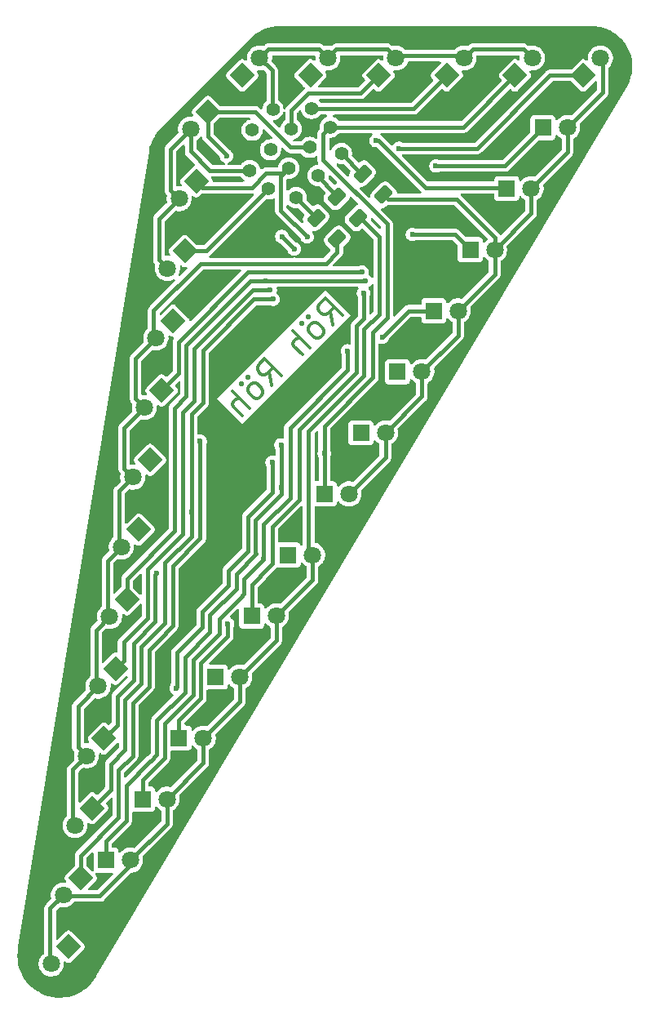
<source format=gbr>
%TF.GenerationSoftware,KiCad,Pcbnew,9.0.7*%
%TF.CreationDate,2026-02-21T03:41:41+02:00*%
%TF.ProjectId,kicad_selka_mk2,6b696361-645f-4736-956c-6b615f6d6b32,rev?*%
%TF.SameCoordinates,Original*%
%TF.FileFunction,Copper,L2,Bot*%
%TF.FilePolarity,Positive*%
%FSLAX46Y46*%
G04 Gerber Fmt 4.6, Leading zero omitted, Abs format (unit mm)*
G04 Created by KiCad (PCBNEW 9.0.7) date 2026-02-21 03:41:41*
%MOMM*%
%LPD*%
G01*
G04 APERTURE LIST*
G04 Aperture macros list*
%AMRoundRect*
0 Rectangle with rounded corners*
0 $1 Rounding radius*
0 $2 $3 $4 $5 $6 $7 $8 $9 X,Y pos of 4 corners*
0 Add a 4 corners polygon primitive as box body*
4,1,4,$2,$3,$4,$5,$6,$7,$8,$9,$2,$3,0*
0 Add four circle primitives for the rounded corners*
1,1,$1+$1,$2,$3*
1,1,$1+$1,$4,$5*
1,1,$1+$1,$6,$7*
1,1,$1+$1,$8,$9*
0 Add four rect primitives between the rounded corners*
20,1,$1+$1,$2,$3,$4,$5,0*
20,1,$1+$1,$4,$5,$6,$7,0*
20,1,$1+$1,$6,$7,$8,$9,0*
20,1,$1+$1,$8,$9,$2,$3,0*%
%AMRotRect*
0 Rectangle, with rotation*
0 The origin of the aperture is its center*
0 $1 length*
0 $2 width*
0 $3 Rotation angle, in degrees counterclockwise*
0 Add horizontal line*
21,1,$1,$2,0,0,$3*%
G04 Aperture macros list end*
%ADD10C,0.375000*%
%TA.AperFunction,NonConductor*%
%ADD11C,0.375000*%
%TD*%
%TA.AperFunction,ComponentPad*%
%ADD12R,1.800000X1.800000*%
%TD*%
%TA.AperFunction,ComponentPad*%
%ADD13C,1.800000*%
%TD*%
%TA.AperFunction,ComponentPad*%
%ADD14C,1.400000*%
%TD*%
%TA.AperFunction,ComponentPad*%
%ADD15RotRect,1.800000X1.800000X45.000000*%
%TD*%
%TA.AperFunction,ComponentPad*%
%ADD16RotRect,1.800000X1.800000X225.000000*%
%TD*%
%TA.AperFunction,SMDPad,CuDef*%
%ADD17RoundRect,0.250000X-0.724784X-0.159099X-0.159099X-0.724784X0.724784X0.159099X0.159099X0.724784X0*%
%TD*%
%TA.AperFunction,ViaPad*%
%ADD18C,0.600000*%
%TD*%
%TA.AperFunction,Conductor*%
%ADD19C,0.400000*%
%TD*%
G04 APERTURE END LIST*
D10*
D11*
X142233170Y-169777370D02*
X141980632Y-168346320D01*
X143243323Y-168767217D02*
X141475556Y-166999450D01*
X141475556Y-166999450D02*
X140802121Y-167672885D01*
X140802121Y-167672885D02*
X140717941Y-167925423D01*
X140717941Y-167925423D02*
X140717941Y-168093782D01*
X140717941Y-168093782D02*
X140802121Y-168346320D01*
X140802121Y-168346320D02*
X141054659Y-168598858D01*
X141054659Y-168598858D02*
X141307197Y-168683038D01*
X141307197Y-168683038D02*
X141475556Y-168683038D01*
X141475556Y-168683038D02*
X141728094Y-168598858D01*
X141728094Y-168598858D02*
X142401529Y-167925423D01*
X141223018Y-170787522D02*
X141307197Y-170534984D01*
X141307197Y-170534984D02*
X141307197Y-170366625D01*
X141307197Y-170366625D02*
X141223018Y-170114087D01*
X141223018Y-170114087D02*
X140717941Y-169609011D01*
X140717941Y-169609011D02*
X140465403Y-169524832D01*
X140465403Y-169524832D02*
X140297044Y-169524832D01*
X140297044Y-169524832D02*
X140044506Y-169609011D01*
X140044506Y-169609011D02*
X139791968Y-169861549D01*
X139791968Y-169861549D02*
X139707789Y-170114087D01*
X139707789Y-170114087D02*
X139707789Y-170282446D01*
X139707789Y-170282446D02*
X139791968Y-170534984D01*
X139791968Y-170534984D02*
X140297044Y-171040060D01*
X140297044Y-171040060D02*
X140549583Y-171124240D01*
X140549583Y-171124240D02*
X140717941Y-171124240D01*
X140717941Y-171124240D02*
X140970479Y-171040060D01*
X140970479Y-171040060D02*
X141223018Y-170787522D01*
X139623609Y-168851397D02*
X139623609Y-169019755D01*
X139623609Y-169019755D02*
X139791968Y-169019755D01*
X139791968Y-169019755D02*
X139791968Y-168851397D01*
X139791968Y-168851397D02*
X139623609Y-168851397D01*
X139623609Y-168851397D02*
X139791968Y-169019755D01*
X138950174Y-169524832D02*
X138950174Y-169693190D01*
X138950174Y-169693190D02*
X139118533Y-169693190D01*
X139118533Y-169693190D02*
X139118533Y-169524832D01*
X139118533Y-169524832D02*
X138950174Y-169524832D01*
X138950174Y-169524832D02*
X139118533Y-169693190D01*
X139876147Y-172134392D02*
X138108380Y-170366625D01*
X139118533Y-172892007D02*
X138192560Y-171966034D01*
X138192560Y-171966034D02*
X138108380Y-171713496D01*
X138108380Y-171713496D02*
X138192560Y-171460957D01*
X138192560Y-171460957D02*
X138445098Y-171208419D01*
X138445098Y-171208419D02*
X138697636Y-171124240D01*
X138697636Y-171124240D02*
X138865995Y-171124240D01*
X135919716Y-176090823D02*
X135667178Y-174659774D01*
X136929869Y-175080671D02*
X135162102Y-173312904D01*
X135162102Y-173312904D02*
X134488667Y-173986339D01*
X134488667Y-173986339D02*
X134404488Y-174238877D01*
X134404488Y-174238877D02*
X134404488Y-174407236D01*
X134404488Y-174407236D02*
X134488667Y-174659774D01*
X134488667Y-174659774D02*
X134741205Y-174912312D01*
X134741205Y-174912312D02*
X134993743Y-174996492D01*
X134993743Y-174996492D02*
X135162102Y-174996492D01*
X135162102Y-174996492D02*
X135414640Y-174912312D01*
X135414640Y-174912312D02*
X136088075Y-174238877D01*
X134909564Y-177100976D02*
X134993743Y-176848438D01*
X134993743Y-176848438D02*
X134993743Y-176680079D01*
X134993743Y-176680079D02*
X134909564Y-176427541D01*
X134909564Y-176427541D02*
X134404488Y-175922465D01*
X134404488Y-175922465D02*
X134151949Y-175838285D01*
X134151949Y-175838285D02*
X133983591Y-175838285D01*
X133983591Y-175838285D02*
X133731053Y-175922465D01*
X133731053Y-175922465D02*
X133478514Y-176175003D01*
X133478514Y-176175003D02*
X133394335Y-176427541D01*
X133394335Y-176427541D02*
X133394335Y-176595900D01*
X133394335Y-176595900D02*
X133478514Y-176848438D01*
X133478514Y-176848438D02*
X133983591Y-177353514D01*
X133983591Y-177353514D02*
X134236129Y-177437694D01*
X134236129Y-177437694D02*
X134404488Y-177437694D01*
X134404488Y-177437694D02*
X134657026Y-177353514D01*
X134657026Y-177353514D02*
X134909564Y-177100976D01*
X133310156Y-175164850D02*
X133310156Y-175333209D01*
X133310156Y-175333209D02*
X133478514Y-175333209D01*
X133478514Y-175333209D02*
X133478514Y-175164850D01*
X133478514Y-175164850D02*
X133310156Y-175164850D01*
X133310156Y-175164850D02*
X133478514Y-175333209D01*
X132636721Y-175838285D02*
X132636721Y-176006644D01*
X132636721Y-176006644D02*
X132805079Y-176006644D01*
X132805079Y-176006644D02*
X132805079Y-175838285D01*
X132805079Y-175838285D02*
X132636721Y-175838285D01*
X132636721Y-175838285D02*
X132805079Y-176006644D01*
X133562694Y-178447846D02*
X131794927Y-176680079D01*
X132805079Y-179205461D02*
X131879106Y-178279487D01*
X131879106Y-178279487D02*
X131794927Y-178026949D01*
X131794927Y-178026949D02*
X131879106Y-177774411D01*
X131879106Y-177774411D02*
X132131644Y-177521873D01*
X132131644Y-177521873D02*
X132384182Y-177437694D01*
X132384182Y-177437694D02*
X132552541Y-177437694D01*
D12*
%TO.P,D36,1,K*%
%TO.N,Net-(D20-K)*%
X152723200Y-168322000D03*
D13*
%TO.P,D36,2,A*%
%TO.N,Net-(D33-A)*%
X155263200Y-168322000D03*
%TD*%
D14*
%TO.P,J20,1,Pin_1*%
%TO.N,Net-(D21-K)*%
X133858000Y-149606000D03*
%TD*%
D15*
%TO.P,D42,1,K*%
%TO.N,Net-(D18-K)*%
X154076000Y-143916400D03*
D13*
%TO.P,D42,2,A*%
%TO.N,Net-(D41-A)*%
X155872051Y-142120349D03*
%TD*%
D16*
%TO.P,D25,1,K*%
%TO.N,Net-(D17-K)*%
X116073161Y-227108439D03*
D13*
%TO.P,D25,2,A*%
%TO.N,Net-(D25-A)*%
X114277110Y-228904490D03*
%TD*%
D14*
%TO.P,J24,1,Pin_1*%
%TO.N,Net-(D15-K)*%
X137668000Y-153543000D03*
%TD*%
%TO.P,J12,1,Pin_1*%
%TO.N,Net-(D17-K)*%
X141960600Y-149275800D03*
%TD*%
D16*
%TO.P,D26,1,K*%
%TO.N,Net-(D18-K)*%
X114795161Y-234251639D03*
D13*
%TO.P,D26,2,A*%
%TO.N,Net-(D25-A)*%
X112999110Y-236047690D03*
%TD*%
D14*
%TO.P,J2,1,Pin_1*%
%TO.N,Net-(D14-A)*%
X133604000Y-153797000D03*
%TD*%
D12*
%TO.P,D29,1,K*%
%TO.N,Net-(D21-K)*%
X126263200Y-212632000D03*
D13*
%TO.P,D29,2,A*%
%TO.N,Net-(D25-A)*%
X128803200Y-212632000D03*
%TD*%
D14*
%TO.P,J6,1,Pin_1*%
%TO.N,Net-(J6-Pin_1)*%
X140716000Y-154305000D03*
%TD*%
D16*
%TO.P,D20,1,K*%
%TO.N,Net-(D20-K)*%
X122073161Y-191008439D03*
D13*
%TO.P,D20,2,A*%
%TO.N,Net-(D17-A)*%
X120277110Y-192804490D03*
%TD*%
D14*
%TO.P,J26,1,Pin_1*%
%TO.N,Net-(D16-K)*%
X135509000Y-155702000D03*
%TD*%
D15*
%TO.P,D45,1,K*%
%TO.N,Net-(D21-K)*%
X132842000Y-143916400D03*
D13*
%TO.P,D45,2,A*%
%TO.N,Net-(D41-A)*%
X134638051Y-142120349D03*
%TD*%
D14*
%TO.P,J14,1,Pin_1*%
%TO.N,Net-(D18-K)*%
X140030200Y-147345400D03*
%TD*%
D17*
%TO.P,R3,1*%
%TO.N,Net-(J4-Pin_1)*%
X140508984Y-158669984D03*
%TO.P,R3,2*%
%TO.N,Net-(D17-A)*%
X142701016Y-160862016D03*
%TD*%
%TO.P,R4,1*%
%TO.N,Net-(J6-Pin_1)*%
X142667984Y-156510984D03*
%TO.P,R4,2*%
%TO.N,Net-(D25-A)*%
X144860016Y-158703016D03*
%TD*%
D16*
%TO.P,D23,1,K*%
%TO.N,Net-(D15-K)*%
X118473161Y-212668439D03*
D13*
%TO.P,D23,2,A*%
%TO.N,Net-(D17-A)*%
X116677110Y-214464490D03*
%TD*%
D12*
%TO.P,D37,1,K*%
%TO.N,Net-(D21-K)*%
X156503200Y-161992000D03*
D13*
%TO.P,D37,2,A*%
%TO.N,Net-(D33-A)*%
X159043200Y-161992000D03*
%TD*%
D16*
%TO.P,D22,1,K*%
%TO.N,Net-(D14-K)*%
X119673161Y-205448439D03*
D13*
%TO.P,D22,2,A*%
%TO.N,Net-(D17-A)*%
X117877110Y-207244490D03*
%TD*%
D12*
%TO.P,D34,1,K*%
%TO.N,Net-(D18-K)*%
X145163200Y-180982000D03*
D13*
%TO.P,D34,2,A*%
%TO.N,Net-(D33-A)*%
X147703200Y-180982000D03*
%TD*%
D14*
%TO.P,J10,1,Pin_1*%
%TO.N,Net-(D41-A)*%
X136017000Y-147447000D03*
%TD*%
%TO.P,J18,1,Pin_1*%
%TO.N,Net-(D20-K)*%
X135763000Y-151638000D03*
%TD*%
D16*
%TO.P,D15,1,K*%
%TO.N,Net-(D15-K)*%
X128073161Y-154908439D03*
D13*
%TO.P,D15,2,A*%
%TO.N,Net-(D14-A)*%
X126277110Y-156704490D03*
%TD*%
D14*
%TO.P,J16,1,Pin_1*%
%TO.N,Net-(D19-K)*%
X137922000Y-149479000D03*
%TD*%
D16*
%TO.P,D14,1,K*%
%TO.N,Net-(D14-K)*%
X129273161Y-147688439D03*
D13*
%TO.P,D14,2,A*%
%TO.N,Net-(D14-A)*%
X127477110Y-149484490D03*
%TD*%
D15*
%TO.P,D41,1,K*%
%TO.N,Net-(D17-K)*%
X161154000Y-143916400D03*
D13*
%TO.P,D41,2,A*%
%TO.N,Net-(D41-A)*%
X162950051Y-142120349D03*
%TD*%
D15*
%TO.P,D43,1,K*%
%TO.N,Net-(D19-K)*%
X146998000Y-143916400D03*
D13*
%TO.P,D43,2,A*%
%TO.N,Net-(D41-A)*%
X148794051Y-142120349D03*
%TD*%
D12*
%TO.P,D33,1,K*%
%TO.N,Net-(D17-K)*%
X141383200Y-187312000D03*
D13*
%TO.P,D33,2,A*%
%TO.N,Net-(D33-A)*%
X143923200Y-187312000D03*
%TD*%
D12*
%TO.P,D31,1,K*%
%TO.N,Net-(D15-K)*%
X133823200Y-199972000D03*
D13*
%TO.P,D31,2,A*%
%TO.N,Net-(D25-A)*%
X136363200Y-199972000D03*
%TD*%
D12*
%TO.P,D30,1,K*%
%TO.N,Net-(D14-K)*%
X130043200Y-206302000D03*
D13*
%TO.P,D30,2,A*%
%TO.N,Net-(D25-A)*%
X132583200Y-206302000D03*
%TD*%
D16*
%TO.P,D19,1,K*%
%TO.N,Net-(D19-K)*%
X123273161Y-183788439D03*
D13*
%TO.P,D19,2,A*%
%TO.N,Net-(D17-A)*%
X121477110Y-185584490D03*
%TD*%
D16*
%TO.P,D16,1,K*%
%TO.N,Net-(D16-K)*%
X126873161Y-162128439D03*
D13*
%TO.P,D16,2,A*%
%TO.N,Net-(D14-A)*%
X125077110Y-163924490D03*
%TD*%
D14*
%TO.P,J4,1,Pin_1*%
%TO.N,Net-(J4-Pin_1)*%
X138430000Y-156591000D03*
%TD*%
D12*
%TO.P,D27,1,K*%
%TO.N,Net-(D19-K)*%
X118703200Y-225292000D03*
D13*
%TO.P,D27,2,A*%
%TO.N,Net-(D25-A)*%
X121243200Y-225292000D03*
%TD*%
D16*
%TO.P,D18,1,K*%
%TO.N,Net-(D18-K)*%
X124473161Y-176568439D03*
D13*
%TO.P,D18,2,A*%
%TO.N,Net-(D17-A)*%
X122677110Y-178364490D03*
%TD*%
D15*
%TO.P,D44,1,K*%
%TO.N,Net-(D20-K)*%
X139920000Y-143916400D03*
D13*
%TO.P,D44,2,A*%
%TO.N,Net-(D41-A)*%
X141716051Y-142120349D03*
%TD*%
D12*
%TO.P,D35,1,K*%
%TO.N,Net-(D19-K)*%
X148943200Y-174652000D03*
D13*
%TO.P,D35,2,A*%
%TO.N,Net-(D33-A)*%
X151483200Y-174652000D03*
%TD*%
D17*
%TO.P,R5,1*%
%TO.N,Net-(J8-Pin_1)*%
X145334984Y-154097984D03*
%TO.P,R5,2*%
%TO.N,Net-(D33-A)*%
X147527016Y-156290016D03*
%TD*%
D16*
%TO.P,D24,1,K*%
%TO.N,Net-(D16-K)*%
X117273161Y-219888439D03*
D13*
%TO.P,D24,2,A*%
%TO.N,Net-(D17-A)*%
X115477110Y-221684490D03*
%TD*%
D12*
%TO.P,D38,1,K*%
%TO.N,Net-(D14-K)*%
X160283200Y-155662000D03*
D13*
%TO.P,D38,2,A*%
%TO.N,Net-(D33-A)*%
X162823200Y-155662000D03*
%TD*%
D15*
%TO.P,D40,1,K*%
%TO.N,Net-(D16-K)*%
X168232000Y-143916400D03*
D13*
%TO.P,D40,2,A*%
%TO.N,Net-(D33-A)*%
X170028051Y-142120349D03*
%TD*%
D16*
%TO.P,D17,1,K*%
%TO.N,Net-(D17-K)*%
X125673161Y-169348439D03*
D13*
%TO.P,D17,2,A*%
%TO.N,Net-(D17-A)*%
X123877110Y-171144490D03*
%TD*%
D12*
%TO.P,D28,1,K*%
%TO.N,Net-(D20-K)*%
X122483200Y-218962000D03*
D13*
%TO.P,D28,2,A*%
%TO.N,Net-(D25-A)*%
X125023200Y-218962000D03*
%TD*%
D16*
%TO.P,D21,1,K*%
%TO.N,Net-(D21-K)*%
X120873161Y-198228439D03*
D13*
%TO.P,D21,2,A*%
%TO.N,Net-(D17-A)*%
X119077110Y-200024490D03*
%TD*%
D14*
%TO.P,J8,1,Pin_1*%
%TO.N,Net-(J8-Pin_1)*%
X143129000Y-152019000D03*
%TD*%
D12*
%TO.P,D32,1,K*%
%TO.N,Net-(D16-K)*%
X137603200Y-193642000D03*
D13*
%TO.P,D32,2,A*%
%TO.N,Net-(D25-A)*%
X140143200Y-193642000D03*
%TD*%
D14*
%TO.P,J22,1,Pin_1*%
%TO.N,Net-(D14-K)*%
X139827000Y-151384000D03*
%TD*%
D12*
%TO.P,D39,1,K*%
%TO.N,Net-(D15-K)*%
X164063200Y-149332000D03*
D13*
%TO.P,D39,2,A*%
%TO.N,Net-(D33-A)*%
X166603200Y-149332000D03*
%TD*%
D18*
%TO.N,Net-(D20-K)*%
X147370800Y-171043600D03*
%TO.N,Net-(D16-K)*%
X149114272Y-151494728D03*
%TO.N,Net-(D21-K)*%
X131329000Y-200787000D03*
%TO.N,Net-(D20-K)*%
X135052200Y-194085703D03*
%TO.N,Net-(D18-K)*%
X145271283Y-164314632D03*
%TO.N,Net-(D20-K)*%
X143790200Y-172492274D03*
%TO.N,Net-(D19-K)*%
X136870000Y-182234000D03*
%TO.N,Net-(D18-K)*%
X125968793Y-207448896D03*
X135945000Y-184060000D03*
%TO.N,Net-(D17-K)*%
X141351000Y-183134000D03*
%TO.N,Net-(D14-K)*%
X135742415Y-166138000D03*
%TO.N,Net-(D17-K)*%
X128475595Y-181837203D03*
%TO.N,Net-(D15-K)*%
X139573000Y-160655000D03*
%TO.N,Net-(D20-K)*%
X138228197Y-161900997D03*
%TO.N,Net-(D19-K)*%
X136870000Y-186690000D03*
%TO.N,Net-(D21-K)*%
X145655206Y-165238000D03*
%TO.N,Net-(D16-K)*%
X127575595Y-189159595D03*
%TO.N,Net-(D21-K)*%
X135255000Y-165238000D03*
%TO.N,Net-(D20-K)*%
X136955403Y-160628203D03*
%TO.N,Net-(D15-K)*%
X145414518Y-166496518D03*
%TO.N,Net-(D14-K)*%
X131202000Y-152282744D03*
X146729396Y-150684000D03*
%TO.N,Net-(D21-K)*%
X150493603Y-160399603D03*
%TO.N,Net-(D15-K)*%
X123913000Y-195580000D03*
%TO.N,Net-(D16-K)*%
X136019103Y-167134103D03*
%TO.N,Net-(D15-K)*%
X152944400Y-153308263D03*
%TD*%
D19*
%TO.N,Net-(D16-K)*%
X127575595Y-191692191D02*
X127575595Y-189159595D01*
X122347953Y-206952832D02*
X122347953Y-203131611D01*
X119175000Y-215324372D02*
X120650000Y-213849372D01*
X120650000Y-213849372D02*
X120650000Y-208650786D01*
X164795200Y-143916400D02*
X168232000Y-143916400D01*
X124814000Y-194453786D02*
X127575595Y-191692191D01*
X117273161Y-219888439D02*
X119175000Y-217986600D01*
X124814000Y-200665564D02*
X124814000Y-194453786D01*
X122347953Y-203131611D02*
X124814000Y-200665564D01*
%TO.N,Net-(D19-K)*%
X134251200Y-193548000D02*
X132207000Y-195592200D01*
%TO.N,Net-(D17-A)*%
X121477110Y-185584490D02*
X120049369Y-187012231D01*
%TO.N,Net-(D20-K)*%
X135052200Y-194085703D02*
X135052200Y-192560400D01*
%TO.N,Net-(D17-A)*%
X120577110Y-184684490D02*
X121477110Y-185584490D01*
%TO.N,Net-(D20-K)*%
X135052200Y-192560400D02*
X135027200Y-192535400D01*
%TO.N,Net-(D19-K)*%
X134226200Y-190004800D02*
X134226200Y-193523000D01*
%TO.N,Net-(D17-A)*%
X115249369Y-215892231D02*
X115249369Y-221456749D01*
%TO.N,Net-(D19-K)*%
X118703200Y-223297586D02*
X118703200Y-225292000D01*
%TO.N,Net-(D17-A)*%
X128519172Y-163435200D02*
X123649369Y-168305003D01*
%TO.N,Net-(D25-A)*%
X125023200Y-218962000D02*
X128803200Y-215182000D01*
%TO.N,Net-(D20-K)*%
X122483200Y-218962000D02*
X122483200Y-216967372D01*
%TO.N,Net-(D25-A)*%
X128803200Y-215182000D02*
X128803200Y-212632000D01*
%TO.N,Net-(D19-K)*%
X123317000Y-215011000D02*
X123306786Y-215011000D01*
%TO.N,Net-(D17-A)*%
X117649369Y-201452231D02*
X117649369Y-207016749D01*
%TO.N,Net-(D17-K)*%
X141960600Y-149275800D02*
X155794600Y-149275800D01*
%TO.N,Net-(D21-K)*%
X128524000Y-204851000D02*
X128524000Y-208505156D01*
%TO.N,Net-(D15-K)*%
X135952200Y-190691800D02*
X135952200Y-194564000D01*
%TO.N,Net-(D21-K)*%
X131329000Y-200787000D02*
X131329000Y-202046000D01*
%TO.N,Net-(D14-A)*%
X133604000Y-153797000D02*
X129463800Y-153797000D01*
%TO.N,Net-(D21-K)*%
X131329000Y-202046000D02*
X128524000Y-204851000D01*
%TO.N,Net-(D14-A)*%
X129463800Y-153797000D02*
X127477110Y-151810310D01*
%TO.N,Net-(D18-K)*%
X145247915Y-164338000D02*
X145271283Y-164314632D01*
%TO.N,Net-(D21-K)*%
X126263200Y-210765957D02*
X126263200Y-212632000D01*
%TO.N,Net-(D14-A)*%
X124177110Y-158804490D02*
X124177110Y-163024490D01*
%TO.N,Net-(D21-K)*%
X128524000Y-208505156D02*
X126263200Y-210765957D01*
%TO.N,Net-(D16-K)*%
X149114272Y-151494728D02*
X149123400Y-151485600D01*
%TO.N,Net-(D19-K)*%
X126868793Y-207894793D02*
X123961200Y-210802387D01*
%TO.N,Net-(D17-A)*%
X123649369Y-168305003D02*
X123649369Y-170916749D01*
%TO.N,Net-(D19-K)*%
X136870000Y-186690000D02*
X136870000Y-185928000D01*
%TO.N,Net-(D17-A)*%
X120277110Y-192804490D02*
X118849369Y-194232231D01*
%TO.N,Net-(D19-K)*%
X136870000Y-185928000D02*
X136870000Y-187361000D01*
%TO.N,Net-(D17-A)*%
X121777110Y-173244490D02*
X121777110Y-177464490D01*
%TO.N,Net-(D17-K)*%
X146387317Y-170553883D02*
X146387317Y-175252883D01*
%TO.N,Net-(D19-K)*%
X126868793Y-204230422D02*
X126868793Y-207894793D01*
%TO.N,Net-(D17-A)*%
X120049369Y-187012231D02*
X120049369Y-192576749D01*
%TO.N,Net-(D19-K)*%
X134226200Y-193523000D02*
X134251200Y-193548000D01*
%TO.N,Net-(D17-A)*%
X122677110Y-178364490D02*
X120577110Y-180464490D01*
%TO.N,Net-(D19-K)*%
X120777000Y-217540786D02*
X120777000Y-221223786D01*
%TO.N,Net-(D17-A)*%
X115777110Y-213564490D02*
X116677110Y-214464490D01*
%TO.N,Net-(D18-K)*%
X133451600Y-164338000D02*
X145247915Y-164338000D01*
%TO.N,Net-(D17-K)*%
X141383200Y-187312000D02*
X141383200Y-183166200D01*
X141383200Y-183166200D02*
X141351000Y-183134000D01*
%TO.N,Net-(D19-K)*%
X123961200Y-214366800D02*
X123317000Y-215011000D01*
%TO.N,Net-(D17-A)*%
X118849369Y-194232231D02*
X118849369Y-199796749D01*
%TO.N,Net-(J4-Pin_1)*%
X138430000Y-156591000D02*
X140508984Y-158669984D01*
%TO.N,Net-(D19-K)*%
X129481607Y-199862849D02*
X129481607Y-201617607D01*
%TO.N,Net-(D17-A)*%
X142701016Y-160862016D02*
X142701016Y-162259016D01*
%TO.N,Net-(J6-Pin_1)*%
X140716000Y-154432000D02*
X142413984Y-156129984D01*
%TO.N,Net-(D19-K)*%
X120777000Y-221223786D02*
X118703200Y-223297586D01*
%TO.N,Net-(D41-A)*%
X140816051Y-141220349D02*
X135538051Y-141220349D01*
%TO.N,Net-(D17-A)*%
X117877110Y-207244490D02*
X115777110Y-209344490D01*
%TO.N,Net-(D15-K)*%
X144690200Y-174684428D02*
X138731200Y-180643428D01*
%TO.N,Net-(D14-A)*%
X127477110Y-149484490D02*
X125377110Y-151584490D01*
X127477110Y-151810310D02*
X127477110Y-149484490D01*
X125377110Y-151584490D02*
X125377110Y-155804490D01*
X125377110Y-155804490D02*
X126277110Y-156704490D01*
%TO.N,Net-(D14-K)*%
X134161331Y-147688439D02*
X129273161Y-147688439D01*
%TO.N,Net-(D14-A)*%
X124177110Y-163024490D02*
X125077110Y-163924490D01*
%TO.N,Net-(D20-K)*%
X133022200Y-197685800D02*
X133022200Y-196115704D01*
%TO.N,Net-(D41-A)*%
X162050051Y-141220349D02*
X156772051Y-141220349D01*
%TO.N,Net-(D17-A)*%
X123877110Y-171144490D02*
X121777110Y-173244490D01*
%TO.N,Net-(D41-A)*%
X162950051Y-142120349D02*
X162050051Y-141220349D01*
%TO.N,Net-(D20-K)*%
X147370800Y-171043600D02*
X150092400Y-168322000D01*
%TO.N,Net-(D15-K)*%
X133826273Y-155544835D02*
X135281108Y-154090000D01*
%TO.N,Net-(D41-A)*%
X155636102Y-141884400D02*
X149030000Y-141884400D01*
X147894051Y-141220349D02*
X142616051Y-141220349D01*
X142616051Y-141220349D02*
X141716051Y-142120349D01*
X141716051Y-142120349D02*
X140816051Y-141220349D01*
X156772051Y-141220349D02*
X155872051Y-142120349D01*
%TO.N,Net-(D14-K)*%
X126619000Y-191516000D02*
X126619000Y-178866600D01*
%TO.N,Net-(D20-K)*%
X150092400Y-168322000D02*
X152723200Y-168322000D01*
%TO.N,Net-(D15-K)*%
X136835000Y-154376000D02*
X137668000Y-153543000D01*
%TO.N,Net-(D41-A)*%
X135940800Y-147370800D02*
X135940800Y-143423098D01*
%TO.N,Net-(D25-A)*%
X147070897Y-160659897D02*
X145114016Y-158703016D01*
%TO.N,Net-(D20-K)*%
X132627000Y-198062372D02*
X132645628Y-198062372D01*
%TO.N,Net-(D15-K)*%
X121546953Y-202799825D02*
X123819389Y-200527389D01*
%TO.N,Net-(D41-A)*%
X148794051Y-142120349D02*
X147894051Y-141220349D01*
%TO.N,Net-(D20-K)*%
X123433786Y-216016786D02*
X123443999Y-216016786D01*
%TO.N,Net-(D15-K)*%
X134714600Y-195801600D02*
X134714600Y-195866400D01*
%TO.N,Net-(D25-A)*%
X139732200Y-193231000D02*
X139732200Y-180775214D01*
%TO.N,Net-(D33-A)*%
X159043200Y-161992000D02*
X162823200Y-158212000D01*
%TO.N,Net-(D20-K)*%
X123443999Y-216016786D02*
X124762200Y-214698585D01*
%TO.N,Net-(D33-A)*%
X147703200Y-180982000D02*
X151483200Y-177202000D01*
%TO.N,Net-(D20-K)*%
X130429000Y-200260372D02*
X132627000Y-198062372D01*
%TO.N,Net-(D33-A)*%
X166603200Y-149332000D02*
X170255792Y-145679408D01*
%TO.N,Net-(D19-K)*%
X137922000Y-149479000D02*
X137922000Y-147539250D01*
%TO.N,Net-(D33-A)*%
X147527016Y-156290016D02*
X147986636Y-156749636D01*
X151483200Y-177202000D02*
X151483200Y-174652000D01*
X155263200Y-168322000D02*
X159043200Y-164542000D01*
%TO.N,Net-(D19-K)*%
X132207000Y-197137456D02*
X129481607Y-199862849D01*
%TO.N,Net-(D17-A)*%
X121777110Y-177464490D02*
X122677110Y-178364490D01*
%TO.N,Net-(D25-A)*%
X121243200Y-225804000D02*
X118039969Y-229007231D01*
%TO.N,Net-(D20-K)*%
X137800107Y-187711107D02*
X137795000Y-187706000D01*
X127723000Y-204509000D02*
X130429000Y-201803000D01*
%TO.N,Net-(D16-K)*%
X149123400Y-151485600D02*
X157226000Y-151485600D01*
%TO.N,Net-(D15-K)*%
X135281108Y-154090000D02*
X137121000Y-154090000D01*
%TO.N,Net-(D16-K)*%
X128780095Y-176654905D02*
X128780095Y-172407863D01*
%TO.N,Net-(D25-A)*%
X136363200Y-202522000D02*
X136363200Y-199972000D01*
%TO.N,Net-(D33-A)*%
X162823200Y-158212000D02*
X162823200Y-155662000D01*
%TO.N,Net-(D15-K)*%
X152963663Y-153289000D02*
X160106200Y-153289000D01*
X123814000Y-195679000D02*
X123913000Y-195580000D01*
%TO.N,Net-(D18-K)*%
X128680607Y-199531064D02*
X128680607Y-201144401D01*
%TO.N,Net-(D25-A)*%
X136363200Y-199972000D02*
X140143200Y-196192000D01*
%TO.N,Net-(D20-K)*%
X130429000Y-201803000D02*
X130429000Y-200260372D01*
%TO.N,Net-(D15-K)*%
X133823200Y-196757800D02*
X133823200Y-199972000D01*
%TO.N,Net-(D16-K)*%
X157226000Y-151485600D02*
X164795200Y-143916400D01*
X119175000Y-217986600D02*
X119175000Y-215324372D01*
%TO.N,Net-(D17-K)*%
X141260600Y-150001200D02*
X141260600Y-152726866D01*
%TO.N,Net-(D19-K)*%
X136870000Y-187361000D02*
X134226200Y-190004800D01*
%TO.N,Net-(D17-A)*%
X120577110Y-180464490D02*
X120577110Y-184684490D01*
%TO.N,Net-(D15-K)*%
X123819389Y-200527389D02*
X123814000Y-200522000D01*
%TO.N,Net-(D25-A)*%
X121243200Y-225292000D02*
X125023200Y-221512000D01*
%TO.N,Net-(D14-K)*%
X127838000Y-172217172D02*
X133917172Y-166138000D01*
%TO.N,Net-(D18-K)*%
X133425200Y-193241214D02*
X131406000Y-195260415D01*
%TO.N,Net-(D19-K)*%
X132207000Y-195592200D02*
X132207000Y-197137456D01*
%TO.N,Net-(D17-A)*%
X142701016Y-162259016D02*
X141524832Y-163435200D01*
%TO.N,Net-(D17-K)*%
X121451000Y-208982571D02*
X121451000Y-214464000D01*
%TO.N,Net-(D19-K)*%
X123961200Y-210802387D02*
X123961200Y-214366800D01*
%TO.N,Net-(D15-K)*%
X121546953Y-206621047D02*
X121546953Y-202799825D01*
%TO.N,Net-(D16-K)*%
X135509000Y-155702000D02*
X129082561Y-162128439D01*
%TO.N,Net-(D17-K)*%
X119976000Y-215939000D02*
X119976000Y-220892000D01*
%TO.N,Net-(D18-K)*%
X131406000Y-195260415D02*
X131406000Y-196805670D01*
%TO.N,Net-(D21-K)*%
X125818000Y-178409400D02*
X127037000Y-177190400D01*
%TO.N,Net-(D18-K)*%
X126067793Y-207349896D02*
X125968793Y-207448896D01*
%TO.N,Net-(D20-K)*%
X132645628Y-198062372D02*
X133022200Y-197685800D01*
%TO.N,Net-(D25-A)*%
X112896369Y-230285231D02*
X112896369Y-235944949D01*
%TO.N,Net-(D41-A)*%
X135940800Y-143423098D02*
X134638051Y-142120349D01*
%TO.N,Net-(D17-K)*%
X119976000Y-220892000D02*
X116073161Y-224794839D01*
%TO.N,Net-(D17-A)*%
X119077110Y-200024490D02*
X117649369Y-201452231D01*
%TO.N,Net-(D19-K)*%
X129481607Y-201617607D02*
X126868793Y-204230422D01*
%TO.N,Net-(D41-A)*%
X135538051Y-141220349D02*
X134638051Y-142120349D01*
%TO.N,Net-(D33-A)*%
X147703200Y-183532000D02*
X147703200Y-180982000D01*
%TO.N,Net-(D14-K)*%
X131202000Y-152282744D02*
X131202000Y-152157000D01*
%TO.N,Net-(D33-A)*%
X159043200Y-164542000D02*
X159043200Y-161992000D01*
%TO.N,Net-(D14-A)*%
X126277110Y-156704490D02*
X124177110Y-158804490D01*
%TO.N,Net-(D14-K)*%
X139827000Y-151384000D02*
X137856892Y-151384000D01*
%TO.N,Net-(D18-K)*%
X133425200Y-189673015D02*
X133425200Y-193241214D01*
%TO.N,Net-(D25-A)*%
X125023200Y-221512000D02*
X125023200Y-218962000D01*
%TO.N,Net-(D20-K)*%
X127723000Y-208173371D02*
X127723000Y-204509000D01*
%TO.N,Net-(D17-K)*%
X141960600Y-149275800D02*
X141260600Y-149975800D01*
%TO.N,Net-(D21-K)*%
X125818000Y-191174000D02*
X125818000Y-178409400D01*
X127037000Y-177190400D02*
X127037000Y-171885386D01*
%TO.N,Net-(D17-K)*%
X141960600Y-149301200D02*
X144051748Y-149301200D01*
%TO.N,Net-(D15-K)*%
X123814000Y-200522000D02*
X123814000Y-195679000D01*
%TO.N,Net-(D16-K)*%
X134053855Y-167134103D02*
X136019103Y-167134103D01*
%TO.N,Net-(D17-K)*%
X141960600Y-149301200D02*
X141260600Y-150001200D01*
%TO.N,Net-(D17-A)*%
X116677110Y-214464490D02*
X115249369Y-215892231D01*
%TO.N,Net-(D14-K)*%
X123013000Y-195122000D02*
X126619000Y-191516000D01*
%TO.N,Net-(D33-A)*%
X159043200Y-160719208D02*
X159043200Y-161992000D01*
%TO.N,Net-(D20-K)*%
X124762200Y-214698585D02*
X124762200Y-211134172D01*
%TO.N,Net-(D33-A)*%
X155263200Y-170872000D02*
X155263200Y-168322000D01*
%TO.N,Net-(D18-K)*%
X126236000Y-171553600D02*
X133451600Y-164338000D01*
%TO.N,Net-(D14-K)*%
X123013000Y-200200992D02*
X123013000Y-195122000D01*
%TO.N,Net-(D17-K)*%
X141260600Y-149975800D02*
X141260600Y-152726866D01*
%TO.N,Net-(D33-A)*%
X162823200Y-155662000D02*
X166603200Y-151882000D01*
X147986636Y-156749636D02*
X155073628Y-156749636D01*
%TO.N,Net-(D15-K)*%
X138731200Y-187912800D02*
X135952200Y-190691800D01*
%TO.N,Net-(D17-A)*%
X141524832Y-163435200D02*
X128519172Y-163435200D01*
%TO.N,Net-(D19-K)*%
X123306786Y-215011000D02*
X120777000Y-217540786D01*
%TO.N,Net-(J8-Pin_1)*%
X143129000Y-152019000D02*
X145207984Y-154097984D01*
%TO.N,Net-(D14-K)*%
X133917172Y-166138000D02*
X135742415Y-166138000D01*
%TO.N,Net-(D25-A)*%
X145491200Y-170248132D02*
X147070897Y-168668435D01*
%TO.N,Net-(D20-K)*%
X133022200Y-196115704D02*
X135052200Y-194085703D01*
%TO.N,Net-(D25-A)*%
X114277110Y-228904490D02*
X112896369Y-230285231D01*
%TO.N,Net-(D18-K)*%
X128680607Y-201144401D02*
X126067793Y-203757215D01*
%TO.N,Net-(D20-K)*%
X124762200Y-211134172D02*
X127723000Y-208173371D01*
%TO.N,Net-(D25-A)*%
X140143200Y-196192000D02*
X140143200Y-193642000D01*
%TO.N,Net-(D18-K)*%
X135945000Y-187153214D02*
X133425200Y-189673015D01*
%TO.N,Net-(D20-K)*%
X122483200Y-216967372D02*
X123433786Y-216016786D01*
%TO.N,Net-(D18-K)*%
X135945000Y-184060000D02*
X135945000Y-187153214D01*
%TO.N,Net-(D17-A)*%
X115777110Y-209344490D02*
X115777110Y-213564490D01*
%TO.N,Net-(D33-A)*%
X166603200Y-151882000D02*
X166603200Y-149332000D01*
X170255792Y-145679408D02*
X170255792Y-142348090D01*
X155073628Y-156749636D02*
X159043200Y-160719208D01*
%TO.N,Net-(D14-K)*%
X127838000Y-177647600D02*
X127838000Y-172217172D01*
%TO.N,Net-(D17-K)*%
X144051748Y-149301200D02*
X155769200Y-149301200D01*
%TO.N,Net-(D33-A)*%
X143923200Y-187312000D02*
X147703200Y-183532000D01*
X151483200Y-174652000D02*
X155263200Y-170872000D01*
%TO.N,Net-(D25-A)*%
X132583200Y-206302000D02*
X136363200Y-202522000D01*
%TO.N,Net-(D15-K)*%
X135952200Y-194564000D02*
X134714600Y-195801600D01*
%TO.N,Net-(D25-A)*%
X128803200Y-212632000D02*
X132583200Y-208852000D01*
%TO.N,Net-(D14-K)*%
X146995396Y-150684000D02*
X151850412Y-155539016D01*
%TO.N,Net-(D25-A)*%
X118039969Y-229007231D02*
X114379851Y-229007231D01*
X132583200Y-208852000D02*
X132583200Y-206302000D01*
%TO.N,Net-(D18-K)*%
X131406000Y-196805670D02*
X128680607Y-199531064D01*
X126067793Y-203757215D02*
X126067793Y-207349896D01*
%TO.N,Net-(D16-K)*%
X129082561Y-162128439D02*
X126873161Y-162128439D01*
X120650000Y-208650786D02*
X122347953Y-206952832D01*
%TO.N,Net-(D25-A)*%
X147070897Y-168668435D02*
X147070897Y-160659897D01*
%TO.N,Net-(D15-K)*%
X136835000Y-157917000D02*
X136835000Y-154376000D01*
X128709557Y-155544835D02*
X133826273Y-155544835D01*
%TO.N,Net-(D17-K)*%
X147871897Y-159338163D02*
X147871897Y-169069303D01*
%TO.N,Net-(D15-K)*%
X118473161Y-212668439D02*
X119849000Y-211292600D01*
X134714600Y-195866400D02*
X133823200Y-196757800D01*
X137121000Y-154090000D02*
X137668000Y-153543000D01*
X119849000Y-211292600D02*
X119849000Y-208319001D01*
X128073161Y-154908439D02*
X128709557Y-155544835D01*
X139573000Y-160655000D02*
X136835000Y-157917000D01*
X119849000Y-208319001D02*
X121546953Y-206621047D01*
%TO.N,Net-(D19-K)*%
X139671058Y-145790192D02*
X145124208Y-145790192D01*
%TO.N,Net-(D18-K)*%
X150647000Y-147345400D02*
X154076000Y-143916400D01*
%TO.N,Net-(D14-K)*%
X129273161Y-150228161D02*
X129273161Y-147688439D01*
%TO.N,Net-(D17-K)*%
X125615000Y-194785572D02*
X125615000Y-200997349D01*
%TO.N,Net-(D20-K)*%
X143790200Y-174451642D02*
X143790200Y-172492274D01*
%TO.N,Net-(D14-K)*%
X131202000Y-152157000D02*
X129273161Y-150228161D01*
%TO.N,Net-(D18-K)*%
X150596200Y-147396200D02*
X154076000Y-143916400D01*
%TO.N,Net-(D14-K)*%
X120523000Y-204598600D02*
X120523000Y-202690992D01*
%TO.N,Net-(D21-K)*%
X145655206Y-165238000D02*
X135255000Y-165238000D01*
X150493603Y-160399603D02*
X150495000Y-160401000D01*
%TO.N,Net-(D17-K)*%
X155769200Y-149301200D02*
X155794600Y-149275800D01*
%TO.N,Net-(D21-K)*%
X150495000Y-160401000D02*
X154912200Y-160401000D01*
X154912200Y-160401000D02*
X156503200Y-161992000D01*
%TO.N,Net-(D19-K)*%
X136870000Y-185928000D02*
X136870000Y-182234000D01*
%TO.N,Net-(D17-K)*%
X147871897Y-169069303D02*
X146387317Y-170553883D01*
%TO.N,Net-(D14-K)*%
X120523000Y-202690992D02*
X123013000Y-200200992D01*
X137856892Y-151384000D02*
X134161331Y-147688439D01*
%TO.N,Net-(D20-K)*%
X136955403Y-160628203D02*
X138228197Y-161900997D01*
%TO.N,Net-(D21-K)*%
X127037000Y-171885386D02*
X133684386Y-165238000D01*
%TO.N,Net-(D15-K)*%
X145440400Y-169166146D02*
X144690200Y-169916346D01*
%TO.N,Net-(D16-K)*%
X128780095Y-172407863D02*
X134053855Y-167134103D01*
%TO.N,Net-(D14-K)*%
X126619000Y-178866600D02*
X127838000Y-177647600D01*
%TO.N,Net-(D17-K)*%
X121451000Y-214464000D02*
X119976000Y-215939000D01*
X123148953Y-207284617D02*
X121451000Y-208982571D01*
X123148953Y-203495047D02*
X123148953Y-207284617D01*
X124079000Y-202565000D02*
X123148953Y-203495047D01*
X124079000Y-202533350D02*
X124079000Y-202565000D01*
X125615000Y-200997349D02*
X124079000Y-202533350D01*
X128475595Y-191924977D02*
X125615000Y-194785572D01*
X128475595Y-181837203D02*
X128475595Y-191924977D01*
%TO.N,Net-(D15-K)*%
X138731200Y-180643428D02*
X138731200Y-187912800D01*
%TO.N,Net-(D25-A)*%
X139732200Y-180775214D02*
X145491200Y-175016214D01*
%TO.N,Net-(D20-K)*%
X137795000Y-180446842D02*
X143790200Y-174451642D01*
%TO.N,Net-(D21-K)*%
X120873161Y-198228439D02*
X120873161Y-196118839D01*
X133684386Y-165238000D02*
X135255000Y-165238000D01*
%TO.N,Net-(D17-K)*%
X116073161Y-224794839D02*
X116073161Y-227108439D01*
%TO.N,Net-(D16-K)*%
X128778000Y-176657000D02*
X128780095Y-176654905D01*
X128778000Y-177840385D02*
X128778000Y-176657000D01*
X127575595Y-179042791D02*
X128778000Y-177840385D01*
%TO.N,Net-(D17-K)*%
X141260600Y-152726866D02*
X147871897Y-159338163D01*
%TO.N,Net-(D16-K)*%
X127575595Y-189159595D02*
X127575595Y-179042791D01*
%TO.N,Net-(D18-K)*%
X140081000Y-147396200D02*
X150596200Y-147396200D01*
%TO.N,Net-(D21-K)*%
X120873161Y-196118839D02*
X125818000Y-191174000D01*
%TO.N,Net-(D14-K)*%
X119673161Y-205448439D02*
X120523000Y-204598600D01*
%TO.N,Net-(D18-K)*%
X124473161Y-176568439D02*
X126236000Y-174805600D01*
%TO.N,Net-(D20-K)*%
X135027200Y-192535400D02*
X135027200Y-190484014D01*
X135027200Y-190484014D02*
X137800107Y-187711107D01*
X137795000Y-187706000D02*
X137795000Y-180446842D01*
%TO.N,Net-(D17-K)*%
X141351000Y-180289200D02*
X141351000Y-183134000D01*
X146387317Y-175252883D02*
X141351000Y-180289200D01*
%TO.N,Net-(D15-K)*%
X144690200Y-169916346D02*
X144690200Y-174684428D01*
%TO.N,Net-(D18-K)*%
X126236000Y-174805600D02*
X126236000Y-171553600D01*
%TO.N,Net-(D15-K)*%
X145440400Y-166522400D02*
X145440400Y-169166146D01*
X145414518Y-166496518D02*
X145440400Y-166522400D01*
%TO.N,Net-(D18-K)*%
X140030200Y-147345400D02*
X150647000Y-147345400D01*
%TO.N,Net-(D15-K)*%
X160106200Y-153289000D02*
X164063200Y-149332000D01*
%TO.N,Net-(D17-K)*%
X155794600Y-149275800D02*
X161154000Y-143916400D01*
%TO.N,Net-(D15-K)*%
X152944400Y-153308263D02*
X152963663Y-153289000D01*
%TO.N,Net-(D14-K)*%
X151850412Y-155539016D02*
X160160216Y-155539016D01*
X146729396Y-150684000D02*
X146995396Y-150684000D01*
%TO.N,Net-(D19-K)*%
X137922000Y-147539250D02*
X139671058Y-145790192D01*
%TO.N,Net-(D25-A)*%
X145491200Y-175016214D02*
X145491200Y-170248132D01*
%TO.N,Net-(D19-K)*%
X145124208Y-145790192D02*
X146998000Y-143916400D01*
%TD*%
%TA.AperFunction,NonConductor*%
G36*
X169161766Y-138828905D02*
G01*
X169167401Y-138829029D01*
X169545368Y-138846168D01*
X169556803Y-138847220D01*
X169870282Y-138890780D01*
X169928696Y-138898898D01*
X169939999Y-138901007D01*
X169990215Y-138912809D01*
X170305516Y-138986913D01*
X170316540Y-138990050D01*
X170588768Y-139081352D01*
X170672533Y-139109446D01*
X170683253Y-139113604D01*
X170792473Y-139161902D01*
X171026644Y-139265457D01*
X171036904Y-139270575D01*
X171364764Y-139453591D01*
X171374529Y-139459652D01*
X171684008Y-139672238D01*
X171693173Y-139679180D01*
X171981640Y-139919525D01*
X171990113Y-139927278D01*
X172120732Y-140058425D01*
X172255065Y-140193302D01*
X172262792Y-140201816D01*
X172501970Y-140491244D01*
X172508871Y-140500430D01*
X172618063Y-140660772D01*
X172720214Y-140810776D01*
X172726238Y-140820570D01*
X172907914Y-141149137D01*
X172913006Y-141159447D01*
X173063473Y-141503447D01*
X173067587Y-141514184D01*
X173185539Y-141870632D01*
X173188641Y-141881704D01*
X173273067Y-142247538D01*
X173275131Y-142258850D01*
X173325309Y-142630955D01*
X173326315Y-142642408D01*
X173341810Y-143017534D01*
X173341752Y-143029033D01*
X173322429Y-143404006D01*
X173321305Y-143415449D01*
X173267336Y-143786997D01*
X173265158Y-143798288D01*
X173176998Y-144163266D01*
X173173782Y-144174306D01*
X173052202Y-144529520D01*
X173047979Y-144540214D01*
X172894010Y-144882661D01*
X172888813Y-144892919D01*
X172702347Y-145222168D01*
X172701913Y-145222928D01*
X172700698Y-145225037D01*
X172665860Y-145280398D01*
X172662415Y-145291536D01*
X172655506Y-145303538D01*
X172655089Y-145303935D01*
X172654511Y-145305235D01*
X117718059Y-237322523D01*
X117714984Y-237327007D01*
X117680467Y-237385473D01*
X117677428Y-237390357D01*
X117458669Y-237724458D01*
X117451925Y-237733784D01*
X117204923Y-238043913D01*
X117197343Y-238052573D01*
X116922653Y-238338467D01*
X116914303Y-238346387D01*
X116614297Y-238605576D01*
X116605248Y-238612687D01*
X116282502Y-238842948D01*
X116272842Y-238849184D01*
X116016739Y-238998155D01*
X115930130Y-239048535D01*
X115919925Y-239053853D01*
X115560217Y-239220568D01*
X115549561Y-239224918D01*
X115175941Y-239357565D01*
X115164929Y-239360908D01*
X114780625Y-239458345D01*
X114769350Y-239460653D01*
X114377657Y-239522041D01*
X114366217Y-239523293D01*
X113970528Y-239548103D01*
X113959020Y-239548289D01*
X113562743Y-239536307D01*
X113551268Y-239535426D01*
X113157802Y-239486754D01*
X113146458Y-239484813D01*
X112759188Y-239399869D01*
X112748074Y-239396884D01*
X112370368Y-239276409D01*
X112359577Y-239272407D01*
X111994644Y-239117422D01*
X111984272Y-239112436D01*
X111635302Y-238924298D01*
X111625436Y-238918372D01*
X111295400Y-238698682D01*
X111286126Y-238691868D01*
X111260143Y-238670850D01*
X110977870Y-238442518D01*
X110969287Y-238434890D01*
X110685474Y-238158034D01*
X110677618Y-238149624D01*
X110420712Y-237847665D01*
X110413669Y-237838563D01*
X110185860Y-237514080D01*
X110179691Y-237504364D01*
X109982945Y-237160155D01*
X109977704Y-237149909D01*
X109813722Y-236788952D01*
X109809453Y-236778265D01*
X109679631Y-236403628D01*
X109676381Y-236392618D01*
X109581855Y-236007576D01*
X109579637Y-235996305D01*
X109572044Y-235945338D01*
X111698610Y-235945338D01*
X111698610Y-236150041D01*
X111730632Y-236352224D01*
X111793891Y-236546913D01*
X111886825Y-236729303D01*
X112007138Y-236894903D01*
X112151896Y-237039661D01*
X112303642Y-237149909D01*
X112317500Y-237159977D01*
X112433717Y-237219193D01*
X112499886Y-237252908D01*
X112499888Y-237252908D01*
X112499891Y-237252910D01*
X112604247Y-237286817D01*
X112694575Y-237316167D01*
X112763016Y-237327007D01*
X112896758Y-237348190D01*
X112896759Y-237348190D01*
X113101461Y-237348190D01*
X113101462Y-237348190D01*
X113303644Y-237316167D01*
X113498329Y-237252910D01*
X113680720Y-237159977D01*
X113773700Y-237092422D01*
X113846323Y-237039661D01*
X113846325Y-237039658D01*
X113846329Y-237039656D01*
X113991076Y-236894909D01*
X113991078Y-236894905D01*
X113991081Y-236894903D01*
X114043842Y-236822280D01*
X114111397Y-236729300D01*
X114204330Y-236546909D01*
X114267587Y-236352224D01*
X114299610Y-236150042D01*
X114299610Y-235945338D01*
X114293430Y-235906322D01*
X114302384Y-235837033D01*
X114347379Y-235783581D01*
X114414130Y-235762940D01*
X114481444Y-235781664D01*
X114503584Y-235799246D01*
X114534251Y-235829913D01*
X114611069Y-235885726D01*
X114611070Y-235885726D01*
X114611071Y-235885727D01*
X114731728Y-235924931D01*
X114731729Y-235924931D01*
X114858593Y-235924931D01*
X114858594Y-235924931D01*
X114979251Y-235885727D01*
X115056070Y-235829915D01*
X116373435Y-234512548D01*
X116429249Y-234435729D01*
X116468453Y-234315072D01*
X116468453Y-234188206D01*
X116429249Y-234067549D01*
X116406924Y-234036821D01*
X116373440Y-233990733D01*
X116373438Y-233990731D01*
X115056073Y-232673367D01*
X115056070Y-232673364D01*
X114979252Y-232617551D01*
X114858595Y-232578347D01*
X114858594Y-232578347D01*
X114731728Y-232578347D01*
X114731726Y-232578347D01*
X114611071Y-232617551D01*
X114611069Y-232617552D01*
X114534255Y-232673359D01*
X114534253Y-232673361D01*
X113708550Y-233499065D01*
X113647227Y-233532550D01*
X113577535Y-233527566D01*
X113521602Y-233485694D01*
X113497185Y-233420230D01*
X113496869Y-233411384D01*
X113496869Y-230585327D01*
X113516554Y-230518288D01*
X113533184Y-230497650D01*
X113832267Y-230198566D01*
X113893590Y-230165082D01*
X113958264Y-230168316D01*
X113972576Y-230172967D01*
X114174758Y-230204990D01*
X114174759Y-230204990D01*
X114379461Y-230204990D01*
X114379462Y-230204990D01*
X114581644Y-230172967D01*
X114776329Y-230109710D01*
X114958720Y-230016777D01*
X115096723Y-229916513D01*
X115124323Y-229896461D01*
X115124325Y-229896458D01*
X115124329Y-229896456D01*
X115269076Y-229751709D01*
X115336544Y-229658845D01*
X115391874Y-229616180D01*
X115436863Y-229607731D01*
X117953300Y-229607731D01*
X117953316Y-229607732D01*
X117960912Y-229607732D01*
X118119023Y-229607732D01*
X118119026Y-229607732D01*
X118271754Y-229566808D01*
X118321873Y-229537870D01*
X118408685Y-229487751D01*
X118520489Y-229375947D01*
X118520489Y-229375945D01*
X118530697Y-229365738D01*
X118530698Y-229365735D01*
X121268035Y-226628400D01*
X121329356Y-226594917D01*
X121342844Y-226592928D01*
X121345546Y-226592500D01*
X121345552Y-226592500D01*
X121547734Y-226560477D01*
X121742419Y-226497220D01*
X121924810Y-226404287D01*
X122078694Y-226292485D01*
X122090413Y-226283971D01*
X122090415Y-226283968D01*
X122090419Y-226283966D01*
X122235166Y-226139219D01*
X122235168Y-226139215D01*
X122235171Y-226139213D01*
X122287932Y-226066590D01*
X122355487Y-225973610D01*
X122448420Y-225791219D01*
X122511677Y-225596534D01*
X122543700Y-225394352D01*
X122543700Y-225189648D01*
X122511677Y-224987466D01*
X122507025Y-224973151D01*
X122505032Y-224903312D01*
X122537275Y-224847158D01*
X125381706Y-222002728D01*
X125381711Y-222002724D01*
X125391914Y-221992520D01*
X125391916Y-221992520D01*
X125503720Y-221880716D01*
X125568648Y-221768257D01*
X125582777Y-221743785D01*
X125623700Y-221591058D01*
X125623700Y-221432943D01*
X125623700Y-220191601D01*
X125643385Y-220124562D01*
X125691406Y-220081116D01*
X125704810Y-220074287D01*
X125870419Y-219953966D01*
X126015166Y-219809219D01*
X126015168Y-219809215D01*
X126015171Y-219809213D01*
X126091359Y-219704347D01*
X126135487Y-219643610D01*
X126228420Y-219461219D01*
X126291677Y-219266534D01*
X126323700Y-219064352D01*
X126323700Y-218859648D01*
X126291677Y-218657466D01*
X126287025Y-218643151D01*
X126285032Y-218573312D01*
X126317275Y-218517158D01*
X129161706Y-215672728D01*
X129161711Y-215672724D01*
X129171914Y-215662520D01*
X129171916Y-215662520D01*
X129283720Y-215550716D01*
X129338141Y-215456456D01*
X129362777Y-215413785D01*
X129403700Y-215261058D01*
X129403700Y-215102943D01*
X129403700Y-213861601D01*
X129423385Y-213794562D01*
X129471406Y-213751116D01*
X129484810Y-213744287D01*
X129650419Y-213623966D01*
X129795166Y-213479219D01*
X129795168Y-213479215D01*
X129795171Y-213479213D01*
X129855188Y-213396605D01*
X129915487Y-213313610D01*
X130008420Y-213131219D01*
X130071677Y-212936534D01*
X130103700Y-212734352D01*
X130103700Y-212529648D01*
X130071677Y-212327466D01*
X130067025Y-212313151D01*
X130065032Y-212243312D01*
X130097275Y-212187158D01*
X132941706Y-209342728D01*
X132941711Y-209342724D01*
X132951914Y-209332520D01*
X132951916Y-209332520D01*
X133063720Y-209220716D01*
X133126080Y-209112705D01*
X133126082Y-209112703D01*
X133142774Y-209083790D01*
X133142773Y-209083790D01*
X133142777Y-209083785D01*
X133183700Y-208931058D01*
X133183700Y-208772943D01*
X133183700Y-207531601D01*
X133203385Y-207464562D01*
X133251406Y-207421116D01*
X133264810Y-207414287D01*
X133430419Y-207293966D01*
X133575166Y-207149219D01*
X133575168Y-207149215D01*
X133575171Y-207149213D01*
X133664167Y-207026718D01*
X133695487Y-206983610D01*
X133788420Y-206801219D01*
X133851677Y-206606534D01*
X133883700Y-206404352D01*
X133883700Y-206199648D01*
X133851677Y-205997466D01*
X133847025Y-205983151D01*
X133845032Y-205913312D01*
X133877275Y-205857158D01*
X136721706Y-203012728D01*
X136721711Y-203012724D01*
X136731914Y-203002520D01*
X136731916Y-203002520D01*
X136843720Y-202890716D01*
X136897951Y-202796784D01*
X136922777Y-202753785D01*
X136963700Y-202601058D01*
X136963700Y-202442943D01*
X136963700Y-201201601D01*
X136983385Y-201134562D01*
X137031406Y-201091116D01*
X137044810Y-201084287D01*
X137210419Y-200963966D01*
X137355166Y-200819219D01*
X137355168Y-200819215D01*
X137355171Y-200819213D01*
X137437351Y-200706100D01*
X137475487Y-200653610D01*
X137568420Y-200471219D01*
X137631677Y-200276534D01*
X137663700Y-200074352D01*
X137663700Y-199869648D01*
X137631677Y-199667466D01*
X137627025Y-199653151D01*
X137625032Y-199583312D01*
X137657275Y-199527158D01*
X140501706Y-196682728D01*
X140501711Y-196682724D01*
X140511914Y-196672520D01*
X140511916Y-196672520D01*
X140623720Y-196560716D01*
X140677884Y-196466900D01*
X140702777Y-196423785D01*
X140743700Y-196271058D01*
X140743700Y-196112943D01*
X140743700Y-194871601D01*
X140763385Y-194804562D01*
X140811406Y-194761116D01*
X140824810Y-194754287D01*
X140990419Y-194633966D01*
X141135166Y-194489219D01*
X141135168Y-194489215D01*
X141135171Y-194489213D01*
X141194602Y-194407412D01*
X141255487Y-194323610D01*
X141348420Y-194141219D01*
X141411677Y-193946534D01*
X141443700Y-193744352D01*
X141443700Y-193539648D01*
X141411677Y-193337466D01*
X141348420Y-193142781D01*
X141348418Y-193142778D01*
X141348418Y-193142776D01*
X141314703Y-193076607D01*
X141255487Y-192960390D01*
X141247756Y-192949749D01*
X141135171Y-192794786D01*
X140990413Y-192650028D01*
X140824813Y-192529715D01*
X140824812Y-192529714D01*
X140824810Y-192529713D01*
X140642419Y-192436780D01*
X140447734Y-192373523D01*
X140437298Y-192371870D01*
X140374164Y-192341938D01*
X140337235Y-192282625D01*
X140332700Y-192249397D01*
X140332700Y-188736499D01*
X140352385Y-188669460D01*
X140405189Y-188623705D01*
X140456695Y-188612499D01*
X142314718Y-188612499D01*
X142408504Y-188597646D01*
X142521542Y-188540050D01*
X142611250Y-188450342D01*
X142668846Y-188337304D01*
X142668846Y-188337302D01*
X142668847Y-188337301D01*
X142683699Y-188243525D01*
X142683700Y-188243519D01*
X142683699Y-188200149D01*
X142703382Y-188133113D01*
X142756185Y-188087357D01*
X142825343Y-188077412D01*
X142888900Y-188106435D01*
X142908017Y-188127265D01*
X142931228Y-188159212D01*
X142931232Y-188159217D01*
X143075986Y-188303971D01*
X143230949Y-188416556D01*
X143241590Y-188424287D01*
X143357807Y-188483503D01*
X143423976Y-188517218D01*
X143423978Y-188517218D01*
X143423981Y-188517220D01*
X143494245Y-188540050D01*
X143618665Y-188580477D01*
X143719757Y-188596488D01*
X143820848Y-188612500D01*
X143820849Y-188612500D01*
X144025551Y-188612500D01*
X144025552Y-188612500D01*
X144227734Y-188580477D01*
X144422419Y-188517220D01*
X144604810Y-188424287D01*
X144724537Y-188337301D01*
X144770413Y-188303971D01*
X144770415Y-188303968D01*
X144770419Y-188303966D01*
X144915166Y-188159219D01*
X144915168Y-188159215D01*
X144915171Y-188159213D01*
X144974602Y-188077412D01*
X145035487Y-187993610D01*
X145128420Y-187811219D01*
X145191677Y-187616534D01*
X145223700Y-187414352D01*
X145223700Y-187209648D01*
X145191677Y-187007466D01*
X145187025Y-186993151D01*
X145185032Y-186923312D01*
X145217275Y-186867158D01*
X148061706Y-184022728D01*
X148061711Y-184022724D01*
X148071914Y-184012520D01*
X148071916Y-184012520D01*
X148183720Y-183900716D01*
X148211921Y-183851870D01*
X148261093Y-183766702D01*
X148261095Y-183766696D01*
X148262777Y-183763785D01*
X148303700Y-183611058D01*
X148303700Y-183452943D01*
X148303700Y-182211601D01*
X148323385Y-182144562D01*
X148371406Y-182101116D01*
X148384810Y-182094287D01*
X148550419Y-181973966D01*
X148695166Y-181829219D01*
X148695168Y-181829215D01*
X148695171Y-181829213D01*
X148754602Y-181747412D01*
X148815487Y-181663610D01*
X148908420Y-181481219D01*
X148971677Y-181286534D01*
X149003700Y-181084352D01*
X149003700Y-180879648D01*
X148971677Y-180677466D01*
X148967025Y-180663151D01*
X148965032Y-180593312D01*
X148997275Y-180537158D01*
X151841706Y-177692728D01*
X151841711Y-177692724D01*
X151851914Y-177682520D01*
X151851916Y-177682520D01*
X151963720Y-177570716D01*
X152040520Y-177437694D01*
X152042777Y-177433785D01*
X152083700Y-177281058D01*
X152083700Y-177122943D01*
X152083700Y-175881601D01*
X152103385Y-175814562D01*
X152151406Y-175771116D01*
X152164810Y-175764287D01*
X152330419Y-175643966D01*
X152475166Y-175499219D01*
X152475168Y-175499215D01*
X152475171Y-175499213D01*
X152534602Y-175417412D01*
X152595487Y-175333610D01*
X152688420Y-175151219D01*
X152751677Y-174956534D01*
X152783700Y-174754352D01*
X152783700Y-174549648D01*
X152751677Y-174347466D01*
X152747025Y-174333151D01*
X152745032Y-174263312D01*
X152777275Y-174207158D01*
X155621706Y-171362728D01*
X155621711Y-171362724D01*
X155631914Y-171352520D01*
X155631916Y-171352520D01*
X155743720Y-171240716D01*
X155817191Y-171113460D01*
X155822777Y-171103785D01*
X155863700Y-170951058D01*
X155863700Y-170792943D01*
X155863700Y-169551601D01*
X155883385Y-169484562D01*
X155931406Y-169441116D01*
X155944810Y-169434287D01*
X156110419Y-169313966D01*
X156255166Y-169169219D01*
X156255168Y-169169215D01*
X156255171Y-169169213D01*
X156314602Y-169087412D01*
X156375487Y-169003610D01*
X156468420Y-168821219D01*
X156531677Y-168626534D01*
X156563700Y-168424352D01*
X156563700Y-168219648D01*
X156531677Y-168017466D01*
X156527025Y-168003151D01*
X156525032Y-167933312D01*
X156557275Y-167877158D01*
X159401706Y-165032728D01*
X159401711Y-165032724D01*
X159411914Y-165022520D01*
X159411916Y-165022520D01*
X159523720Y-164910716D01*
X159576949Y-164818520D01*
X159602777Y-164773785D01*
X159643700Y-164621058D01*
X159643700Y-164462943D01*
X159643700Y-163221601D01*
X159663385Y-163154562D01*
X159711406Y-163111116D01*
X159724810Y-163104287D01*
X159890419Y-162983966D01*
X160035166Y-162839219D01*
X160035168Y-162839215D01*
X160035171Y-162839213D01*
X160100176Y-162749740D01*
X160155487Y-162673610D01*
X160248420Y-162491219D01*
X160311677Y-162296534D01*
X160343700Y-162094352D01*
X160343700Y-161889648D01*
X160311677Y-161687466D01*
X160307025Y-161673151D01*
X160305032Y-161603312D01*
X160337275Y-161547158D01*
X163181706Y-158702728D01*
X163181711Y-158702724D01*
X163191914Y-158692520D01*
X163191916Y-158692520D01*
X163303720Y-158580716D01*
X163366931Y-158471231D01*
X163382777Y-158443785D01*
X163423700Y-158291058D01*
X163423700Y-158132943D01*
X163423700Y-156891601D01*
X163443385Y-156824562D01*
X163491406Y-156781116D01*
X163504810Y-156774287D01*
X163670419Y-156653966D01*
X163815166Y-156509219D01*
X163815168Y-156509215D01*
X163815171Y-156509213D01*
X163880176Y-156419740D01*
X163935487Y-156343610D01*
X164028420Y-156161219D01*
X164091677Y-155966534D01*
X164123700Y-155764352D01*
X164123700Y-155559648D01*
X164100216Y-155411379D01*
X164091678Y-155357472D01*
X164091677Y-155357471D01*
X164091677Y-155357466D01*
X164087025Y-155343151D01*
X164085032Y-155273312D01*
X164117275Y-155217158D01*
X166961706Y-152372728D01*
X166961711Y-152372724D01*
X166971914Y-152362520D01*
X166971916Y-152362520D01*
X167083720Y-152250716D01*
X167099483Y-152223414D01*
X167145284Y-152144084D01*
X167145287Y-152144075D01*
X167145293Y-152144067D01*
X167162777Y-152113785D01*
X167203700Y-151961058D01*
X167203700Y-151802943D01*
X167203700Y-150561601D01*
X167223385Y-150494562D01*
X167271406Y-150451116D01*
X167284810Y-150444287D01*
X167450419Y-150323966D01*
X167595166Y-150179219D01*
X167595168Y-150179215D01*
X167595171Y-150179213D01*
X167667063Y-150080260D01*
X167715487Y-150013610D01*
X167808420Y-149831219D01*
X167871677Y-149636534D01*
X167903700Y-149434352D01*
X167903700Y-149229648D01*
X167871677Y-149027466D01*
X167867025Y-149013151D01*
X167865032Y-148943312D01*
X167897275Y-148887158D01*
X170614298Y-146170136D01*
X170614303Y-146170132D01*
X170624506Y-146159928D01*
X170624508Y-146159928D01*
X170736312Y-146048124D01*
X170793022Y-145949899D01*
X170815369Y-145911193D01*
X170856292Y-145758465D01*
X170856292Y-145600351D01*
X170856292Y-143182655D01*
X170875977Y-143115616D01*
X170892611Y-143094974D01*
X170949553Y-143038032D01*
X171020017Y-142967568D01*
X171020019Y-142967564D01*
X171020022Y-142967562D01*
X171072783Y-142894939D01*
X171140338Y-142801959D01*
X171233271Y-142619568D01*
X171296528Y-142424883D01*
X171328551Y-142222701D01*
X171328551Y-142017997D01*
X171306964Y-141881704D01*
X171296528Y-141815814D01*
X171233269Y-141621125D01*
X171173308Y-141503447D01*
X171140338Y-141438739D01*
X171132607Y-141428098D01*
X171020022Y-141273135D01*
X170875264Y-141128377D01*
X170709664Y-141008064D01*
X170709663Y-141008063D01*
X170709661Y-141008062D01*
X170652704Y-140979040D01*
X170527274Y-140915130D01*
X170332585Y-140851871D01*
X170158046Y-140824227D01*
X170130403Y-140819849D01*
X169925699Y-140819849D01*
X169901380Y-140823700D01*
X169723516Y-140851871D01*
X169528827Y-140915130D01*
X169346437Y-141008064D01*
X169180837Y-141128377D01*
X169036079Y-141273135D01*
X168915766Y-141438735D01*
X168822832Y-141621125D01*
X168759573Y-141815814D01*
X168727551Y-142017997D01*
X168727551Y-142222700D01*
X168733730Y-142261713D01*
X168724775Y-142331007D01*
X168679779Y-142384459D01*
X168613028Y-142405098D01*
X168545714Y-142386373D01*
X168523576Y-142368792D01*
X168492909Y-142338125D01*
X168416091Y-142282312D01*
X168295434Y-142243108D01*
X168295433Y-142243108D01*
X168168567Y-142243108D01*
X168168565Y-142243108D01*
X168047910Y-142282312D01*
X168047908Y-142282313D01*
X167971094Y-142338120D01*
X167971092Y-142338122D01*
X167029635Y-143279581D01*
X166968312Y-143313066D01*
X166941954Y-143315900D01*
X164874257Y-143315900D01*
X164716142Y-143315900D01*
X164563415Y-143356823D01*
X164556709Y-143360695D01*
X164533250Y-143374239D01*
X164533249Y-143374238D01*
X164426487Y-143435877D01*
X164426482Y-143435881D01*
X164368553Y-143493811D01*
X164314680Y-143547684D01*
X164314678Y-143547686D01*
X160654445Y-147207920D01*
X157013584Y-150848781D01*
X156952261Y-150882266D01*
X156925903Y-150885100D01*
X149497659Y-150885100D01*
X149450206Y-150875661D01*
X149318600Y-150821148D01*
X149318594Y-150821146D01*
X149183267Y-150794228D01*
X149183265Y-150794228D01*
X149045279Y-150794228D01*
X149045277Y-150794228D01*
X148909949Y-150821146D01*
X148909939Y-150821149D01*
X148782467Y-150873949D01*
X148782454Y-150873956D01*
X148667730Y-150950613D01*
X148667726Y-150950616D01*
X148570160Y-151048182D01*
X148570155Y-151048188D01*
X148509366Y-151139164D01*
X148455754Y-151183968D01*
X148386428Y-151192675D01*
X148323401Y-151162520D01*
X148318584Y-151157953D01*
X147482986Y-150322355D01*
X147482984Y-150322352D01*
X147364113Y-150203481D01*
X147364112Y-150203480D01*
X147253964Y-150139886D01*
X147253960Y-150139884D01*
X147242182Y-150133084D01*
X147193969Y-150082515D01*
X147180749Y-150013908D01*
X147206720Y-149949044D01*
X147263636Y-149908518D01*
X147304187Y-149901700D01*
X155682531Y-149901700D01*
X155682547Y-149901701D01*
X155690143Y-149901701D01*
X155848254Y-149901701D01*
X155848257Y-149901701D01*
X156000985Y-149860777D01*
X156069610Y-149821156D01*
X156137916Y-149781720D01*
X156249720Y-149669916D01*
X156275120Y-149644516D01*
X156275120Y-149644514D01*
X156285324Y-149634311D01*
X156285328Y-149634306D01*
X160571346Y-145348287D01*
X160632667Y-145314804D01*
X160702359Y-145319788D01*
X160746704Y-145348287D01*
X160777727Y-145379310D01*
X160893093Y-145494676D01*
X160969908Y-145550487D01*
X160969909Y-145550487D01*
X160969910Y-145550488D01*
X161090567Y-145589692D01*
X161090568Y-145589692D01*
X161217432Y-145589692D01*
X161217433Y-145589692D01*
X161338090Y-145550488D01*
X161414909Y-145494676D01*
X162732274Y-144177309D01*
X162788088Y-144100490D01*
X162827292Y-143979833D01*
X162827292Y-143852967D01*
X162788088Y-143732310D01*
X162744149Y-143671833D01*
X162732281Y-143655497D01*
X162732277Y-143655493D01*
X162732276Y-143655491D01*
X162701606Y-143624821D01*
X162668123Y-143563503D01*
X162673107Y-143493811D01*
X162714977Y-143437877D01*
X162780441Y-143413459D01*
X162808686Y-143414669D01*
X162847699Y-143420849D01*
X162847700Y-143420849D01*
X163052402Y-143420849D01*
X163052403Y-143420849D01*
X163254585Y-143388826D01*
X163449270Y-143325569D01*
X163631661Y-143232636D01*
X163724641Y-143165081D01*
X163797264Y-143112320D01*
X163797271Y-143112314D01*
X163855203Y-143054382D01*
X163942017Y-142967568D01*
X163942019Y-142967564D01*
X163942022Y-142967562D01*
X163994783Y-142894939D01*
X164062338Y-142801959D01*
X164155271Y-142619568D01*
X164218528Y-142424883D01*
X164250551Y-142222701D01*
X164250551Y-142017997D01*
X164228964Y-141881704D01*
X164218528Y-141815814D01*
X164155269Y-141621125D01*
X164095308Y-141503447D01*
X164062338Y-141438739D01*
X164054607Y-141428098D01*
X163942022Y-141273135D01*
X163797264Y-141128377D01*
X163631664Y-141008064D01*
X163631663Y-141008063D01*
X163631661Y-141008062D01*
X163574704Y-140979040D01*
X163449274Y-140915130D01*
X163254585Y-140851871D01*
X163080046Y-140824227D01*
X163052403Y-140819849D01*
X162847699Y-140819849D01*
X162807262Y-140826253D01*
X162645513Y-140851872D01*
X162645511Y-140851872D01*
X162631200Y-140856522D01*
X162561359Y-140858513D01*
X162505208Y-140826270D01*
X162418768Y-140739830D01*
X162418767Y-140739829D01*
X162331955Y-140689709D01*
X162331955Y-140689708D01*
X162331951Y-140689707D01*
X162281836Y-140660772D01*
X162129108Y-140619848D01*
X161970994Y-140619848D01*
X161963398Y-140619848D01*
X161963382Y-140619849D01*
X156851108Y-140619849D01*
X156692993Y-140619849D01*
X156540266Y-140660772D01*
X156540265Y-140660772D01*
X156540263Y-140660773D01*
X156540260Y-140660774D01*
X156490147Y-140689708D01*
X156490146Y-140689709D01*
X156461209Y-140706415D01*
X156403337Y-140739827D01*
X156316893Y-140826271D01*
X156255569Y-140859755D01*
X156190899Y-140856522D01*
X156176585Y-140851871D01*
X156002046Y-140824227D01*
X155974403Y-140819849D01*
X155769699Y-140819849D01*
X155745380Y-140823700D01*
X155567516Y-140851871D01*
X155372827Y-140915130D01*
X155190437Y-141008064D01*
X155024837Y-141128377D01*
X155024833Y-141128381D01*
X154905634Y-141247581D01*
X154844311Y-141281066D01*
X154817953Y-141283900D01*
X149848149Y-141283900D01*
X149781110Y-141264215D01*
X149760468Y-141247581D01*
X149641264Y-141128377D01*
X149475664Y-141008064D01*
X149475663Y-141008063D01*
X149475661Y-141008062D01*
X149418704Y-140979040D01*
X149293274Y-140915130D01*
X149098585Y-140851871D01*
X148924046Y-140824227D01*
X148896403Y-140819849D01*
X148691699Y-140819849D01*
X148651262Y-140826253D01*
X148489513Y-140851872D01*
X148489511Y-140851872D01*
X148475200Y-140856522D01*
X148405359Y-140858513D01*
X148349208Y-140826270D01*
X148262768Y-140739830D01*
X148262767Y-140739829D01*
X148175955Y-140689709D01*
X148175955Y-140689708D01*
X148175951Y-140689707D01*
X148125836Y-140660772D01*
X147973108Y-140619848D01*
X147814994Y-140619848D01*
X147807398Y-140619848D01*
X147807382Y-140619849D01*
X142695108Y-140619849D01*
X142536993Y-140619849D01*
X142384266Y-140660772D01*
X142384265Y-140660772D01*
X142384263Y-140660773D01*
X142384260Y-140660774D01*
X142334147Y-140689708D01*
X142334146Y-140689709D01*
X142305209Y-140706415D01*
X142247337Y-140739827D01*
X142160893Y-140826271D01*
X142099569Y-140859755D01*
X142034899Y-140856522D01*
X142020585Y-140851871D01*
X141846046Y-140824227D01*
X141818403Y-140819849D01*
X141613699Y-140819849D01*
X141573262Y-140826253D01*
X141411513Y-140851872D01*
X141411511Y-140851872D01*
X141397200Y-140856522D01*
X141327359Y-140858513D01*
X141271208Y-140826270D01*
X141184768Y-140739830D01*
X141184767Y-140739829D01*
X141097955Y-140689709D01*
X141097955Y-140689708D01*
X141097951Y-140689707D01*
X141047836Y-140660772D01*
X140895108Y-140619848D01*
X140736994Y-140619848D01*
X140729398Y-140619848D01*
X140729382Y-140619849D01*
X135617108Y-140619849D01*
X135458993Y-140619849D01*
X135306266Y-140660772D01*
X135306265Y-140660772D01*
X135306263Y-140660773D01*
X135306260Y-140660774D01*
X135256147Y-140689708D01*
X135256146Y-140689709D01*
X135227209Y-140706415D01*
X135169337Y-140739827D01*
X135082893Y-140826271D01*
X135021569Y-140859755D01*
X134956899Y-140856522D01*
X134942585Y-140851871D01*
X134768046Y-140824227D01*
X134740403Y-140819849D01*
X134535699Y-140819849D01*
X134511380Y-140823700D01*
X134333516Y-140851871D01*
X134138827Y-140915130D01*
X133956437Y-141008064D01*
X133790837Y-141128377D01*
X133646079Y-141273135D01*
X133525766Y-141438735D01*
X133432832Y-141621125D01*
X133369573Y-141815814D01*
X133337551Y-142017997D01*
X133337551Y-142222700D01*
X133343730Y-142261713D01*
X133334775Y-142331007D01*
X133289779Y-142384459D01*
X133223028Y-142405098D01*
X133155714Y-142386373D01*
X133133576Y-142368792D01*
X133102909Y-142338125D01*
X133026091Y-142282312D01*
X132905434Y-142243108D01*
X132905433Y-142243108D01*
X132778567Y-142243108D01*
X132778565Y-142243108D01*
X132657910Y-142282312D01*
X132657908Y-142282313D01*
X132581094Y-142338120D01*
X132581092Y-142338122D01*
X131263728Y-143655487D01*
X131263725Y-143655490D01*
X131207912Y-143732308D01*
X131168708Y-143852965D01*
X131168708Y-143852967D01*
X131168708Y-143979833D01*
X131207912Y-144100490D01*
X131207913Y-144100491D01*
X131263720Y-144177305D01*
X131263722Y-144177307D01*
X132581087Y-145494671D01*
X132581090Y-145494674D01*
X132657908Y-145550487D01*
X132657909Y-145550487D01*
X132657910Y-145550488D01*
X132778567Y-145589692D01*
X132778568Y-145589692D01*
X132905432Y-145589692D01*
X132905433Y-145589692D01*
X133026090Y-145550488D01*
X133102909Y-145494676D01*
X134420274Y-144177309D01*
X134476088Y-144100490D01*
X134515292Y-143979833D01*
X134515292Y-143852967D01*
X134476088Y-143732310D01*
X134432149Y-143671833D01*
X134420281Y-143655497D01*
X134420277Y-143655493D01*
X134420276Y-143655491D01*
X134389606Y-143624821D01*
X134356123Y-143563503D01*
X134361107Y-143493811D01*
X134402977Y-143437877D01*
X134468441Y-143413459D01*
X134496686Y-143414669D01*
X134535699Y-143420849D01*
X134535700Y-143420849D01*
X134740402Y-143420849D01*
X134740403Y-143420849D01*
X134942585Y-143388826D01*
X134956893Y-143384176D01*
X135026733Y-143382180D01*
X135082893Y-143414426D01*
X135303981Y-143635514D01*
X135337466Y-143696837D01*
X135340300Y-143723195D01*
X135340300Y-146516063D01*
X135320615Y-146583102D01*
X135302850Y-146603474D01*
X135303517Y-146604141D01*
X135177588Y-146730069D01*
X135177588Y-146730070D01*
X135177586Y-146730072D01*
X135168872Y-146742066D01*
X135075768Y-146870211D01*
X134997128Y-147024552D01*
X134943597Y-147189302D01*
X134922578Y-147322014D01*
X134917185Y-147333390D01*
X134916287Y-147345950D01*
X134902502Y-147364364D01*
X134892649Y-147385149D01*
X134881959Y-147391804D01*
X134874415Y-147401883D01*
X134852864Y-147409920D01*
X134833337Y-147422080D01*
X134820747Y-147421900D01*
X134808951Y-147426300D01*
X134786474Y-147421410D01*
X134763475Y-147421082D01*
X134751348Y-147413769D01*
X134740678Y-147411448D01*
X134712424Y-147390297D01*
X134648921Y-147326794D01*
X134648919Y-147326791D01*
X134530048Y-147207920D01*
X134530047Y-147207919D01*
X134423279Y-147146277D01*
X134423278Y-147146276D01*
X134393114Y-147128861D01*
X134337212Y-147113882D01*
X134240388Y-147087938D01*
X134082274Y-147087938D01*
X134074678Y-147087938D01*
X134074662Y-147087939D01*
X130563207Y-147087939D01*
X130496168Y-147068254D01*
X130475526Y-147051620D01*
X129534070Y-146110164D01*
X129457252Y-146054351D01*
X129336595Y-146015147D01*
X129336594Y-146015147D01*
X129209728Y-146015147D01*
X129209726Y-146015147D01*
X129089071Y-146054351D01*
X129089069Y-146054352D01*
X129012255Y-146110159D01*
X129012253Y-146110161D01*
X127694889Y-147427526D01*
X127694886Y-147427529D01*
X127639073Y-147504347D01*
X127599869Y-147625004D01*
X127599869Y-147751873D01*
X127606509Y-147772308D01*
X127639073Y-147872529D01*
X127642118Y-147876720D01*
X127694879Y-147949341D01*
X127694882Y-147949344D01*
X127694885Y-147949348D01*
X127725553Y-147980016D01*
X127759037Y-148041335D01*
X127754053Y-148111027D01*
X127712183Y-148166961D01*
X127646719Y-148191379D01*
X127618476Y-148190169D01*
X127605647Y-148188137D01*
X127579462Y-148183990D01*
X127374758Y-148183990D01*
X127369556Y-148184814D01*
X127172575Y-148216012D01*
X126977886Y-148279271D01*
X126795496Y-148372205D01*
X126629896Y-148492518D01*
X126485138Y-148637276D01*
X126364825Y-148802876D01*
X126271891Y-148985266D01*
X126208632Y-149179955D01*
X126176610Y-149382138D01*
X126176610Y-149586841D01*
X126208632Y-149789024D01*
X126213283Y-149803338D01*
X126215275Y-149873180D01*
X126183031Y-149929332D01*
X125008396Y-151103968D01*
X124896591Y-151215772D01*
X124896589Y-151215775D01*
X124886306Y-151233587D01*
X124853505Y-151290400D01*
X124817533Y-151352705D01*
X124776609Y-151505433D01*
X124776609Y-151505435D01*
X124776609Y-151673536D01*
X124776610Y-151673549D01*
X124776610Y-155717820D01*
X124776609Y-155717838D01*
X124776609Y-155883544D01*
X124776608Y-155883544D01*
X124817351Y-156035598D01*
X124817533Y-156036275D01*
X124837418Y-156070716D01*
X124889672Y-156161223D01*
X124896589Y-156173204D01*
X124896591Y-156173207D01*
X124983031Y-156259647D01*
X125016516Y-156320970D01*
X125013283Y-156385639D01*
X125008633Y-156399950D01*
X125008633Y-156399952D01*
X124984844Y-156550153D01*
X124976610Y-156602138D01*
X124976610Y-156806842D01*
X124980988Y-156834485D01*
X125008632Y-157009024D01*
X125013283Y-157023338D01*
X125015275Y-157093180D01*
X124983031Y-157149332D01*
X123808396Y-158323968D01*
X123696591Y-158435772D01*
X123696587Y-158435777D01*
X123649406Y-158517499D01*
X123649406Y-158517500D01*
X123617533Y-158572704D01*
X123617533Y-158572705D01*
X123576609Y-158725433D01*
X123576609Y-158725435D01*
X123576609Y-158893536D01*
X123576610Y-158893549D01*
X123576610Y-162937820D01*
X123576609Y-162937838D01*
X123576609Y-163103544D01*
X123576608Y-163103544D01*
X123607825Y-163220048D01*
X123617533Y-163256275D01*
X123621909Y-163263854D01*
X123621912Y-163263866D01*
X123621916Y-163263865D01*
X123638448Y-163292500D01*
X123696589Y-163393204D01*
X123696591Y-163393207D01*
X123783031Y-163479647D01*
X123816516Y-163540970D01*
X123813283Y-163605639D01*
X123808633Y-163619950D01*
X123808633Y-163619952D01*
X123776610Y-163822138D01*
X123776610Y-164026841D01*
X123808632Y-164229024D01*
X123871891Y-164423713D01*
X123920423Y-164518960D01*
X123964248Y-164604972D01*
X123964825Y-164606103D01*
X124085138Y-164771703D01*
X124229896Y-164916461D01*
X124375877Y-165022520D01*
X124395500Y-165036777D01*
X124511717Y-165095993D01*
X124577886Y-165129708D01*
X124577888Y-165129708D01*
X124577891Y-165129710D01*
X124682247Y-165163617D01*
X124772575Y-165192967D01*
X124873667Y-165208978D01*
X124974758Y-165224990D01*
X124974759Y-165224990D01*
X125179461Y-165224990D01*
X125179462Y-165224990D01*
X125381644Y-165192967D01*
X125576329Y-165129710D01*
X125692450Y-165070542D01*
X125761120Y-165057646D01*
X125825860Y-165083922D01*
X125866118Y-165141028D01*
X125869110Y-165210834D01*
X125836427Y-165268708D01*
X123280655Y-167824481D01*
X123168850Y-167936285D01*
X123168846Y-167936290D01*
X123121981Y-168017465D01*
X123121980Y-168017464D01*
X123089793Y-168073214D01*
X123089792Y-168073218D01*
X123048868Y-168225946D01*
X123048868Y-168225948D01*
X123048868Y-168394049D01*
X123048869Y-168394062D01*
X123048869Y-170082183D01*
X123029184Y-170149222D01*
X123012551Y-170169864D01*
X122885137Y-170297278D01*
X122764825Y-170462876D01*
X122671891Y-170645266D01*
X122608632Y-170839955D01*
X122576610Y-171042138D01*
X122576610Y-171246841D01*
X122608632Y-171449024D01*
X122613283Y-171463338D01*
X122615275Y-171533180D01*
X122583031Y-171589332D01*
X121408396Y-172763968D01*
X121296591Y-172875772D01*
X121296590Y-172875774D01*
X121263676Y-172932783D01*
X121217533Y-173012705D01*
X121176609Y-173165433D01*
X121176609Y-173165435D01*
X121176609Y-173333536D01*
X121176610Y-173333549D01*
X121176610Y-177377820D01*
X121176609Y-177377838D01*
X121176609Y-177543544D01*
X121176608Y-177543544D01*
X121216583Y-177692732D01*
X121217533Y-177696275D01*
X121221909Y-177703854D01*
X121221912Y-177703866D01*
X121221916Y-177703865D01*
X121255092Y-177761328D01*
X121296589Y-177833204D01*
X121296591Y-177833207D01*
X121383031Y-177919647D01*
X121416516Y-177980970D01*
X121413283Y-178045639D01*
X121408633Y-178059950D01*
X121408633Y-178059952D01*
X121376610Y-178262138D01*
X121376610Y-178466841D01*
X121408632Y-178669024D01*
X121413283Y-178683338D01*
X121415275Y-178753180D01*
X121383031Y-178809332D01*
X120211238Y-179981125D01*
X120211230Y-179981133D01*
X120208396Y-179983968D01*
X120208394Y-179983970D01*
X120096590Y-180095774D01*
X120075964Y-180131500D01*
X120069834Y-180142116D01*
X120069834Y-180142117D01*
X120017534Y-180232703D01*
X120017533Y-180232705D01*
X119976609Y-180385433D01*
X119976609Y-180385435D01*
X119976609Y-180553536D01*
X119976610Y-180553549D01*
X119976610Y-184597820D01*
X119976609Y-184597838D01*
X119976609Y-184763544D01*
X119976608Y-184763544D01*
X119976609Y-184763547D01*
X120017533Y-184916275D01*
X120021909Y-184923854D01*
X120021912Y-184923866D01*
X120021916Y-184923865D01*
X120058036Y-184986428D01*
X120096589Y-185053204D01*
X120096591Y-185053207D01*
X120183031Y-185139647D01*
X120216516Y-185200970D01*
X120213283Y-185265639D01*
X120208633Y-185279950D01*
X120208633Y-185279952D01*
X120176610Y-185482138D01*
X120176610Y-185686841D01*
X120208633Y-185889025D01*
X120213282Y-185903335D01*
X120215275Y-185973177D01*
X120183031Y-186029331D01*
X119680655Y-186531709D01*
X119568850Y-186643513D01*
X119568848Y-186643516D01*
X119518730Y-186730325D01*
X119518728Y-186730327D01*
X119489794Y-186780440D01*
X119489793Y-186780441D01*
X119473913Y-186839703D01*
X119448868Y-186933174D01*
X119448868Y-186933176D01*
X119448868Y-187101277D01*
X119448869Y-187101290D01*
X119448869Y-191742183D01*
X119429184Y-191809222D01*
X119412551Y-191829864D01*
X119285137Y-191957278D01*
X119164825Y-192122876D01*
X119071891Y-192305266D01*
X119008632Y-192499955D01*
X118976610Y-192702138D01*
X118976610Y-192906841D01*
X119008633Y-193109025D01*
X119013282Y-193123335D01*
X119015275Y-193193177D01*
X118983031Y-193249331D01*
X118480655Y-193751709D01*
X118368851Y-193863512D01*
X118368849Y-193863514D01*
X118368849Y-193863515D01*
X118320918Y-193946534D01*
X118320917Y-193946534D01*
X118289793Y-194000443D01*
X118289792Y-194000444D01*
X118271606Y-194068317D01*
X118248868Y-194153174D01*
X118248868Y-194153176D01*
X118248868Y-194321277D01*
X118248869Y-194321290D01*
X118248869Y-198962183D01*
X118229184Y-199029222D01*
X118212551Y-199049864D01*
X118085137Y-199177278D01*
X117964825Y-199342876D01*
X117871891Y-199525266D01*
X117808632Y-199719955D01*
X117782789Y-199883127D01*
X117776610Y-199922138D01*
X117776610Y-200126842D01*
X117782848Y-200166225D01*
X117808633Y-200329025D01*
X117813282Y-200343335D01*
X117815275Y-200413177D01*
X117783031Y-200469331D01*
X117280655Y-200971709D01*
X117168850Y-201083513D01*
X117168848Y-201083516D01*
X117153358Y-201110347D01*
X117132725Y-201146084D01*
X117089792Y-201220446D01*
X117048868Y-201373174D01*
X117048868Y-201373176D01*
X117048868Y-201541277D01*
X117048869Y-201541290D01*
X117048869Y-206182183D01*
X117029184Y-206249222D01*
X117012551Y-206269864D01*
X116885137Y-206397278D01*
X116764825Y-206562876D01*
X116671891Y-206745266D01*
X116608632Y-206939955D01*
X116576610Y-207142138D01*
X116576610Y-207346841D01*
X116608632Y-207549024D01*
X116613283Y-207563338D01*
X116615275Y-207633180D01*
X116583031Y-207689332D01*
X115411566Y-208860797D01*
X115411559Y-208860804D01*
X115408396Y-208863968D01*
X115408394Y-208863970D01*
X115296590Y-208975774D01*
X115271344Y-209019502D01*
X115217533Y-209112705D01*
X115176609Y-209265433D01*
X115176609Y-209265435D01*
X115176609Y-209433536D01*
X115176610Y-209433549D01*
X115176610Y-213477820D01*
X115176609Y-213477838D01*
X115176609Y-213643544D01*
X115176608Y-213643544D01*
X115210585Y-213770347D01*
X115217533Y-213796275D01*
X115241173Y-213837220D01*
X115258036Y-213866428D01*
X115296589Y-213933204D01*
X115296591Y-213933207D01*
X115383031Y-214019647D01*
X115416516Y-214080970D01*
X115413283Y-214145639D01*
X115408633Y-214159950D01*
X115408633Y-214159952D01*
X115376610Y-214362138D01*
X115376610Y-214566841D01*
X115408633Y-214769025D01*
X115413282Y-214783335D01*
X115415275Y-214853177D01*
X115383031Y-214909331D01*
X114880655Y-215411709D01*
X114768850Y-215523513D01*
X114768848Y-215523516D01*
X114718730Y-215610325D01*
X114718728Y-215610327D01*
X114689794Y-215660440D01*
X114689793Y-215660441D01*
X114673913Y-215719703D01*
X114648868Y-215813174D01*
X114648868Y-215813176D01*
X114648868Y-215981277D01*
X114648869Y-215981290D01*
X114648869Y-220622183D01*
X114629184Y-220689222D01*
X114612551Y-220709864D01*
X114485137Y-220837278D01*
X114364825Y-221002876D01*
X114271891Y-221185266D01*
X114208632Y-221379955D01*
X114176610Y-221582138D01*
X114176610Y-221786841D01*
X114208632Y-221989024D01*
X114271891Y-222183713D01*
X114364825Y-222366103D01*
X114485138Y-222531703D01*
X114629896Y-222676461D01*
X114784859Y-222789046D01*
X114795500Y-222796777D01*
X114911717Y-222855993D01*
X114977886Y-222889708D01*
X114977888Y-222889708D01*
X114977891Y-222889710D01*
X115082247Y-222923617D01*
X115172575Y-222952967D01*
X115273667Y-222968978D01*
X115374758Y-222984990D01*
X115374759Y-222984990D01*
X115579461Y-222984990D01*
X115579462Y-222984990D01*
X115781644Y-222952967D01*
X115976329Y-222889710D01*
X116158720Y-222796777D01*
X116251700Y-222729222D01*
X116324323Y-222676461D01*
X116324325Y-222676458D01*
X116324329Y-222676456D01*
X116469076Y-222531709D01*
X116469078Y-222531705D01*
X116469081Y-222531703D01*
X116521842Y-222459080D01*
X116589397Y-222366100D01*
X116682330Y-222183709D01*
X116745587Y-221989024D01*
X116777610Y-221786842D01*
X116777610Y-221582138D01*
X116771430Y-221543122D01*
X116780384Y-221473833D01*
X116825379Y-221420381D01*
X116892130Y-221399740D01*
X116959444Y-221418464D01*
X116981584Y-221436046D01*
X117012251Y-221466713D01*
X117089069Y-221522526D01*
X117089070Y-221522526D01*
X117089071Y-221522527D01*
X117209728Y-221561731D01*
X117209729Y-221561731D01*
X117336593Y-221561731D01*
X117336594Y-221561731D01*
X117457251Y-221522527D01*
X117534070Y-221466715D01*
X118851435Y-220149348D01*
X118907249Y-220072529D01*
X118946453Y-219951872D01*
X118946453Y-219825006D01*
X118907249Y-219704349D01*
X118863120Y-219643610D01*
X118851440Y-219627533D01*
X118705052Y-219481145D01*
X118671567Y-219419822D01*
X118676551Y-219350130D01*
X118705052Y-219305783D01*
X119163819Y-218847016D01*
X119225142Y-218813531D01*
X119294834Y-218818515D01*
X119350767Y-218860387D01*
X119375184Y-218925851D01*
X119375500Y-218934697D01*
X119375500Y-220591902D01*
X119355815Y-220658941D01*
X119339181Y-220679583D01*
X115592642Y-224426121D01*
X115592641Y-224426123D01*
X115554161Y-224492774D01*
X115542522Y-224512933D01*
X115542520Y-224512935D01*
X115513586Y-224563048D01*
X115513585Y-224563049D01*
X115513584Y-224563054D01*
X115472660Y-224715782D01*
X115472660Y-224715784D01*
X115472660Y-224883885D01*
X115472661Y-224883898D01*
X115472661Y-225818392D01*
X115452976Y-225885431D01*
X115436342Y-225906073D01*
X114494886Y-226847530D01*
X114494884Y-226847532D01*
X114439073Y-226924347D01*
X114399869Y-227045004D01*
X114399869Y-227045006D01*
X114399869Y-227171872D01*
X114439073Y-227292529D01*
X114439074Y-227292530D01*
X114494879Y-227369341D01*
X114494882Y-227369344D01*
X114494885Y-227369348D01*
X114525553Y-227400016D01*
X114559037Y-227461335D01*
X114554053Y-227531027D01*
X114512183Y-227586961D01*
X114446719Y-227611379D01*
X114418476Y-227610169D01*
X114405647Y-227608137D01*
X114379462Y-227603990D01*
X114174758Y-227603990D01*
X114150439Y-227607841D01*
X113972575Y-227636012D01*
X113777886Y-227699271D01*
X113595496Y-227792205D01*
X113429896Y-227912518D01*
X113285138Y-228057276D01*
X113164825Y-228222876D01*
X113071891Y-228405266D01*
X113008632Y-228599955D01*
X112976610Y-228802138D01*
X112976610Y-229006841D01*
X113008632Y-229209024D01*
X113013283Y-229223338D01*
X113015275Y-229293180D01*
X112983031Y-229349332D01*
X112527655Y-229804709D01*
X112415850Y-229916513D01*
X112415848Y-229916516D01*
X112365730Y-230003325D01*
X112365728Y-230003327D01*
X112336794Y-230053440D01*
X112336793Y-230053441D01*
X112336792Y-230053446D01*
X112295868Y-230206174D01*
X112295868Y-230206176D01*
X112295868Y-230374277D01*
X112295869Y-230374290D01*
X112295869Y-234887937D01*
X112276184Y-234954976D01*
X112244754Y-234988255D01*
X112151894Y-235055721D01*
X112151888Y-235055726D01*
X112007138Y-235200476D01*
X111886825Y-235366076D01*
X111793891Y-235548466D01*
X111730632Y-235743155D01*
X111698610Y-235945338D01*
X109572044Y-235945338D01*
X109521213Y-235604126D01*
X109520051Y-235592705D01*
X109498238Y-235196813D01*
X109498140Y-235185339D01*
X109513126Y-234789138D01*
X109514094Y-234777676D01*
X109548931Y-234512551D01*
X109566496Y-234378875D01*
X109578103Y-234314013D01*
X109575932Y-234288456D01*
X109577173Y-234276712D01*
X109577927Y-234274881D01*
X109578134Y-234269595D01*
X123143733Y-151889737D01*
X123146815Y-151875968D01*
X123147421Y-151873837D01*
X123148791Y-151864524D01*
X123156256Y-151813789D01*
X123156543Y-151811946D01*
X123157341Y-151807097D01*
X123157855Y-151804196D01*
X123220157Y-151475364D01*
X123222458Y-151465465D01*
X123311427Y-151143411D01*
X123314528Y-151133750D01*
X123429678Y-150820071D01*
X123433569Y-150810686D01*
X123574094Y-150507574D01*
X123578744Y-150498536D01*
X123743726Y-150207969D01*
X123749103Y-150199348D01*
X123937401Y-149923339D01*
X123943455Y-149915205D01*
X124147232Y-149663715D01*
X124155634Y-149654361D01*
X133728087Y-140029610D01*
X133732849Y-140025072D01*
X133991207Y-139791648D01*
X133999431Y-139784840D01*
X134275704Y-139575555D01*
X134284488Y-139569479D01*
X134577801Y-139384827D01*
X134587075Y-139379534D01*
X134895228Y-139220896D01*
X134904913Y-139216428D01*
X135225638Y-139084976D01*
X135235663Y-139081364D01*
X135566539Y-138978093D01*
X135576855Y-138975357D01*
X135915383Y-138901043D01*
X135925910Y-138899205D01*
X136269580Y-138854396D01*
X136280238Y-138853472D01*
X136629161Y-138838385D01*
X136634459Y-138838270D01*
X169098323Y-138828918D01*
X169098452Y-138828918D01*
X169098644Y-138828970D01*
X169161712Y-138828903D01*
X169161758Y-138828903D01*
X169161766Y-138828905D01*
G37*
%TD.AperFunction*%
%TA.AperFunction,NonConductor*%
G36*
X147446631Y-141840534D02*
G01*
X147492386Y-141893338D01*
X147502330Y-141962496D01*
X147502081Y-141964140D01*
X147493551Y-142017997D01*
X147493551Y-142017999D01*
X147493551Y-142222700D01*
X147499730Y-142261713D01*
X147490775Y-142331007D01*
X147445779Y-142384459D01*
X147379028Y-142405098D01*
X147311714Y-142386373D01*
X147289576Y-142368792D01*
X147258909Y-142338125D01*
X147182091Y-142282312D01*
X147061434Y-142243108D01*
X147061433Y-142243108D01*
X146934567Y-142243108D01*
X146934565Y-142243108D01*
X146813910Y-142282312D01*
X146813908Y-142282313D01*
X146737094Y-142338120D01*
X146737092Y-142338122D01*
X145419728Y-143655487D01*
X145419725Y-143655490D01*
X145363912Y-143732308D01*
X145324708Y-143852965D01*
X145324708Y-143852967D01*
X145324708Y-143979833D01*
X145363912Y-144100490D01*
X145363913Y-144100491D01*
X145419720Y-144177305D01*
X145566108Y-144323693D01*
X145599593Y-144385016D01*
X145594609Y-144454708D01*
X145566108Y-144499055D01*
X144911792Y-145153373D01*
X144850469Y-145186858D01*
X144824111Y-145189692D01*
X140785255Y-145189692D01*
X140718216Y-145170007D01*
X140672461Y-145117203D01*
X140662517Y-145048045D01*
X140691542Y-144984489D01*
X140697574Y-144978011D01*
X141052777Y-144622807D01*
X141498274Y-144177309D01*
X141554088Y-144100490D01*
X141593292Y-143979833D01*
X141593292Y-143852967D01*
X141554088Y-143732310D01*
X141510149Y-143671833D01*
X141498281Y-143655497D01*
X141498277Y-143655493D01*
X141498276Y-143655491D01*
X141467606Y-143624821D01*
X141434123Y-143563503D01*
X141439107Y-143493811D01*
X141480977Y-143437877D01*
X141546441Y-143413459D01*
X141574686Y-143414669D01*
X141613699Y-143420849D01*
X141613700Y-143420849D01*
X141818402Y-143420849D01*
X141818403Y-143420849D01*
X142020585Y-143388826D01*
X142215270Y-143325569D01*
X142397661Y-143232636D01*
X142490641Y-143165081D01*
X142563264Y-143112320D01*
X142563271Y-143112314D01*
X142621203Y-143054382D01*
X142708017Y-142967568D01*
X142708019Y-142967564D01*
X142708022Y-142967562D01*
X142760783Y-142894939D01*
X142828338Y-142801959D01*
X142921271Y-142619568D01*
X142984528Y-142424883D01*
X143016551Y-142222701D01*
X143016551Y-142017997D01*
X143008037Y-141964245D01*
X143016991Y-141894955D01*
X143061987Y-141841502D01*
X143128738Y-141820862D01*
X143130510Y-141820849D01*
X147379592Y-141820849D01*
X147446631Y-141840534D01*
G37*
%TD.AperFunction*%
%TA.AperFunction,NonConductor*%
G36*
X153435992Y-142504585D02*
G01*
X153481747Y-142557389D01*
X153491691Y-142626547D01*
X153462666Y-142690103D01*
X153456634Y-142696581D01*
X152497725Y-143655491D01*
X152497723Y-143655493D01*
X152441912Y-143732308D01*
X152402708Y-143852965D01*
X152402708Y-143852967D01*
X152402708Y-143979833D01*
X152441912Y-144100490D01*
X152441913Y-144100491D01*
X152497720Y-144177305D01*
X152644108Y-144323693D01*
X152677593Y-144385016D01*
X152672609Y-144454708D01*
X152644108Y-144499055D01*
X150434584Y-146708581D01*
X150373261Y-146742066D01*
X150346903Y-146744900D01*
X141017385Y-146744900D01*
X141015392Y-146744314D01*
X141013383Y-146744835D01*
X140982013Y-146734513D01*
X140950346Y-146725215D01*
X140948366Y-146723442D01*
X140947014Y-146722998D01*
X140937483Y-146713701D01*
X140921100Y-146699036D01*
X140919016Y-146696468D01*
X140869614Y-146628472D01*
X140838962Y-146597820D01*
X140834911Y-146592828D01*
X140823812Y-146566291D01*
X140810030Y-146541050D01*
X140810501Y-146534461D01*
X140807953Y-146528369D01*
X140812962Y-146500050D01*
X140815014Y-146471358D01*
X140818972Y-146466069D01*
X140820123Y-146459567D01*
X140839650Y-146438448D01*
X140856886Y-146415425D01*
X140863073Y-146413117D01*
X140867558Y-146408267D01*
X140895403Y-146401058D01*
X140922350Y-146391008D01*
X140931196Y-146390692D01*
X145037539Y-146390692D01*
X145037555Y-146390693D01*
X145045151Y-146390693D01*
X145203262Y-146390693D01*
X145203265Y-146390693D01*
X145355993Y-146349769D01*
X145406112Y-146320831D01*
X145492924Y-146270712D01*
X145604728Y-146158908D01*
X145604728Y-146158906D01*
X145614936Y-146148699D01*
X145614938Y-146148696D01*
X146415346Y-145348287D01*
X146476667Y-145314804D01*
X146546359Y-145319788D01*
X146590704Y-145348287D01*
X146621727Y-145379310D01*
X146737093Y-145494676D01*
X146813908Y-145550487D01*
X146813909Y-145550487D01*
X146813910Y-145550488D01*
X146934567Y-145589692D01*
X146934568Y-145589692D01*
X147061432Y-145589692D01*
X147061433Y-145589692D01*
X147182090Y-145550488D01*
X147258909Y-145494676D01*
X148576274Y-144177309D01*
X148632088Y-144100490D01*
X148671292Y-143979833D01*
X148671292Y-143852967D01*
X148632088Y-143732310D01*
X148588149Y-143671833D01*
X148576281Y-143655497D01*
X148576277Y-143655493D01*
X148576276Y-143655491D01*
X148545606Y-143624821D01*
X148512123Y-143563503D01*
X148517107Y-143493811D01*
X148558977Y-143437877D01*
X148624441Y-143413459D01*
X148652686Y-143414669D01*
X148691699Y-143420849D01*
X148691700Y-143420849D01*
X148896402Y-143420849D01*
X148896403Y-143420849D01*
X149098585Y-143388826D01*
X149293270Y-143325569D01*
X149475661Y-143232636D01*
X149568641Y-143165081D01*
X149641264Y-143112320D01*
X149641271Y-143112314D01*
X149699203Y-143054382D01*
X149786017Y-142967568D01*
X149786019Y-142967564D01*
X149786022Y-142967562D01*
X149838783Y-142894939D01*
X149906338Y-142801959D01*
X149999271Y-142619568D01*
X150006772Y-142596482D01*
X150015188Y-142570582D01*
X150054626Y-142512906D01*
X150118984Y-142485708D01*
X150133119Y-142484900D01*
X153368953Y-142484900D01*
X153435992Y-142504585D01*
G37*
%TD.AperFunction*%
%TA.AperFunction,NonConductor*%
G36*
X140368631Y-141840534D02*
G01*
X140414386Y-141893338D01*
X140424330Y-141962496D01*
X140424081Y-141964140D01*
X140415551Y-142017997D01*
X140415551Y-142017999D01*
X140415551Y-142222700D01*
X140421730Y-142261713D01*
X140412775Y-142331007D01*
X140367779Y-142384459D01*
X140301028Y-142405098D01*
X140233714Y-142386373D01*
X140211576Y-142368792D01*
X140180909Y-142338125D01*
X140104091Y-142282312D01*
X139983434Y-142243108D01*
X139983433Y-142243108D01*
X139856567Y-142243108D01*
X139856565Y-142243108D01*
X139735910Y-142282312D01*
X139735908Y-142282313D01*
X139659094Y-142338120D01*
X139659092Y-142338122D01*
X138341728Y-143655487D01*
X138341725Y-143655490D01*
X138285912Y-143732308D01*
X138246708Y-143852965D01*
X138246708Y-143852967D01*
X138246708Y-143979833D01*
X138285912Y-144100490D01*
X138285913Y-144100491D01*
X138341720Y-144177305D01*
X138341722Y-144177307D01*
X138341723Y-144177308D01*
X138341724Y-144177309D01*
X139142427Y-144978011D01*
X139300534Y-145136117D01*
X139334019Y-145197440D01*
X139329035Y-145267131D01*
X139300534Y-145311479D01*
X137553286Y-147058728D01*
X137441481Y-147170532D01*
X137441479Y-147170535D01*
X137419896Y-147207918D01*
X137391360Y-147257345D01*
X137362423Y-147307465D01*
X137351653Y-147347657D01*
X137347614Y-147356682D01*
X137331090Y-147376044D01*
X137317841Y-147397780D01*
X137308790Y-147402176D01*
X137302259Y-147409830D01*
X137277893Y-147417184D01*
X137254994Y-147428308D01*
X137245001Y-147427112D01*
X137235370Y-147430020D01*
X137210894Y-147423033D01*
X137185618Y-147420011D01*
X137177859Y-147413604D01*
X137168184Y-147410843D01*
X137151368Y-147391729D01*
X137131742Y-147375524D01*
X137127372Y-147364455D01*
X137122032Y-147358386D01*
X137120198Y-147346286D01*
X137111962Y-147325423D01*
X137090402Y-147189299D01*
X137036873Y-147024555D01*
X136958232Y-146870212D01*
X136856414Y-146730072D01*
X136733928Y-146607586D01*
X136693699Y-146578358D01*
X136592414Y-146504769D01*
X136549749Y-146449438D01*
X136541300Y-146404451D01*
X136541300Y-143344042D01*
X136541299Y-143344038D01*
X136536351Y-143325569D01*
X136500377Y-143191313D01*
X136454767Y-143112315D01*
X136421320Y-143054382D01*
X136309516Y-142942578D01*
X136309515Y-142942577D01*
X136305185Y-142938247D01*
X136305174Y-142938237D01*
X135932128Y-142565191D01*
X135898643Y-142503868D01*
X135901879Y-142439190D01*
X135906528Y-142424883D01*
X135938551Y-142222701D01*
X135938551Y-142017997D01*
X135930037Y-141964245D01*
X135938991Y-141894955D01*
X135983987Y-141841502D01*
X136050738Y-141820862D01*
X136052510Y-141820849D01*
X140301592Y-141820849D01*
X140368631Y-141840534D01*
G37*
%TD.AperFunction*%
%TA.AperFunction,NonConductor*%
G36*
X161602631Y-141840534D02*
G01*
X161648386Y-141893338D01*
X161658330Y-141962496D01*
X161658081Y-141964140D01*
X161649551Y-142017997D01*
X161649551Y-142017999D01*
X161649551Y-142222700D01*
X161655730Y-142261713D01*
X161646775Y-142331007D01*
X161601779Y-142384459D01*
X161535028Y-142405098D01*
X161467714Y-142386373D01*
X161445576Y-142368792D01*
X161414909Y-142338125D01*
X161338091Y-142282312D01*
X161217434Y-142243108D01*
X161217433Y-142243108D01*
X161090567Y-142243108D01*
X161090565Y-142243108D01*
X160969910Y-142282312D01*
X160969908Y-142282313D01*
X160893094Y-142338120D01*
X160893092Y-142338122D01*
X159575728Y-143655487D01*
X159575725Y-143655490D01*
X159519912Y-143732308D01*
X159480708Y-143852965D01*
X159480708Y-143852967D01*
X159480708Y-143979833D01*
X159519912Y-144100490D01*
X159519913Y-144100491D01*
X159575720Y-144177305D01*
X159722108Y-144323693D01*
X159755593Y-144385016D01*
X159750609Y-144454708D01*
X159722108Y-144499055D01*
X155582184Y-148638981D01*
X155520861Y-148672466D01*
X155494503Y-148675300D01*
X142947785Y-148675300D01*
X142880746Y-148655615D01*
X142847467Y-148624186D01*
X142800014Y-148558872D01*
X142677528Y-148436386D01*
X142537388Y-148334568D01*
X142447835Y-148288939D01*
X142383047Y-148255928D01*
X142383046Y-148255927D01*
X142383045Y-148255927D01*
X142329812Y-148238630D01*
X142272137Y-148199193D01*
X142244939Y-148134835D01*
X142256854Y-148065988D01*
X142304098Y-148014513D01*
X142368131Y-147996700D01*
X150509531Y-147996700D01*
X150509547Y-147996701D01*
X150517143Y-147996701D01*
X150675254Y-147996701D01*
X150675257Y-147996701D01*
X150827985Y-147955777D01*
X150889566Y-147920223D01*
X150964916Y-147876720D01*
X151076720Y-147764916D01*
X151127520Y-147714116D01*
X151127520Y-147714114D01*
X151137724Y-147703911D01*
X151137728Y-147703906D01*
X153493346Y-145348287D01*
X153554667Y-145314804D01*
X153624359Y-145319788D01*
X153668704Y-145348287D01*
X153699727Y-145379310D01*
X153815093Y-145494676D01*
X153891908Y-145550487D01*
X153891909Y-145550487D01*
X153891910Y-145550488D01*
X154012567Y-145589692D01*
X154012568Y-145589692D01*
X154139432Y-145589692D01*
X154139433Y-145589692D01*
X154260090Y-145550488D01*
X154336909Y-145494676D01*
X155654274Y-144177309D01*
X155710088Y-144100490D01*
X155749292Y-143979833D01*
X155749292Y-143852967D01*
X155710088Y-143732310D01*
X155666149Y-143671833D01*
X155654281Y-143655497D01*
X155654277Y-143655493D01*
X155654276Y-143655491D01*
X155623606Y-143624821D01*
X155590123Y-143563503D01*
X155595107Y-143493811D01*
X155636977Y-143437877D01*
X155702441Y-143413459D01*
X155730686Y-143414669D01*
X155769699Y-143420849D01*
X155769700Y-143420849D01*
X155974402Y-143420849D01*
X155974403Y-143420849D01*
X156176585Y-143388826D01*
X156371270Y-143325569D01*
X156553661Y-143232636D01*
X156646641Y-143165081D01*
X156719264Y-143112320D01*
X156719271Y-143112314D01*
X156777203Y-143054382D01*
X156864017Y-142967568D01*
X156864019Y-142967564D01*
X156864022Y-142967562D01*
X156916783Y-142894939D01*
X156984338Y-142801959D01*
X157077271Y-142619568D01*
X157140528Y-142424883D01*
X157172551Y-142222701D01*
X157172551Y-142017997D01*
X157164037Y-141964245D01*
X157172991Y-141894955D01*
X157217987Y-141841502D01*
X157284738Y-141820862D01*
X157286510Y-141820849D01*
X161535592Y-141820849D01*
X161602631Y-141840534D01*
G37*
%TD.AperFunction*%
%TA.AperFunction,NonConductor*%
G36*
X137252212Y-147665081D02*
G01*
X137303687Y-147712325D01*
X137321500Y-147776358D01*
X137321500Y-148491814D01*
X137301815Y-148558853D01*
X137270387Y-148592131D01*
X137205072Y-148639585D01*
X137082588Y-148762069D01*
X137082588Y-148762070D01*
X137082586Y-148762072D01*
X137079305Y-148766588D01*
X136980768Y-148902211D01*
X136902128Y-149056552D01*
X136848597Y-149221300D01*
X136844942Y-149244380D01*
X136815011Y-149307514D01*
X136755699Y-149344444D01*
X136685837Y-149343446D01*
X136634788Y-149312661D01*
X136073702Y-148751575D01*
X136040217Y-148690252D01*
X136045201Y-148620560D01*
X136087073Y-148564627D01*
X136141978Y-148541423D01*
X136274701Y-148520402D01*
X136439445Y-148466873D01*
X136593788Y-148388232D01*
X136733928Y-148286414D01*
X136856414Y-148163928D01*
X136958232Y-148023788D01*
X137036873Y-147869445D01*
X137079569Y-147738038D01*
X137119007Y-147680364D01*
X137183365Y-147653166D01*
X137252212Y-147665081D01*
G37*
%TD.AperFunction*%
%TA.AperFunction,NonConductor*%
G36*
X138883564Y-147529433D02*
G01*
X138939498Y-147571304D01*
X138958160Y-147607293D01*
X139010327Y-147767845D01*
X139088968Y-147922188D01*
X139190786Y-148062328D01*
X139313272Y-148184814D01*
X139453412Y-148286632D01*
X139607755Y-148365273D01*
X139772499Y-148418802D01*
X139943589Y-148445900D01*
X139943590Y-148445900D01*
X140116810Y-148445900D01*
X140116811Y-148445900D01*
X140287901Y-148418802D01*
X140452645Y-148365273D01*
X140606988Y-148286632D01*
X140747128Y-148184814D01*
X140869614Y-148062328D01*
X140880161Y-148047812D01*
X140935492Y-148005148D01*
X140980477Y-147996700D01*
X141553069Y-147996700D01*
X141620108Y-148016385D01*
X141665863Y-148069189D01*
X141675807Y-148138347D01*
X141646782Y-148201903D01*
X141591387Y-148238630D01*
X141538155Y-148255927D01*
X141538152Y-148255928D01*
X141383811Y-148334568D01*
X141341553Y-148365271D01*
X141243672Y-148436386D01*
X141243670Y-148436388D01*
X141243669Y-148436388D01*
X141121188Y-148558869D01*
X141121188Y-148558870D01*
X141121186Y-148558872D01*
X141097022Y-148592131D01*
X141019368Y-148699011D01*
X140940728Y-148853352D01*
X140887197Y-149018102D01*
X140860100Y-149189189D01*
X140860100Y-149362415D01*
X140872728Y-149442147D01*
X140868635Y-149473813D01*
X140866141Y-149505663D01*
X140864115Y-149508791D01*
X140863773Y-149511441D01*
X140849017Y-149536525D01*
X140843905Y-149543258D01*
X140780080Y-149607084D01*
X140735187Y-149684842D01*
X140731287Y-149691595D01*
X140731286Y-149691598D01*
X140701023Y-149744014D01*
X140701023Y-149744015D01*
X140660099Y-149896743D01*
X140660099Y-149896745D01*
X140660099Y-150090246D01*
X140660100Y-150090259D01*
X140660100Y-150385625D01*
X140640415Y-150452664D01*
X140587611Y-150498419D01*
X140518453Y-150508363D01*
X140463215Y-150485944D01*
X140403787Y-150442767D01*
X140249447Y-150364128D01*
X140249446Y-150364127D01*
X140249445Y-150364127D01*
X140084701Y-150310598D01*
X140084699Y-150310597D01*
X140084698Y-150310597D01*
X139945691Y-150288581D01*
X139913611Y-150283500D01*
X139740389Y-150283500D01*
X139708309Y-150288581D01*
X139569302Y-150310597D01*
X139404552Y-150364128D01*
X139250211Y-150442768D01*
X139185153Y-150490036D01*
X139110072Y-150544586D01*
X139110070Y-150544588D01*
X139110069Y-150544588D01*
X138987588Y-150667069D01*
X138987588Y-150667070D01*
X138987586Y-150667072D01*
X138952219Y-150715751D01*
X138940133Y-150732386D01*
X138884803Y-150775051D01*
X138839815Y-150783500D01*
X138251358Y-150783500D01*
X138184319Y-150763815D01*
X138138564Y-150711011D01*
X138128620Y-150641853D01*
X138157645Y-150578297D01*
X138213038Y-150541569D01*
X138344445Y-150498873D01*
X138498788Y-150420232D01*
X138638928Y-150318414D01*
X138761414Y-150195928D01*
X138863232Y-150055788D01*
X138941873Y-149901445D01*
X138995402Y-149736701D01*
X139022500Y-149565611D01*
X139022500Y-149392389D01*
X138995402Y-149221299D01*
X138941873Y-149056555D01*
X138863232Y-148902212D01*
X138761414Y-148762072D01*
X138638928Y-148639586D01*
X138638095Y-148638981D01*
X138573613Y-148592131D01*
X138530948Y-148536801D01*
X138522500Y-148491814D01*
X138522500Y-147839347D01*
X138542185Y-147772308D01*
X138558819Y-147751666D01*
X138645404Y-147665081D01*
X138752552Y-147557932D01*
X138813873Y-147524449D01*
X138883564Y-147529433D01*
G37*
%TD.AperFunction*%
%TA.AperFunction,NonConductor*%
G36*
X128570796Y-150284130D02*
G01*
X128594729Y-150282073D01*
X128604940Y-150287460D01*
X128616432Y-150288581D01*
X128635283Y-150303467D01*
X128656526Y-150314674D01*
X128662618Y-150325053D01*
X128671266Y-150331882D01*
X128687375Y-150363286D01*
X128688773Y-150367353D01*
X128713584Y-150459946D01*
X128724973Y-150479672D01*
X128730955Y-150490033D01*
X128730956Y-150490036D01*
X128792638Y-150596873D01*
X128792642Y-150596878D01*
X128911510Y-150715746D01*
X128911516Y-150715751D01*
X130465181Y-152269416D01*
X130498666Y-152330739D01*
X130500278Y-152345738D01*
X130500903Y-152345677D01*
X130501499Y-152351739D01*
X130528418Y-152487066D01*
X130528421Y-152487076D01*
X130581221Y-152614548D01*
X130581228Y-152614561D01*
X130657885Y-152729285D01*
X130657888Y-152729289D01*
X130755454Y-152826855D01*
X130755458Y-152826858D01*
X130870182Y-152903515D01*
X130870195Y-152903522D01*
X131001570Y-152957939D01*
X131055974Y-153001780D01*
X131078039Y-153068074D01*
X131060760Y-153135773D01*
X131009623Y-153183384D01*
X130954118Y-153196500D01*
X129763897Y-153196500D01*
X129696858Y-153176815D01*
X129676216Y-153160181D01*
X128113929Y-151597894D01*
X128080444Y-151536571D01*
X128077610Y-151510213D01*
X128077610Y-150714091D01*
X128097295Y-150647052D01*
X128145316Y-150603606D01*
X128158720Y-150596777D01*
X128324329Y-150476456D01*
X128469076Y-150331709D01*
X128469790Y-150330726D01*
X128470158Y-150330441D01*
X128472248Y-150327996D01*
X128472761Y-150328434D01*
X128478932Y-150323675D01*
X128484725Y-150313689D01*
X128506094Y-150302727D01*
X128525116Y-150288057D01*
X128536620Y-150287068D01*
X128546892Y-150281799D01*
X128570796Y-150284130D01*
G37*
%TD.AperFunction*%
%TA.AperFunction,NonConductor*%
G36*
X142776023Y-153061444D02*
G01*
X142871299Y-153092402D01*
X143042389Y-153119500D01*
X143042390Y-153119500D01*
X143215609Y-153119500D01*
X143215611Y-153119500D01*
X143295350Y-153106870D01*
X143364641Y-153115824D01*
X143402427Y-153141662D01*
X144032613Y-153771848D01*
X144066098Y-153833171D01*
X144061114Y-153902863D01*
X144053595Y-153919265D01*
X144000573Y-154015713D01*
X143959699Y-154174903D01*
X143959699Y-154277368D01*
X143940014Y-154344407D01*
X143887210Y-154390162D01*
X143818052Y-154400106D01*
X143754496Y-154371081D01*
X143748018Y-154365049D01*
X142650026Y-153267057D01*
X142616541Y-153205734D01*
X142621525Y-153136042D01*
X142663397Y-153080109D01*
X142728861Y-153055692D01*
X142776023Y-153061444D01*
G37*
%TD.AperFunction*%
%TA.AperFunction,NonConductor*%
G36*
X169574625Y-144515471D02*
G01*
X169630559Y-144557342D01*
X169654976Y-144622807D01*
X169655292Y-144631653D01*
X169655292Y-145379310D01*
X169635607Y-145446349D01*
X169618973Y-145466991D01*
X167048042Y-148037921D01*
X166986719Y-148071406D01*
X166922048Y-148068173D01*
X166907734Y-148063522D01*
X166733195Y-148035878D01*
X166705552Y-148031500D01*
X166500848Y-148031500D01*
X166476529Y-148035351D01*
X166298665Y-148063522D01*
X166103976Y-148126781D01*
X165921586Y-148219715D01*
X165755986Y-148340028D01*
X165611232Y-148484782D01*
X165611228Y-148484787D01*
X165588017Y-148516735D01*
X165532687Y-148559401D01*
X165463074Y-148565380D01*
X165401279Y-148532774D01*
X165366922Y-148471936D01*
X165363699Y-148443850D01*
X165363699Y-148400482D01*
X165361759Y-148388231D01*
X165348846Y-148306696D01*
X165291250Y-148193658D01*
X165291246Y-148193654D01*
X165291245Y-148193652D01*
X165201547Y-148103954D01*
X165201544Y-148103952D01*
X165201542Y-148103950D01*
X165119847Y-148062324D01*
X165088501Y-148046352D01*
X164994724Y-148031500D01*
X163131682Y-148031500D01*
X163050719Y-148044323D01*
X163037896Y-148046354D01*
X162924858Y-148103950D01*
X162924857Y-148103951D01*
X162924852Y-148103954D01*
X162835154Y-148193652D01*
X162835151Y-148193657D01*
X162777552Y-148306698D01*
X162762700Y-148400475D01*
X162762700Y-149731902D01*
X162743015Y-149798941D01*
X162726381Y-149819583D01*
X159893784Y-152652181D01*
X159832461Y-152685666D01*
X159806103Y-152688500D01*
X153303318Y-152688500D01*
X153255867Y-152679061D01*
X153148728Y-152634683D01*
X153148722Y-152634681D01*
X153013395Y-152607763D01*
X153013393Y-152607763D01*
X152875407Y-152607763D01*
X152875405Y-152607763D01*
X152740077Y-152634681D01*
X152740067Y-152634684D01*
X152612595Y-152687484D01*
X152612582Y-152687491D01*
X152497858Y-152764148D01*
X152497854Y-152764151D01*
X152400288Y-152861717D01*
X152400285Y-152861721D01*
X152323628Y-152976445D01*
X152323621Y-152976458D01*
X152270821Y-153103930D01*
X152270818Y-153103940D01*
X152243900Y-153239267D01*
X152243900Y-153239270D01*
X152243900Y-153377256D01*
X152243900Y-153377258D01*
X152243899Y-153377258D01*
X152270818Y-153512585D01*
X152270821Y-153512595D01*
X152323621Y-153640067D01*
X152323628Y-153640080D01*
X152400285Y-153754804D01*
X152400288Y-153754808D01*
X152497854Y-153852374D01*
X152497858Y-153852377D01*
X152612582Y-153929034D01*
X152612595Y-153929041D01*
X152700488Y-153965447D01*
X152740072Y-153981843D01*
X152740076Y-153981843D01*
X152740077Y-153981844D01*
X152875404Y-154008763D01*
X152875407Y-154008763D01*
X153013395Y-154008763D01*
X153104441Y-153990652D01*
X153148728Y-153981843D01*
X153276211Y-153929038D01*
X153276213Y-153929037D01*
X153304109Y-153910398D01*
X153370786Y-153889520D01*
X153372999Y-153889500D01*
X160019531Y-153889500D01*
X160019547Y-153889501D01*
X160027143Y-153889501D01*
X160185254Y-153889501D01*
X160185257Y-153889501D01*
X160337985Y-153848577D01*
X160420908Y-153800701D01*
X160474916Y-153769520D01*
X160586720Y-153657716D01*
X160586720Y-153657714D01*
X160596924Y-153647511D01*
X160596928Y-153647506D01*
X163575616Y-150668818D01*
X163636939Y-150635333D01*
X163663297Y-150632499D01*
X164994717Y-150632499D01*
X164994718Y-150632499D01*
X165088504Y-150617646D01*
X165201542Y-150560050D01*
X165291250Y-150470342D01*
X165348846Y-150357304D01*
X165348846Y-150357302D01*
X165348847Y-150357301D01*
X165363699Y-150263525D01*
X165363700Y-150263519D01*
X165363699Y-150220149D01*
X165383382Y-150153113D01*
X165436185Y-150107357D01*
X165505343Y-150097412D01*
X165568900Y-150126435D01*
X165588017Y-150147265D01*
X165611228Y-150179212D01*
X165611232Y-150179217D01*
X165611234Y-150179219D01*
X165755981Y-150323966D01*
X165921590Y-150444287D01*
X165934993Y-150451116D01*
X165985789Y-150499088D01*
X166002700Y-150561601D01*
X166002700Y-151581902D01*
X165983015Y-151648941D01*
X165966381Y-151669583D01*
X163268042Y-154367921D01*
X163206719Y-154401406D01*
X163142048Y-154398173D01*
X163127734Y-154393522D01*
X162947959Y-154365049D01*
X162925552Y-154361500D01*
X162720848Y-154361500D01*
X162698441Y-154365049D01*
X162518665Y-154393522D01*
X162323976Y-154456781D01*
X162141586Y-154549715D01*
X161975986Y-154670028D01*
X161831232Y-154814782D01*
X161831228Y-154814787D01*
X161808017Y-154846735D01*
X161752687Y-154889401D01*
X161683074Y-154895380D01*
X161621279Y-154862774D01*
X161586922Y-154801936D01*
X161583699Y-154773850D01*
X161583699Y-154730482D01*
X161577367Y-154690500D01*
X161568846Y-154636696D01*
X161511250Y-154523658D01*
X161511246Y-154523654D01*
X161511245Y-154523652D01*
X161421547Y-154433954D01*
X161421544Y-154433952D01*
X161421542Y-154433950D01*
X161342198Y-154393522D01*
X161308501Y-154376352D01*
X161214724Y-154361500D01*
X159351682Y-154361500D01*
X159270719Y-154374323D01*
X159257896Y-154376354D01*
X159144858Y-154433950D01*
X159144857Y-154433951D01*
X159144852Y-154433954D01*
X159055154Y-154523652D01*
X159055151Y-154523657D01*
X159055150Y-154523658D01*
X159041874Y-154549713D01*
X158997552Y-154636698D01*
X158982700Y-154730475D01*
X158982700Y-154814516D01*
X158963015Y-154881555D01*
X158910211Y-154927310D01*
X158858700Y-154938516D01*
X152150509Y-154938516D01*
X152083470Y-154918831D01*
X152062828Y-154902197D01*
X149458412Y-152297781D01*
X149424927Y-152236458D01*
X149429911Y-152166766D01*
X149471783Y-152110833D01*
X149537247Y-152086416D01*
X149546093Y-152086100D01*
X157139331Y-152086100D01*
X157139347Y-152086101D01*
X157146943Y-152086101D01*
X157305054Y-152086101D01*
X157305057Y-152086101D01*
X157457785Y-152045177D01*
X157522676Y-152007712D01*
X157594716Y-151966120D01*
X157706520Y-151854316D01*
X157706520Y-151854314D01*
X157716724Y-151844111D01*
X157716727Y-151844106D01*
X165007616Y-144553219D01*
X165068939Y-144519734D01*
X165095297Y-144516900D01*
X166941954Y-144516900D01*
X167008993Y-144536585D01*
X167029635Y-144553219D01*
X167971090Y-145494674D01*
X168047908Y-145550487D01*
X168047909Y-145550487D01*
X168047910Y-145550488D01*
X168168567Y-145589692D01*
X168168568Y-145589692D01*
X168295432Y-145589692D01*
X168295433Y-145589692D01*
X168416090Y-145550488D01*
X168492909Y-145494676D01*
X169443611Y-144543971D01*
X169504934Y-144510487D01*
X169574625Y-144515471D01*
G37*
%TD.AperFunction*%
%TA.AperFunction,NonConductor*%
G36*
X132683854Y-154417185D02*
G01*
X132717131Y-154448612D01*
X132764586Y-154513928D01*
X132887072Y-154636414D01*
X133002142Y-154720018D01*
X133044807Y-154775347D01*
X133050786Y-154844961D01*
X133018180Y-154906755D01*
X132957341Y-154941113D01*
X132929256Y-154944335D01*
X129868091Y-154944335D01*
X129801052Y-154924650D01*
X129755297Y-154871846D01*
X129749957Y-154854129D01*
X129749469Y-154854288D01*
X129736634Y-154814787D01*
X129707249Y-154724349D01*
X129680096Y-154686976D01*
X129651440Y-154647533D01*
X129613088Y-154609181D01*
X129579603Y-154547858D01*
X129584587Y-154478166D01*
X129626459Y-154422233D01*
X129691923Y-154397816D01*
X129700769Y-154397500D01*
X132616815Y-154397500D01*
X132683854Y-154417185D01*
G37*
%TD.AperFunction*%
%TA.AperFunction,NonConductor*%
G36*
X141973027Y-154308795D02*
G01*
X142024079Y-154339580D01*
X142651094Y-154966595D01*
X142684579Y-155027918D01*
X142679595Y-155097610D01*
X142637723Y-155153543D01*
X142618678Y-155165280D01*
X142606942Y-155171122D01*
X142585715Y-155176573D01*
X142487070Y-155230802D01*
X142484794Y-155231936D01*
X142452781Y-155237640D01*
X142421035Y-155244641D01*
X142418582Y-155243734D01*
X142416008Y-155244193D01*
X142385995Y-155231685D01*
X142355501Y-155220410D01*
X142352296Y-155217641D01*
X142351514Y-155217315D01*
X142350913Y-155216446D01*
X142341848Y-155208613D01*
X141820211Y-154686976D01*
X141786726Y-154625653D01*
X141789631Y-154567768D01*
X141788264Y-154567440D01*
X141789399Y-154562709D01*
X141789402Y-154562701D01*
X141813926Y-154407861D01*
X141843854Y-154344729D01*
X141903165Y-154307797D01*
X141973027Y-154308795D01*
G37*
%TD.AperFunction*%
%TA.AperFunction,NonConductor*%
G36*
X126795944Y-151117405D02*
G01*
X126851877Y-151159277D01*
X126876294Y-151224741D01*
X126876610Y-151233587D01*
X126876610Y-151723640D01*
X126876609Y-151723658D01*
X126876609Y-151889364D01*
X126876608Y-151889364D01*
X126917534Y-152042099D01*
X126917535Y-152042100D01*
X126938229Y-152077942D01*
X126938230Y-152077944D01*
X126996585Y-152179019D01*
X126996591Y-152179027D01*
X127115459Y-152297895D01*
X127115465Y-152297900D01*
X127903895Y-153086330D01*
X127937380Y-153147653D01*
X127932396Y-153217345D01*
X127890524Y-153273278D01*
X127889100Y-153274329D01*
X127812253Y-153330161D01*
X126494889Y-154647526D01*
X126494886Y-154647529D01*
X126439073Y-154724347D01*
X126399869Y-154845004D01*
X126399869Y-154971873D01*
X126416133Y-155021928D01*
X126439073Y-155092529D01*
X126439074Y-155092530D01*
X126494879Y-155169341D01*
X126494882Y-155169344D01*
X126494885Y-155169348D01*
X126525553Y-155200016D01*
X126559037Y-155261335D01*
X126554053Y-155331027D01*
X126512183Y-155386961D01*
X126446719Y-155411379D01*
X126418476Y-155410169D01*
X126405647Y-155408137D01*
X126379462Y-155403990D01*
X126174758Y-155403990D01*
X126174751Y-155403990D01*
X126121007Y-155412502D01*
X126051714Y-155403547D01*
X125998262Y-155358551D01*
X125977623Y-155291799D01*
X125977610Y-155290029D01*
X125977610Y-151884587D01*
X125997295Y-151817548D01*
X126013929Y-151796906D01*
X126664929Y-151145906D01*
X126726252Y-151112421D01*
X126795944Y-151117405D01*
G37*
%TD.AperFunction*%
%TA.AperFunction,NonConductor*%
G36*
X146297590Y-149921385D02*
G01*
X146343345Y-149974189D01*
X146353289Y-150043347D01*
X146324264Y-150106903D01*
X146299441Y-150128802D01*
X146282858Y-150139882D01*
X146282852Y-150139887D01*
X146185284Y-150237454D01*
X146185281Y-150237458D01*
X146108624Y-150352182D01*
X146108617Y-150352195D01*
X146055817Y-150479667D01*
X146055816Y-150479672D01*
X146028896Y-150615004D01*
X146028896Y-150615007D01*
X146028896Y-150752993D01*
X146028896Y-150752995D01*
X146028895Y-150752995D01*
X146055814Y-150888322D01*
X146055817Y-150888332D01*
X146108617Y-151015804D01*
X146108624Y-151015817D01*
X146185281Y-151130541D01*
X146185284Y-151130545D01*
X146282850Y-151228111D01*
X146282854Y-151228114D01*
X146397578Y-151304771D01*
X146397591Y-151304778D01*
X146525063Y-151357578D01*
X146525068Y-151357580D01*
X146525072Y-151357580D01*
X146525073Y-151357581D01*
X146660400Y-151384500D01*
X146795299Y-151384500D01*
X146862338Y-151404185D01*
X146882980Y-151420819D01*
X151369890Y-155907729D01*
X151369892Y-155907732D01*
X151392912Y-155930752D01*
X151399617Y-155937457D01*
X151418120Y-155971346D01*
X151433099Y-155998778D01*
X151433098Y-155998779D01*
X151433100Y-155998781D01*
X151431587Y-156019922D01*
X151428115Y-156068470D01*
X151386243Y-156124403D01*
X151386242Y-156124403D01*
X151386241Y-156124405D01*
X151360604Y-156133966D01*
X151320779Y-156148820D01*
X151311933Y-156149136D01*
X149024262Y-156149136D01*
X148957223Y-156129451D01*
X148911468Y-156076647D01*
X148904158Y-156055974D01*
X148900468Y-156041604D01*
X148861427Y-155889549D01*
X148861426Y-155889548D01*
X148861426Y-155889546D01*
X148782253Y-155745529D01*
X148782248Y-155745522D01*
X148758229Y-155717400D01*
X148758209Y-155717379D01*
X148099652Y-155058822D01*
X148099631Y-155058802D01*
X148071509Y-155034783D01*
X148071502Y-155034778D01*
X147927485Y-154955605D01*
X147768294Y-154914731D01*
X147768292Y-154914731D01*
X147603938Y-154914731D01*
X147603935Y-154914731D01*
X147444744Y-154955605D01*
X147300727Y-155034778D01*
X147300720Y-155034783D01*
X147272598Y-155058802D01*
X147272577Y-155058822D01*
X146295822Y-156035577D01*
X146295802Y-156035598D01*
X146271783Y-156063720D01*
X146271778Y-156063727D01*
X146192605Y-156207744D01*
X146151731Y-156366935D01*
X146151731Y-156469400D01*
X146132046Y-156536439D01*
X146079242Y-156582194D01*
X146010084Y-156592138D01*
X145946528Y-156563113D01*
X145940050Y-156557081D01*
X145067919Y-155684950D01*
X145034434Y-155623627D01*
X145039418Y-155553935D01*
X145081290Y-155498002D01*
X145146754Y-155473585D01*
X145155600Y-155473269D01*
X145258059Y-155473269D01*
X145258062Y-155473269D01*
X145417253Y-155432395D01*
X145453439Y-155412502D01*
X145561272Y-155353221D01*
X145561272Y-155353220D01*
X145561279Y-155353217D01*
X145589405Y-155329194D01*
X146566194Y-154352405D01*
X146590217Y-154324279D01*
X146669395Y-154180253D01*
X146710269Y-154021062D01*
X146710269Y-153856708D01*
X146669395Y-153697517D01*
X146669394Y-153697516D01*
X146669394Y-153697514D01*
X146590221Y-153553497D01*
X146590216Y-153553490D01*
X146566197Y-153525368D01*
X146566177Y-153525347D01*
X145907620Y-152866790D01*
X145907599Y-152866770D01*
X145879477Y-152842751D01*
X145879470Y-152842746D01*
X145735453Y-152763573D01*
X145576262Y-152722699D01*
X145576260Y-152722699D01*
X145411906Y-152722699D01*
X145411903Y-152722699D01*
X145252712Y-152763573D01*
X145108695Y-152842746D01*
X145108688Y-152842751D01*
X145080566Y-152866770D01*
X145080545Y-152866790D01*
X145040965Y-152906370D01*
X144979642Y-152939855D01*
X144909950Y-152934869D01*
X144865604Y-152906369D01*
X144251662Y-152292427D01*
X144218177Y-152231104D01*
X144216870Y-152185352D01*
X144229500Y-152105611D01*
X144229500Y-151932389D01*
X144202402Y-151761299D01*
X144148873Y-151596555D01*
X144070232Y-151442212D01*
X143968414Y-151302072D01*
X143845928Y-151179586D01*
X143705788Y-151077768D01*
X143584201Y-151015817D01*
X143551447Y-150999128D01*
X143551446Y-150999127D01*
X143551445Y-150999127D01*
X143386701Y-150945598D01*
X143386699Y-150945597D01*
X143386698Y-150945597D01*
X143255271Y-150924781D01*
X143215611Y-150918500D01*
X143042389Y-150918500D01*
X143002728Y-150924781D01*
X142871302Y-150945597D01*
X142706552Y-150999128D01*
X142552211Y-151077768D01*
X142479576Y-151130541D01*
X142412072Y-151179586D01*
X142412070Y-151179588D01*
X142412069Y-151179588D01*
X142289588Y-151302069D01*
X142289588Y-151302070D01*
X142289586Y-151302072D01*
X142287620Y-151304778D01*
X142187768Y-151442211D01*
X142109128Y-151596550D01*
X142105792Y-151606816D01*
X142103030Y-151615319D01*
X142063593Y-151672993D01*
X141999234Y-151700191D01*
X141930388Y-151688276D01*
X141878912Y-151641032D01*
X141861100Y-151576999D01*
X141861100Y-150500300D01*
X141880785Y-150433261D01*
X141933589Y-150387506D01*
X141985100Y-150376300D01*
X142047210Y-150376300D01*
X142047211Y-150376300D01*
X142218301Y-150349202D01*
X142383045Y-150295673D01*
X142537388Y-150217032D01*
X142677528Y-150115214D01*
X142800014Y-149992728D01*
X142829013Y-149952813D01*
X142884344Y-149910149D01*
X142929331Y-149901700D01*
X143972691Y-149901700D01*
X146230551Y-149901700D01*
X146297590Y-149921385D01*
G37*
%TD.AperFunction*%
%TA.AperFunction,NonConductor*%
G36*
X137640703Y-157358491D02*
G01*
X137647181Y-157364523D01*
X137713072Y-157430414D01*
X137853212Y-157532232D01*
X138007555Y-157610873D01*
X138172299Y-157664402D01*
X138343389Y-157691500D01*
X138343390Y-157691500D01*
X138516609Y-157691500D01*
X138516611Y-157691500D01*
X138596350Y-157678870D01*
X138665641Y-157687824D01*
X138703427Y-157713662D01*
X139255479Y-158265714D01*
X139288964Y-158327037D01*
X139283980Y-158396729D01*
X139262090Y-158433924D01*
X139253754Y-158443684D01*
X139253746Y-158443695D01*
X139174573Y-158587712D01*
X139133699Y-158746903D01*
X139133699Y-158911262D01*
X139174573Y-159070451D01*
X139174958Y-159071424D01*
X139175033Y-159072242D01*
X139176513Y-159078007D01*
X139175582Y-159078245D01*
X139181331Y-159141002D01*
X139149075Y-159202981D01*
X139088431Y-159237682D01*
X139018654Y-159234088D01*
X138971982Y-159204746D01*
X137471819Y-157704583D01*
X137457115Y-157677655D01*
X137440523Y-157651837D01*
X137439631Y-157645636D01*
X137438334Y-157643260D01*
X137435500Y-157616902D01*
X137435500Y-157452204D01*
X137455185Y-157385165D01*
X137507989Y-157339410D01*
X137577147Y-157329466D01*
X137640703Y-157358491D01*
G37*
%TD.AperFunction*%
%TA.AperFunction,NonConductor*%
G36*
X146338079Y-158690231D02*
G01*
X146364339Y-158693093D01*
X146373758Y-158699396D01*
X146380160Y-158701041D01*
X146386626Y-158708008D01*
X146404404Y-158719905D01*
X147235078Y-159550579D01*
X147268563Y-159611902D01*
X147271397Y-159638260D01*
X147271397Y-159711799D01*
X147251712Y-159778838D01*
X147198908Y-159824593D01*
X147129750Y-159834537D01*
X147066194Y-159805512D01*
X147059716Y-159799480D01*
X146207437Y-158947201D01*
X146197813Y-158929576D01*
X146184149Y-158914855D01*
X146181409Y-158899534D01*
X146173952Y-158885878D01*
X146175384Y-158865846D01*
X146171849Y-158846076D01*
X146178248Y-158825793D01*
X146178936Y-158816186D01*
X146180630Y-158811892D01*
X146183212Y-158805683D01*
X146194427Y-158785285D01*
X146198825Y-158768152D01*
X146202235Y-158759958D01*
X146218842Y-158739414D01*
X146232357Y-158716710D01*
X146240464Y-158712666D01*
X146246159Y-158705622D01*
X146271238Y-158697317D01*
X146294881Y-158685525D01*
X146303885Y-158686506D01*
X146312487Y-158683658D01*
X146338079Y-158690231D01*
G37*
%TD.AperFunction*%
%TA.AperFunction,NonConductor*%
G36*
X158925740Y-156159201D02*
G01*
X158971495Y-156212005D01*
X158982701Y-156263516D01*
X158982701Y-156593518D01*
X158997554Y-156687304D01*
X159055150Y-156800342D01*
X159055152Y-156800344D01*
X159055154Y-156800347D01*
X159144852Y-156890045D01*
X159144854Y-156890046D01*
X159144858Y-156890050D01*
X159257894Y-156947645D01*
X159257898Y-156947647D01*
X159351675Y-156962499D01*
X159351681Y-156962500D01*
X161214718Y-156962499D01*
X161308504Y-156947646D01*
X161421542Y-156890050D01*
X161511250Y-156800342D01*
X161568846Y-156687304D01*
X161568846Y-156687302D01*
X161568847Y-156687301D01*
X161583699Y-156593525D01*
X161583700Y-156593519D01*
X161583699Y-156550149D01*
X161603382Y-156483113D01*
X161656185Y-156437357D01*
X161725343Y-156427412D01*
X161788900Y-156456435D01*
X161808017Y-156477265D01*
X161831228Y-156509212D01*
X161831232Y-156509217D01*
X161831234Y-156509219D01*
X161975981Y-156653966D01*
X162141590Y-156774287D01*
X162154993Y-156781116D01*
X162205789Y-156829088D01*
X162222700Y-156891601D01*
X162222700Y-157911902D01*
X162203015Y-157978941D01*
X162186381Y-157999583D01*
X159752097Y-160433866D01*
X159690774Y-160467351D01*
X159621082Y-160462367D01*
X159565149Y-160420495D01*
X159557029Y-160408184D01*
X159523724Y-160350498D01*
X159523718Y-160350490D01*
X155561218Y-156387991D01*
X155561217Y-156387990D01*
X155554148Y-156380921D01*
X155554148Y-156380920D01*
X155524424Y-156351196D01*
X155496258Y-156299614D01*
X155490940Y-156289874D01*
X155490940Y-156289873D01*
X155490939Y-156289872D01*
X155493690Y-156251417D01*
X155495924Y-156220182D01*
X155537796Y-156164249D01*
X155537796Y-156164248D01*
X155537797Y-156164248D01*
X155567693Y-156153097D01*
X155603260Y-156139832D01*
X155612106Y-156139516D01*
X158858701Y-156139516D01*
X158925740Y-156159201D01*
G37*
%TD.AperFunction*%
%TA.AperFunction,NonConductor*%
G36*
X133739620Y-156145336D02*
G01*
X133913458Y-156145336D01*
X133913458Y-156147730D01*
X133970437Y-156156602D01*
X134022703Y-156202970D01*
X134041605Y-156270235D01*
X134021139Y-156337040D01*
X134005294Y-156356469D01*
X128870145Y-161491620D01*
X128808822Y-161525105D01*
X128782464Y-161527939D01*
X128163207Y-161527939D01*
X128096168Y-161508254D01*
X128075526Y-161491620D01*
X127134070Y-160550164D01*
X127057252Y-160494351D01*
X126936595Y-160455147D01*
X126936594Y-160455147D01*
X126809728Y-160455147D01*
X126809726Y-160455147D01*
X126689071Y-160494351D01*
X126689069Y-160494352D01*
X126612255Y-160550159D01*
X126612253Y-160550161D01*
X125294889Y-161867526D01*
X125294886Y-161867529D01*
X125239073Y-161944347D01*
X125199869Y-162065004D01*
X125199869Y-162065006D01*
X125199869Y-162191872D01*
X125239073Y-162312529D01*
X125239074Y-162312530D01*
X125294879Y-162389341D01*
X125294882Y-162389344D01*
X125294885Y-162389348D01*
X125325553Y-162420016D01*
X125359037Y-162481335D01*
X125354053Y-162551027D01*
X125312183Y-162606961D01*
X125246719Y-162631379D01*
X125218476Y-162630169D01*
X125203094Y-162627733D01*
X125179462Y-162623990D01*
X124974758Y-162623990D01*
X124974751Y-162623990D01*
X124921007Y-162632502D01*
X124851714Y-162623547D01*
X124798262Y-162578551D01*
X124777623Y-162511799D01*
X124777610Y-162510029D01*
X124777610Y-159104586D01*
X124797295Y-159037547D01*
X124813924Y-159016909D01*
X125832268Y-157998565D01*
X125893589Y-157965082D01*
X125958261Y-157968315D01*
X125972576Y-157972967D01*
X126174758Y-158004990D01*
X126174759Y-158004990D01*
X126379461Y-158004990D01*
X126379462Y-158004990D01*
X126581644Y-157972967D01*
X126776329Y-157909710D01*
X126958720Y-157816777D01*
X127056182Y-157745967D01*
X127124323Y-157696461D01*
X127124325Y-157696458D01*
X127124329Y-157696456D01*
X127269076Y-157551709D01*
X127269078Y-157551705D01*
X127269081Y-157551703D01*
X127344582Y-157447783D01*
X127389397Y-157386100D01*
X127482330Y-157203709D01*
X127545587Y-157009024D01*
X127577610Y-156806842D01*
X127577610Y-156602138D01*
X127571430Y-156563122D01*
X127580384Y-156493833D01*
X127625379Y-156440381D01*
X127692130Y-156419740D01*
X127759444Y-156438464D01*
X127781584Y-156456046D01*
X127812251Y-156486713D01*
X127889069Y-156542526D01*
X127889070Y-156542526D01*
X127889071Y-156542527D01*
X128009728Y-156581731D01*
X128009729Y-156581731D01*
X128136593Y-156581731D01*
X128136594Y-156581731D01*
X128257251Y-156542527D01*
X128334070Y-156486715D01*
X128639129Y-156181654D01*
X128666054Y-156166952D01*
X128691873Y-156150359D01*
X128698076Y-156149467D01*
X128700452Y-156148170D01*
X128726808Y-156145336D01*
X128788614Y-156145336D01*
X128788617Y-156145335D01*
X128796224Y-156145335D01*
X133739604Y-156145335D01*
X133739620Y-156145336D01*
G37*
%TD.AperFunction*%
%TA.AperFunction,NonConductor*%
G36*
X126559444Y-163658464D02*
G01*
X126581584Y-163676046D01*
X126612251Y-163706713D01*
X126689069Y-163762526D01*
X126689070Y-163762526D01*
X126689071Y-163762527D01*
X126809728Y-163801731D01*
X126809729Y-163801731D01*
X126936593Y-163801731D01*
X126936594Y-163801731D01*
X126988736Y-163784788D01*
X127058575Y-163782793D01*
X127118408Y-163818873D01*
X127149237Y-163881574D01*
X127141273Y-163950988D01*
X127114734Y-163990401D01*
X126421328Y-164683807D01*
X126360005Y-164717292D01*
X126290313Y-164712308D01*
X126234380Y-164670436D01*
X126209963Y-164604972D01*
X126223163Y-164539830D01*
X126282327Y-164423715D01*
X126282328Y-164423713D01*
X126282330Y-164423709D01*
X126345587Y-164229024D01*
X126377610Y-164026842D01*
X126377610Y-163822138D01*
X126371430Y-163783122D01*
X126380384Y-163713833D01*
X126425379Y-163660381D01*
X126492130Y-163639740D01*
X126559444Y-163658464D01*
G37*
%TD.AperFunction*%
%TA.AperFunction,NonConductor*%
G36*
X133634582Y-148308624D02*
G01*
X133680337Y-148361428D01*
X133690281Y-148430586D01*
X133661256Y-148494142D01*
X133604729Y-148530469D01*
X133604932Y-148531093D01*
X133602558Y-148531864D01*
X133602478Y-148531916D01*
X133602037Y-148532033D01*
X133435552Y-148586128D01*
X133281211Y-148664768D01*
X133234079Y-148699012D01*
X133141072Y-148766586D01*
X133141070Y-148766588D01*
X133141069Y-148766588D01*
X133018588Y-148889069D01*
X133018588Y-148889070D01*
X133018586Y-148889072D01*
X132990941Y-148927122D01*
X132916768Y-149029211D01*
X132838128Y-149183552D01*
X132784597Y-149348302D01*
X132757500Y-149519389D01*
X132757500Y-149692610D01*
X132784134Y-149860775D01*
X132784598Y-149863701D01*
X132838127Y-150028445D01*
X132916768Y-150182788D01*
X133018586Y-150322928D01*
X133141072Y-150445414D01*
X133281212Y-150547232D01*
X133435555Y-150625873D01*
X133600299Y-150679402D01*
X133771389Y-150706500D01*
X133771390Y-150706500D01*
X133944610Y-150706500D01*
X133944611Y-150706500D01*
X134115701Y-150679402D01*
X134280445Y-150625873D01*
X134434788Y-150547232D01*
X134574928Y-150445414D01*
X134697414Y-150322928D01*
X134799232Y-150182788D01*
X134877873Y-150028445D01*
X134931402Y-149863701D01*
X134958500Y-149692611D01*
X134958500Y-149634205D01*
X134978185Y-149567166D01*
X135030989Y-149521411D01*
X135100147Y-149511467D01*
X135163703Y-149540492D01*
X135170181Y-149546524D01*
X135950101Y-150326444D01*
X135983586Y-150387767D01*
X135978602Y-150457459D01*
X135936730Y-150513392D01*
X135871266Y-150537809D01*
X135852686Y-150537742D01*
X135849613Y-150537500D01*
X135849611Y-150537500D01*
X135676389Y-150537500D01*
X135636728Y-150543781D01*
X135505302Y-150564597D01*
X135505299Y-150564598D01*
X135342039Y-150617645D01*
X135340552Y-150618128D01*
X135186211Y-150696768D01*
X135160084Y-150715751D01*
X135046072Y-150798586D01*
X135046070Y-150798588D01*
X135046069Y-150798588D01*
X134923588Y-150921069D01*
X134923588Y-150921070D01*
X134923586Y-150921072D01*
X134902121Y-150950616D01*
X134821768Y-151061211D01*
X134743128Y-151215552D01*
X134743127Y-151215554D01*
X134743127Y-151215555D01*
X134743056Y-151215774D01*
X134689597Y-151380302D01*
X134674538Y-151475383D01*
X134662500Y-151551389D01*
X134662500Y-151724611D01*
X134666951Y-151752713D01*
X134688654Y-151889745D01*
X134689598Y-151895701D01*
X134743127Y-152060445D01*
X134821768Y-152214788D01*
X134923586Y-152354928D01*
X135046072Y-152477414D01*
X135186212Y-152579232D01*
X135340555Y-152657873D01*
X135505299Y-152711402D01*
X135676389Y-152738500D01*
X135676390Y-152738500D01*
X135849610Y-152738500D01*
X135849611Y-152738500D01*
X136020701Y-152711402D01*
X136185445Y-152657873D01*
X136339788Y-152579232D01*
X136479928Y-152477414D01*
X136602414Y-152354928D01*
X136704232Y-152214788D01*
X136782873Y-152060445D01*
X136836402Y-151895701D01*
X136863500Y-151724611D01*
X136863500Y-151551389D01*
X136863498Y-151551382D01*
X136863258Y-151548328D01*
X136863500Y-151547175D01*
X136863500Y-151546517D01*
X136863638Y-151546517D01*
X136877611Y-151479948D01*
X136926654Y-151430183D01*
X136994817Y-151414834D01*
X137060458Y-151438772D01*
X137074555Y-151450898D01*
X137372031Y-151748374D01*
X137372041Y-151748385D01*
X137376371Y-151752715D01*
X137376372Y-151752716D01*
X137488176Y-151864520D01*
X137488178Y-151864521D01*
X137488182Y-151864524D01*
X137625101Y-151943573D01*
X137625108Y-151943577D01*
X137709240Y-151966120D01*
X137777834Y-151984500D01*
X137777835Y-151984500D01*
X138839815Y-151984500D01*
X138906854Y-152004185D01*
X138940131Y-152035612D01*
X138987586Y-152100928D01*
X139110072Y-152223414D01*
X139250212Y-152325232D01*
X139404555Y-152403873D01*
X139569299Y-152457402D01*
X139740389Y-152484500D01*
X139740390Y-152484500D01*
X139913610Y-152484500D01*
X139913611Y-152484500D01*
X140084701Y-152457402D01*
X140249445Y-152403873D01*
X140403788Y-152325232D01*
X140463214Y-152282055D01*
X140529020Y-152258576D01*
X140597074Y-152274401D01*
X140645769Y-152324507D01*
X140660100Y-152382374D01*
X140660100Y-152640196D01*
X140660099Y-152640214D01*
X140660099Y-152805920D01*
X140660098Y-152805920D01*
X140695987Y-152939855D01*
X140701023Y-152958651D01*
X140729960Y-153008770D01*
X140735581Y-153018506D01*
X140745171Y-153058050D01*
X140752049Y-153086402D01*
X140752048Y-153086404D01*
X140752049Y-153086408D01*
X140740593Y-153119500D01*
X140729196Y-153152429D01*
X140729193Y-153152430D01*
X140729193Y-153152433D01*
X140706549Y-153170238D01*
X140674274Y-153195618D01*
X140674270Y-153195618D01*
X140674269Y-153195620D01*
X140674258Y-153195621D01*
X140634191Y-153203343D01*
X140634252Y-153204117D01*
X140629391Y-153204499D01*
X140458302Y-153231597D01*
X140293552Y-153285128D01*
X140139211Y-153363768D01*
X140110129Y-153384898D01*
X139999072Y-153465586D01*
X139999070Y-153465588D01*
X139999069Y-153465588D01*
X139876588Y-153588069D01*
X139876588Y-153588070D01*
X139876586Y-153588072D01*
X139838809Y-153640067D01*
X139774768Y-153728211D01*
X139696128Y-153882552D01*
X139642597Y-154047302D01*
X139622387Y-154174906D01*
X139615500Y-154218389D01*
X139615500Y-154391611D01*
X139623677Y-154443239D01*
X139630169Y-154484231D01*
X139642598Y-154562701D01*
X139695120Y-154724347D01*
X139696128Y-154727447D01*
X139740627Y-154814781D01*
X139774768Y-154881788D01*
X139876586Y-155021928D01*
X139999072Y-155144414D01*
X140139212Y-155246232D01*
X140293555Y-155324873D01*
X140458299Y-155378402D01*
X140629389Y-155405500D01*
X140629390Y-155405500D01*
X140788903Y-155405500D01*
X140855942Y-155425185D01*
X140876584Y-155441819D01*
X141476369Y-156041604D01*
X141509854Y-156102927D01*
X141504870Y-156172619D01*
X141476370Y-156216965D01*
X141436790Y-156256545D01*
X141436770Y-156256566D01*
X141412751Y-156284688D01*
X141412746Y-156284695D01*
X141333573Y-156428712D01*
X141292699Y-156587903D01*
X141292699Y-156752262D01*
X141333573Y-156911453D01*
X141412746Y-157055470D01*
X141412751Y-157055477D01*
X141436770Y-157083599D01*
X141436790Y-157083620D01*
X142095347Y-157742177D01*
X142095368Y-157742197D01*
X142123490Y-157766216D01*
X142123497Y-157766221D01*
X142267514Y-157845394D01*
X142267516Y-157845394D01*
X142267517Y-157845395D01*
X142426708Y-157886269D01*
X142426711Y-157886269D01*
X142591059Y-157886269D01*
X142591062Y-157886269D01*
X142750253Y-157845395D01*
X142777624Y-157830348D01*
X142894272Y-157766221D01*
X142894272Y-157766220D01*
X142894279Y-157766217D01*
X142922405Y-157742194D01*
X143899194Y-156765405D01*
X143923217Y-156737279D01*
X143931687Y-156721873D01*
X144002394Y-156593255D01*
X144004587Y-156584716D01*
X144040325Y-156524678D01*
X144102849Y-156493493D01*
X144172307Y-156501061D01*
X144212372Y-156527873D01*
X144843126Y-157158627D01*
X144876611Y-157219950D01*
X144871627Y-157289642D01*
X144829755Y-157345575D01*
X144786291Y-157366410D01*
X144777746Y-157368604D01*
X144777745Y-157368604D01*
X144633727Y-157447778D01*
X144633720Y-157447783D01*
X144605598Y-157471802D01*
X144605577Y-157471822D01*
X143628822Y-158448577D01*
X143628802Y-158448598D01*
X143604783Y-158476720D01*
X143604778Y-158476727D01*
X143525605Y-158620744D01*
X143484731Y-158779935D01*
X143484731Y-158944294D01*
X143525605Y-159103485D01*
X143604778Y-159247502D01*
X143604783Y-159247509D01*
X143628802Y-159275631D01*
X143628822Y-159275652D01*
X144287379Y-159934209D01*
X144287400Y-159934229D01*
X144315522Y-159958248D01*
X144315529Y-159958253D01*
X144459546Y-160037426D01*
X144459548Y-160037426D01*
X144459549Y-160037427D01*
X144618740Y-160078301D01*
X144618743Y-160078301D01*
X144783091Y-160078301D01*
X144783094Y-160078301D01*
X144942285Y-160037427D01*
X144942287Y-160037426D01*
X145086304Y-159958253D01*
X145086304Y-159958252D01*
X145086311Y-159958249D01*
X145114437Y-159934226D01*
X145217534Y-159831128D01*
X145278854Y-159797645D01*
X145348546Y-159802629D01*
X145392894Y-159831130D01*
X146434078Y-160872313D01*
X146467563Y-160933636D01*
X146470397Y-160959994D01*
X146470397Y-164788379D01*
X146450712Y-164855418D01*
X146397908Y-164901173D01*
X146328750Y-164911117D01*
X146265194Y-164882092D01*
X146243295Y-164857270D01*
X146199320Y-164791458D01*
X146199317Y-164791454D01*
X146101750Y-164693887D01*
X146066653Y-164670436D01*
X146001444Y-164626865D01*
X145956640Y-164573254D01*
X145947933Y-164503930D01*
X145948713Y-164499601D01*
X145971783Y-164383625D01*
X145971783Y-164245639D01*
X145971783Y-164245636D01*
X145944864Y-164110309D01*
X145944863Y-164110308D01*
X145944863Y-164110304D01*
X145895198Y-163990401D01*
X145892061Y-163982827D01*
X145892054Y-163982814D01*
X145815397Y-163868090D01*
X145815394Y-163868086D01*
X145717828Y-163770520D01*
X145717824Y-163770517D01*
X145603100Y-163693860D01*
X145603087Y-163693853D01*
X145475615Y-163641053D01*
X145475605Y-163641050D01*
X145340278Y-163614132D01*
X145340276Y-163614132D01*
X145202290Y-163614132D01*
X145202288Y-163614132D01*
X145066960Y-163641050D01*
X145066950Y-163641053D01*
X144939478Y-163693853D01*
X144939465Y-163693860D01*
X144905431Y-163716602D01*
X144838754Y-163737480D01*
X144836540Y-163737500D01*
X142371129Y-163737500D01*
X142304090Y-163717815D01*
X142258335Y-163665011D01*
X142248391Y-163595853D01*
X142277416Y-163532297D01*
X142283448Y-163525819D01*
X142418118Y-163391147D01*
X143059522Y-162749743D01*
X143059527Y-162749740D01*
X143069730Y-162739536D01*
X143069732Y-162739536D01*
X143181536Y-162627732D01*
X143260593Y-162490800D01*
X143301516Y-162338073D01*
X143301516Y-161798509D01*
X143321201Y-161731470D01*
X143337835Y-161710828D01*
X143932209Y-161116454D01*
X143932226Y-161116437D01*
X143956249Y-161088311D01*
X143963708Y-161074744D01*
X144035426Y-160944287D01*
X144035573Y-160943717D01*
X144076301Y-160785094D01*
X144076301Y-160620740D01*
X144035427Y-160461549D01*
X144035426Y-160461548D01*
X144035426Y-160461546D01*
X143956253Y-160317529D01*
X143956248Y-160317522D01*
X143932229Y-160289400D01*
X143932209Y-160289379D01*
X143273652Y-159630822D01*
X143273631Y-159630802D01*
X143245509Y-159606783D01*
X143245502Y-159606778D01*
X143101485Y-159527605D01*
X142942294Y-159486731D01*
X142942292Y-159486731D01*
X142777938Y-159486731D01*
X142777935Y-159486731D01*
X142618744Y-159527605D01*
X142474727Y-159606778D01*
X142474720Y-159606783D01*
X142446598Y-159630802D01*
X142446577Y-159630822D01*
X141469822Y-160607577D01*
X141469802Y-160607598D01*
X141445783Y-160635720D01*
X141445778Y-160635727D01*
X141366605Y-160779744D01*
X141325731Y-160938935D01*
X141325731Y-161103294D01*
X141366605Y-161262485D01*
X141445778Y-161406502D01*
X141445783Y-161406509D01*
X141469802Y-161434631D01*
X141469822Y-161434652D01*
X141985302Y-161950132D01*
X142018787Y-162011455D01*
X142013803Y-162081147D01*
X141985302Y-162125494D01*
X141312416Y-162798381D01*
X141251093Y-162831866D01*
X141224735Y-162834700D01*
X138383793Y-162834700D01*
X138316754Y-162815015D01*
X138270999Y-162762211D01*
X138261055Y-162693053D01*
X138290080Y-162629497D01*
X138348858Y-162591723D01*
X138359601Y-162589083D01*
X138412546Y-162578551D01*
X138432525Y-162574577D01*
X138560008Y-162521772D01*
X138674739Y-162445111D01*
X138772311Y-162347539D01*
X138848972Y-162232808D01*
X138901777Y-162105325D01*
X138928697Y-161969990D01*
X138928697Y-161832004D01*
X138928697Y-161832001D01*
X138901778Y-161696674D01*
X138901777Y-161696673D01*
X138901777Y-161696669D01*
X138901775Y-161696664D01*
X138848975Y-161569192D01*
X138848968Y-161569179D01*
X138772311Y-161454455D01*
X138772308Y-161454451D01*
X138674742Y-161356885D01*
X138674738Y-161356882D01*
X138560014Y-161280225D01*
X138560001Y-161280218D01*
X138432527Y-161227417D01*
X138426691Y-161225647D01*
X138427119Y-161224233D01*
X138371712Y-161195249D01*
X138370135Y-161193699D01*
X137662700Y-160486265D01*
X137631666Y-160429430D01*
X137630752Y-160429708D01*
X137629420Y-160425317D01*
X137629215Y-160424942D01*
X137629015Y-160423982D01*
X137628984Y-160423880D01*
X137628983Y-160423875D01*
X137607861Y-160372881D01*
X137576181Y-160296398D01*
X137576174Y-160296385D01*
X137499517Y-160181661D01*
X137499514Y-160181657D01*
X137401948Y-160084091D01*
X137401944Y-160084088D01*
X137287220Y-160007431D01*
X137287207Y-160007424D01*
X137159735Y-159954624D01*
X137159725Y-159954621D01*
X137024398Y-159927703D01*
X137024396Y-159927703D01*
X136886410Y-159927703D01*
X136886408Y-159927703D01*
X136751080Y-159954621D01*
X136751070Y-159954624D01*
X136623598Y-160007424D01*
X136623585Y-160007431D01*
X136508861Y-160084088D01*
X136508857Y-160084091D01*
X136411291Y-160181657D01*
X136411288Y-160181661D01*
X136334631Y-160296385D01*
X136334624Y-160296398D01*
X136281824Y-160423870D01*
X136281821Y-160423880D01*
X136254903Y-160559207D01*
X136254903Y-160559210D01*
X136254903Y-160697196D01*
X136254903Y-160697198D01*
X136254902Y-160697198D01*
X136281821Y-160832525D01*
X136281824Y-160832535D01*
X136334624Y-160960007D01*
X136334631Y-160960020D01*
X136411288Y-161074744D01*
X136411291Y-161074748D01*
X136508857Y-161172314D01*
X136508861Y-161172317D01*
X136623585Y-161248974D01*
X136623598Y-161248981D01*
X136688276Y-161275771D01*
X136751075Y-161301783D01*
X136751082Y-161301784D01*
X136756908Y-161303552D01*
X136756478Y-161304968D01*
X136811877Y-161333940D01*
X136813465Y-161335500D01*
X137520899Y-162042935D01*
X137551932Y-162099768D01*
X137552847Y-162099491D01*
X137554179Y-162103884D01*
X137554384Y-162104258D01*
X137554583Y-162105212D01*
X137554617Y-162105327D01*
X137607418Y-162232801D01*
X137607425Y-162232814D01*
X137684082Y-162347538D01*
X137684085Y-162347542D01*
X137781651Y-162445108D01*
X137781655Y-162445111D01*
X137896379Y-162521768D01*
X137896392Y-162521775D01*
X138023864Y-162574575D01*
X138023869Y-162574577D01*
X138023873Y-162574577D01*
X138023874Y-162574578D01*
X138096793Y-162589083D01*
X138158703Y-162621468D01*
X138193278Y-162682184D01*
X138189538Y-162751953D01*
X138148671Y-162808625D01*
X138083653Y-162834206D01*
X138072601Y-162834700D01*
X129522378Y-162834700D01*
X129500604Y-162828306D01*
X129477982Y-162826480D01*
X129467720Y-162818650D01*
X129455339Y-162815015D01*
X129440479Y-162797866D01*
X129422434Y-162784098D01*
X129418034Y-162771963D01*
X129409584Y-162762211D01*
X129406354Y-162739749D01*
X129398618Y-162718412D01*
X129401476Y-162705827D01*
X129399640Y-162693053D01*
X129409067Y-162672408D01*
X129414095Y-162650278D01*
X129424868Y-162637809D01*
X129428665Y-162629497D01*
X129435504Y-162622219D01*
X129445772Y-162612137D01*
X129451277Y-162608959D01*
X129563081Y-162497155D01*
X129563082Y-162497152D01*
X135235573Y-156824660D01*
X135296894Y-156791177D01*
X135342646Y-156789870D01*
X135395715Y-156798275D01*
X135422386Y-156802500D01*
X135422389Y-156802500D01*
X135595610Y-156802500D01*
X135595611Y-156802500D01*
X135766701Y-156775402D01*
X135931445Y-156721873D01*
X136054205Y-156659323D01*
X136122875Y-156646428D01*
X136187615Y-156672704D01*
X136227872Y-156729811D01*
X136234500Y-156769809D01*
X136234500Y-157830330D01*
X136234499Y-157830348D01*
X136234499Y-157996054D01*
X136234498Y-157996054D01*
X136275423Y-158148785D01*
X136304358Y-158198900D01*
X136304359Y-158198904D01*
X136304360Y-158198904D01*
X136354479Y-158285714D01*
X136354481Y-158285717D01*
X136473349Y-158404585D01*
X136473355Y-158404590D01*
X138865702Y-160796938D01*
X138896735Y-160853771D01*
X138897650Y-160853494D01*
X138898982Y-160857887D01*
X138899187Y-160858261D01*
X138899386Y-160859215D01*
X138899420Y-160859330D01*
X138952221Y-160986804D01*
X138952228Y-160986817D01*
X139028885Y-161101541D01*
X139028888Y-161101545D01*
X139126454Y-161199111D01*
X139126458Y-161199114D01*
X139241182Y-161275771D01*
X139241195Y-161275778D01*
X139324757Y-161310390D01*
X139368672Y-161328580D01*
X139368676Y-161328580D01*
X139368677Y-161328581D01*
X139504004Y-161355500D01*
X139504007Y-161355500D01*
X139641995Y-161355500D01*
X139742539Y-161335500D01*
X139777328Y-161328580D01*
X139904811Y-161275775D01*
X140019542Y-161199114D01*
X140117114Y-161101542D01*
X140193775Y-160986811D01*
X140246580Y-160859328D01*
X140262410Y-160779747D01*
X140273500Y-160723995D01*
X140273500Y-160586004D01*
X140246581Y-160450677D01*
X140246580Y-160450676D01*
X140246580Y-160450672D01*
X140239619Y-160433866D01*
X140193778Y-160323195D01*
X140193771Y-160323182D01*
X140134479Y-160234446D01*
X140113601Y-160167769D01*
X140132085Y-160100389D01*
X140184064Y-160053698D01*
X140253034Y-160042522D01*
X140266966Y-160045174D01*
X140267705Y-160045268D01*
X140267708Y-160045269D01*
X140267711Y-160045269D01*
X140432059Y-160045269D01*
X140432062Y-160045269D01*
X140591253Y-160004395D01*
X140675186Y-159958253D01*
X140735272Y-159925221D01*
X140735272Y-159925220D01*
X140735279Y-159925217D01*
X140763405Y-159901194D01*
X141740194Y-158924405D01*
X141764217Y-158896279D01*
X141771215Y-158883550D01*
X141843395Y-158752254D01*
X141843396Y-158752251D01*
X141863832Y-158672657D01*
X141884269Y-158593062D01*
X141884269Y-158428708D01*
X141843395Y-158269517D01*
X141843394Y-158269516D01*
X141843394Y-158269514D01*
X141764221Y-158125497D01*
X141764216Y-158125490D01*
X141740197Y-158097368D01*
X141740177Y-158097347D01*
X141081620Y-157438790D01*
X141081599Y-157438770D01*
X141053477Y-157414751D01*
X141053470Y-157414746D01*
X140909453Y-157335573D01*
X140750262Y-157294699D01*
X140750260Y-157294699D01*
X140585906Y-157294699D01*
X140585903Y-157294699D01*
X140426712Y-157335573D01*
X140282695Y-157414746D01*
X140282684Y-157414754D01*
X140272924Y-157423090D01*
X140209162Y-157451659D01*
X140140077Y-157441220D01*
X140104714Y-157416479D01*
X139552662Y-156864427D01*
X139519177Y-156803104D01*
X139517870Y-156757352D01*
X139530500Y-156677611D01*
X139530500Y-156504389D01*
X139503402Y-156333299D01*
X139449873Y-156168555D01*
X139371232Y-156014212D01*
X139269414Y-155874072D01*
X139146928Y-155751586D01*
X139006788Y-155649768D01*
X138852445Y-155571127D01*
X138687701Y-155517598D01*
X138687699Y-155517597D01*
X138687698Y-155517597D01*
X138556271Y-155496781D01*
X138516611Y-155490500D01*
X138343389Y-155490500D01*
X138303728Y-155496781D01*
X138172302Y-155517597D01*
X138007552Y-155571128D01*
X137853211Y-155649768D01*
X137804788Y-155684950D01*
X137713072Y-155751586D01*
X137713070Y-155751588D01*
X137713069Y-155751588D01*
X137647181Y-155817477D01*
X137585858Y-155850962D01*
X137516166Y-155845978D01*
X137460233Y-155804106D01*
X137435816Y-155738642D01*
X137435500Y-155729796D01*
X137435500Y-154765579D01*
X137455185Y-154698540D01*
X137507989Y-154652785D01*
X137577147Y-154642841D01*
X137578868Y-154643100D01*
X137581389Y-154643500D01*
X137581390Y-154643500D01*
X137754610Y-154643500D01*
X137754611Y-154643500D01*
X137925701Y-154616402D01*
X138090445Y-154562873D01*
X138244788Y-154484232D01*
X138384928Y-154382414D01*
X138507414Y-154259928D01*
X138609232Y-154119788D01*
X138687873Y-153965445D01*
X138741402Y-153800701D01*
X138768500Y-153629611D01*
X138768500Y-153456389D01*
X138741402Y-153285299D01*
X138687873Y-153120555D01*
X138609232Y-152966212D01*
X138507414Y-152826072D01*
X138384928Y-152703586D01*
X138244788Y-152601768D01*
X138090445Y-152523127D01*
X137925701Y-152469598D01*
X137925699Y-152469597D01*
X137925698Y-152469597D01*
X137794271Y-152448781D01*
X137754611Y-152442500D01*
X137581389Y-152442500D01*
X137541728Y-152448781D01*
X137410302Y-152469597D01*
X137245552Y-152523128D01*
X137091211Y-152601768D01*
X137027848Y-152647805D01*
X136951072Y-152703586D01*
X136951070Y-152703588D01*
X136951069Y-152703588D01*
X136828588Y-152826069D01*
X136828588Y-152826070D01*
X136828586Y-152826072D01*
X136799017Y-152866770D01*
X136726768Y-152966211D01*
X136648128Y-153120552D01*
X136594597Y-153285302D01*
X136578823Y-153384898D01*
X136548894Y-153448033D01*
X136489582Y-153484964D01*
X136456350Y-153489500D01*
X135202048Y-153489500D01*
X135161127Y-153500464D01*
X135161127Y-153500465D01*
X135123859Y-153510451D01*
X135049322Y-153530423D01*
X135049317Y-153530426D01*
X134912398Y-153609475D01*
X134912394Y-153609478D01*
X134891210Y-153630662D01*
X134829886Y-153664146D01*
X134760194Y-153659160D01*
X134704262Y-153617288D01*
X134681057Y-153562378D01*
X134677402Y-153539299D01*
X134623873Y-153374555D01*
X134545232Y-153220212D01*
X134443414Y-153080072D01*
X134320928Y-152957586D01*
X134180788Y-152855768D01*
X134026445Y-152777127D01*
X133861701Y-152723598D01*
X133861699Y-152723597D01*
X133861698Y-152723597D01*
X133730271Y-152702781D01*
X133690611Y-152696500D01*
X133517389Y-152696500D01*
X133477728Y-152702781D01*
X133346302Y-152723597D01*
X133181552Y-152777128D01*
X133027211Y-152855768D01*
X132947256Y-152913859D01*
X132887072Y-152957586D01*
X132887070Y-152957588D01*
X132887069Y-152957588D01*
X132764588Y-153080069D01*
X132764588Y-153080070D01*
X132764586Y-153080072D01*
X132717133Y-153145386D01*
X132661803Y-153188051D01*
X132616815Y-153196500D01*
X131449882Y-153196500D01*
X131382843Y-153176815D01*
X131337088Y-153124011D01*
X131327144Y-153054853D01*
X131356169Y-152991297D01*
X131402430Y-152957939D01*
X131533804Y-152903522D01*
X131533804Y-152903521D01*
X131533811Y-152903519D01*
X131648542Y-152826858D01*
X131746114Y-152729286D01*
X131822775Y-152614555D01*
X131875580Y-152487072D01*
X131884656Y-152441445D01*
X131902500Y-152351739D01*
X131902500Y-152213748D01*
X131875581Y-152078421D01*
X131875580Y-152078420D01*
X131875580Y-152078416D01*
X131875578Y-152078411D01*
X131822778Y-151950939D01*
X131822771Y-151950926D01*
X131746114Y-151836202D01*
X131746111Y-151836198D01*
X131648542Y-151738629D01*
X131611452Y-151713847D01*
X131592668Y-151698432D01*
X131570716Y-151676480D01*
X131570713Y-151676478D01*
X129909980Y-150015745D01*
X129876495Y-149954422D01*
X129873661Y-149928064D01*
X129873661Y-148978485D01*
X129893346Y-148911446D01*
X129909980Y-148890804D01*
X130475526Y-148325258D01*
X130536849Y-148291773D01*
X130563207Y-148288939D01*
X133567543Y-148288939D01*
X133634582Y-148308624D01*
G37*
%TD.AperFunction*%
%TA.AperFunction,NonConductor*%
G36*
X146429259Y-165595371D02*
G01*
X146465979Y-165654814D01*
X146470397Y-165687620D01*
X146470397Y-168368338D01*
X146450712Y-168435377D01*
X146434078Y-168456019D01*
X146252581Y-168637516D01*
X146191258Y-168671001D01*
X146121566Y-168666017D01*
X146065633Y-168624145D01*
X146041216Y-168558681D01*
X146040900Y-168549835D01*
X146040900Y-166839457D01*
X146050339Y-166792004D01*
X146088098Y-166700846D01*
X146115018Y-166565511D01*
X146115018Y-166427525D01*
X146115018Y-166427522D01*
X146088099Y-166292195D01*
X146088098Y-166292194D01*
X146088098Y-166292190D01*
X146088096Y-166292185D01*
X146035296Y-166164713D01*
X146035289Y-166164700D01*
X145958632Y-166049976D01*
X145954767Y-166045266D01*
X145956761Y-166043629D01*
X145928659Y-165992164D01*
X145933643Y-165922472D01*
X145975515Y-165866539D01*
X145982084Y-165862358D01*
X145981952Y-165862160D01*
X146041774Y-165822186D01*
X146101748Y-165782114D01*
X146199320Y-165684542D01*
X146243295Y-165618729D01*
X146296907Y-165573924D01*
X146366232Y-165565217D01*
X146429259Y-165595371D01*
G37*
%TD.AperFunction*%
%TA.AperFunction,NonConductor*%
G36*
X154840570Y-157369821D02*
G01*
X154861212Y-157386455D01*
X158254803Y-160780047D01*
X158288288Y-160841370D01*
X158283304Y-160911062D01*
X158241432Y-160966995D01*
X158240009Y-160968045D01*
X158195981Y-161000033D01*
X158051232Y-161144782D01*
X158051228Y-161144787D01*
X158028017Y-161176735D01*
X157972687Y-161219401D01*
X157903074Y-161225380D01*
X157841279Y-161192774D01*
X157806922Y-161131936D01*
X157803699Y-161103850D01*
X157803699Y-161060482D01*
X157797348Y-161020381D01*
X157788846Y-160966696D01*
X157731250Y-160853658D01*
X157731246Y-160853654D01*
X157731245Y-160853652D01*
X157641547Y-160763954D01*
X157641544Y-160763952D01*
X157641542Y-160763950D01*
X157563122Y-160723993D01*
X157528501Y-160706352D01*
X157434724Y-160691500D01*
X157434719Y-160691500D01*
X156103298Y-160691500D01*
X156036259Y-160671815D01*
X156015617Y-160655181D01*
X155399790Y-160039355D01*
X155399788Y-160039352D01*
X155280917Y-159920481D01*
X155280916Y-159920480D01*
X155194104Y-159870360D01*
X155194104Y-159870359D01*
X155194100Y-159870358D01*
X155143985Y-159841423D01*
X154991257Y-159800499D01*
X154833143Y-159800499D01*
X154825547Y-159800499D01*
X154825531Y-159800500D01*
X150895463Y-159800500D01*
X150830868Y-159781532D01*
X150830781Y-159781697D01*
X150829992Y-159781275D01*
X150828424Y-159780815D01*
X150826615Y-159779630D01*
X150825414Y-159778828D01*
X150825412Y-159778827D01*
X150825409Y-159778825D01*
X150697935Y-159726024D01*
X150697925Y-159726021D01*
X150562598Y-159699103D01*
X150562596Y-159699103D01*
X150424610Y-159699103D01*
X150424608Y-159699103D01*
X150289280Y-159726021D01*
X150289270Y-159726024D01*
X150161798Y-159778824D01*
X150161785Y-159778831D01*
X150047061Y-159855488D01*
X150047057Y-159855491D01*
X149949491Y-159953057D01*
X149949488Y-159953061D01*
X149872831Y-160067785D01*
X149872824Y-160067798D01*
X149820024Y-160195270D01*
X149820021Y-160195280D01*
X149793103Y-160330607D01*
X149793103Y-160330610D01*
X149793103Y-160468596D01*
X149793103Y-160468598D01*
X149793102Y-160468598D01*
X149820021Y-160603925D01*
X149820024Y-160603935D01*
X149872824Y-160731407D01*
X149872831Y-160731420D01*
X149949488Y-160846144D01*
X149949491Y-160846148D01*
X150047057Y-160943714D01*
X150047061Y-160943717D01*
X150161785Y-161020374D01*
X150161798Y-161020381D01*
X150203898Y-161037819D01*
X150289275Y-161073183D01*
X150289279Y-161073183D01*
X150289280Y-161073184D01*
X150424607Y-161100103D01*
X150424610Y-161100103D01*
X150562598Y-161100103D01*
X150653644Y-161081992D01*
X150697931Y-161073183D01*
X150825414Y-161020378D01*
X150825414Y-161020377D01*
X150830784Y-161017508D01*
X150831819Y-161019445D01*
X150889072Y-161001520D01*
X150891282Y-161001500D01*
X154612103Y-161001500D01*
X154679142Y-161021185D01*
X154699784Y-161037819D01*
X155166381Y-161504416D01*
X155199866Y-161565739D01*
X155202700Y-161592097D01*
X155202700Y-162923517D01*
X155207636Y-162954680D01*
X155217554Y-163017304D01*
X155275150Y-163130342D01*
X155275152Y-163130344D01*
X155275154Y-163130347D01*
X155364852Y-163220045D01*
X155364854Y-163220046D01*
X155364858Y-163220050D01*
X155477894Y-163277645D01*
X155477898Y-163277647D01*
X155571675Y-163292499D01*
X155571681Y-163292500D01*
X157434718Y-163292499D01*
X157528504Y-163277646D01*
X157641542Y-163220050D01*
X157731250Y-163130342D01*
X157788846Y-163017304D01*
X157788846Y-163017302D01*
X157788847Y-163017301D01*
X157803699Y-162923525D01*
X157803700Y-162923519D01*
X157803699Y-162880149D01*
X157823382Y-162813113D01*
X157876185Y-162767357D01*
X157945343Y-162757412D01*
X158008900Y-162786435D01*
X158028017Y-162807265D01*
X158051228Y-162839212D01*
X158051232Y-162839217D01*
X158051234Y-162839219D01*
X158195981Y-162983966D01*
X158361590Y-163104287D01*
X158374993Y-163111116D01*
X158425789Y-163159088D01*
X158442700Y-163221601D01*
X158442700Y-164241902D01*
X158423015Y-164308941D01*
X158406381Y-164329583D01*
X155708042Y-167027921D01*
X155646719Y-167061406D01*
X155582048Y-167058173D01*
X155567734Y-167053522D01*
X155393195Y-167025878D01*
X155365552Y-167021500D01*
X155160848Y-167021500D01*
X155136529Y-167025351D01*
X154958665Y-167053522D01*
X154763976Y-167116781D01*
X154581586Y-167209715D01*
X154415986Y-167330028D01*
X154271232Y-167474782D01*
X154271228Y-167474787D01*
X154248017Y-167506735D01*
X154192687Y-167549401D01*
X154123074Y-167555380D01*
X154061279Y-167522774D01*
X154026922Y-167461936D01*
X154023699Y-167433850D01*
X154023699Y-167390482D01*
X154015456Y-167338435D01*
X154008846Y-167296696D01*
X153951250Y-167183658D01*
X153951246Y-167183654D01*
X153951245Y-167183652D01*
X153861547Y-167093954D01*
X153861544Y-167093952D01*
X153861542Y-167093950D01*
X153782198Y-167053522D01*
X153748501Y-167036352D01*
X153654724Y-167021500D01*
X151791682Y-167021500D01*
X151710719Y-167034323D01*
X151697896Y-167036354D01*
X151584858Y-167093950D01*
X151584857Y-167093951D01*
X151584852Y-167093954D01*
X151495154Y-167183652D01*
X151495151Y-167183657D01*
X151437552Y-167296698D01*
X151422700Y-167390475D01*
X151422700Y-167597500D01*
X151403015Y-167664539D01*
X151350211Y-167710294D01*
X151298700Y-167721500D01*
X150179070Y-167721500D01*
X150179054Y-167721499D01*
X150171458Y-167721499D01*
X150013343Y-167721499D01*
X149953863Y-167737437D01*
X149860614Y-167762423D01*
X149860609Y-167762426D01*
X149723690Y-167841475D01*
X149723682Y-167841481D01*
X148684078Y-168881086D01*
X148622755Y-168914571D01*
X148553063Y-168909587D01*
X148497130Y-168867715D01*
X148472713Y-168802251D01*
X148472397Y-168793405D01*
X148472397Y-159427222D01*
X148472398Y-159427209D01*
X148472398Y-159259108D01*
X148472398Y-159259106D01*
X148431474Y-159106378D01*
X148391000Y-159036275D01*
X148391000Y-159036274D01*
X148352421Y-158969453D01*
X148352418Y-158969449D01*
X148352417Y-158969447D01*
X148240613Y-158857643D01*
X148240612Y-158857642D01*
X148236282Y-158853312D01*
X148236271Y-158853302D01*
X147259951Y-157876982D01*
X147226466Y-157815659D01*
X147231450Y-157745967D01*
X147273322Y-157690034D01*
X147338786Y-157665617D01*
X147347632Y-157665301D01*
X147450091Y-157665301D01*
X147450094Y-157665301D01*
X147609285Y-157624427D01*
X147753311Y-157545249D01*
X147781437Y-157521226D01*
X147916208Y-157386454D01*
X147943138Y-157371749D01*
X147968951Y-157355160D01*
X147975153Y-157354268D01*
X147977529Y-157352971D01*
X148003886Y-157350137D01*
X148065693Y-157350137D01*
X148065696Y-157350136D01*
X148073303Y-157350136D01*
X154773531Y-157350136D01*
X154840570Y-157369821D01*
G37*
%TD.AperFunction*%
%TA.AperFunction,NonConductor*%
G36*
X132672342Y-164055385D02*
G01*
X132718097Y-164108189D01*
X132728041Y-164177347D01*
X132699016Y-164240903D01*
X132692984Y-164247381D01*
X127558134Y-169382230D01*
X127496811Y-169415715D01*
X127427119Y-169410731D01*
X127371186Y-169368859D01*
X127346769Y-169303395D01*
X127346453Y-169294549D01*
X127346453Y-169285007D01*
X127346452Y-169285004D01*
X127336222Y-169253519D01*
X127307249Y-169164349D01*
X127258577Y-169097357D01*
X127251440Y-169087533D01*
X127251438Y-169087531D01*
X125934073Y-167770167D01*
X125934070Y-167770164D01*
X125857252Y-167714351D01*
X125736595Y-167675147D01*
X125736594Y-167675147D01*
X125609728Y-167675147D01*
X125609726Y-167675147D01*
X125489071Y-167714351D01*
X125489069Y-167714352D01*
X125412255Y-167770159D01*
X125412253Y-167770161D01*
X124461550Y-168720865D01*
X124442113Y-168731477D01*
X124425380Y-168745978D01*
X124412048Y-168747894D01*
X124400227Y-168754350D01*
X124378140Y-168752770D01*
X124356222Y-168755922D01*
X124343970Y-168750326D01*
X124330535Y-168749366D01*
X124312808Y-168736095D01*
X124292666Y-168726897D01*
X124285383Y-168715565D01*
X124274602Y-168707494D01*
X124266864Y-168686748D01*
X124254892Y-168668119D01*
X124251740Y-168646200D01*
X124250185Y-168642030D01*
X124249869Y-168633184D01*
X124249869Y-168605100D01*
X124269554Y-168538061D01*
X124286188Y-168517419D01*
X128731588Y-164072019D01*
X128792911Y-164038534D01*
X128819269Y-164035700D01*
X132605303Y-164035700D01*
X132672342Y-164055385D01*
G37*
%TD.AperFunction*%
%TA.AperFunction,NonConductor*%
G36*
X125359444Y-170878464D02*
G01*
X125381584Y-170896046D01*
X125412251Y-170926713D01*
X125489069Y-170982526D01*
X125489070Y-170982526D01*
X125489071Y-170982527D01*
X125609728Y-171021731D01*
X125609729Y-171021731D01*
X125634902Y-171021731D01*
X125640726Y-171023441D01*
X125646688Y-171022292D01*
X125673863Y-171033171D01*
X125701941Y-171041416D01*
X125705915Y-171046003D01*
X125711553Y-171048260D01*
X125728533Y-171072105D01*
X125747696Y-171094220D01*
X125748559Y-171100227D01*
X125752082Y-171105174D01*
X125753474Y-171134411D01*
X125757640Y-171163378D01*
X125755191Y-171170451D01*
X125755407Y-171174964D01*
X125742290Y-171207729D01*
X125719083Y-171247927D01*
X125705361Y-171271694D01*
X125705359Y-171271696D01*
X125676425Y-171321809D01*
X125676424Y-171321810D01*
X125676423Y-171321815D01*
X125635499Y-171474543D01*
X125635499Y-171474545D01*
X125635499Y-171642646D01*
X125635500Y-171642659D01*
X125635500Y-174505502D01*
X125615815Y-174572541D01*
X125599181Y-174593183D01*
X125055815Y-175136548D01*
X124994492Y-175170033D01*
X124924800Y-175165049D01*
X124880454Y-175136549D01*
X124734070Y-174990165D01*
X124734067Y-174990162D01*
X124657252Y-174934351D01*
X124536595Y-174895147D01*
X124536594Y-174895147D01*
X124409728Y-174895147D01*
X124409726Y-174895147D01*
X124289071Y-174934351D01*
X124289069Y-174934352D01*
X124212255Y-174990159D01*
X124212253Y-174990161D01*
X122894889Y-176307526D01*
X122894886Y-176307529D01*
X122839073Y-176384347D01*
X122799869Y-176505004D01*
X122799869Y-176505006D01*
X122799869Y-176631872D01*
X122839073Y-176752529D01*
X122839074Y-176752530D01*
X122894879Y-176829341D01*
X122894882Y-176829344D01*
X122894885Y-176829348D01*
X122925553Y-176860016D01*
X122959037Y-176921335D01*
X122954053Y-176991027D01*
X122912183Y-177046961D01*
X122846719Y-177071379D01*
X122818476Y-177070169D01*
X122805647Y-177068137D01*
X122779462Y-177063990D01*
X122574758Y-177063990D01*
X122574751Y-177063990D01*
X122521007Y-177072502D01*
X122451714Y-177063547D01*
X122398262Y-177018551D01*
X122377623Y-176951799D01*
X122377610Y-176950029D01*
X122377610Y-173544586D01*
X122397295Y-173477547D01*
X122413924Y-173456909D01*
X123432268Y-172438565D01*
X123493589Y-172405082D01*
X123558261Y-172408315D01*
X123572576Y-172412967D01*
X123774758Y-172444990D01*
X123774759Y-172444990D01*
X123979461Y-172444990D01*
X123979462Y-172444990D01*
X124181644Y-172412967D01*
X124376329Y-172349710D01*
X124558720Y-172256777D01*
X124691296Y-172160456D01*
X124724323Y-172136461D01*
X124724325Y-172136458D01*
X124724329Y-172136456D01*
X124869076Y-171991709D01*
X124869078Y-171991705D01*
X124869081Y-171991703D01*
X124921842Y-171919080D01*
X124989397Y-171826100D01*
X125082330Y-171643709D01*
X125145587Y-171449024D01*
X125177610Y-171246842D01*
X125177610Y-171042138D01*
X125171430Y-171003122D01*
X125180384Y-170933833D01*
X125225379Y-170880381D01*
X125292130Y-170859740D01*
X125359444Y-170878464D01*
G37*
%TD.AperFunction*%
%TA.AperFunction,NonConductor*%
G36*
X140669834Y-180789329D02*
G01*
X140725767Y-180831201D01*
X140750184Y-180896665D01*
X140750500Y-180905511D01*
X140750500Y-182734230D01*
X140732253Y-182796369D01*
X140733095Y-182796819D01*
X140730935Y-182800859D01*
X140730815Y-182801269D01*
X140730278Y-182802087D01*
X140730223Y-182802190D01*
X140677421Y-182929667D01*
X140677418Y-182929677D01*
X140650500Y-183065004D01*
X140650500Y-183065007D01*
X140650500Y-183202993D01*
X140650500Y-183202995D01*
X140650499Y-183202995D01*
X140677418Y-183338322D01*
X140677421Y-183338332D01*
X140730221Y-183465804D01*
X140730229Y-183465819D01*
X140761801Y-183513068D01*
X140782680Y-183579745D01*
X140782700Y-183581960D01*
X140782700Y-185887500D01*
X140763015Y-185954539D01*
X140710211Y-186000294D01*
X140658700Y-186011500D01*
X140456700Y-186011500D01*
X140389661Y-185991815D01*
X140343906Y-185939011D01*
X140332700Y-185887500D01*
X140332700Y-181075311D01*
X140352385Y-181008272D01*
X140369019Y-180987630D01*
X140538819Y-180817830D01*
X140600142Y-180784345D01*
X140669834Y-180789329D01*
G37*
%TD.AperFunction*%
%TA.AperFunction,NonConductor*%
G36*
X151307386Y-168925050D02*
G01*
X151316348Y-168923762D01*
X151340388Y-168934740D01*
X151365740Y-168942185D01*
X151371667Y-168949025D01*
X151379904Y-168952787D01*
X151394193Y-168975021D01*
X151411495Y-168994989D01*
X151413782Y-169005503D01*
X151417678Y-169011565D01*
X151422701Y-169046500D01*
X151422701Y-169253518D01*
X151437554Y-169347304D01*
X151495150Y-169460342D01*
X151495152Y-169460344D01*
X151495154Y-169460347D01*
X151584852Y-169550045D01*
X151584854Y-169550046D01*
X151584858Y-169550050D01*
X151697894Y-169607645D01*
X151697898Y-169607647D01*
X151785316Y-169621491D01*
X151791668Y-169622498D01*
X151791675Y-169622499D01*
X151791681Y-169622500D01*
X153654718Y-169622499D01*
X153748504Y-169607646D01*
X153861542Y-169550050D01*
X153951250Y-169460342D01*
X154008846Y-169347304D01*
X154008846Y-169347302D01*
X154008847Y-169347301D01*
X154023699Y-169253525D01*
X154023700Y-169253519D01*
X154023699Y-169210149D01*
X154043382Y-169143113D01*
X154096185Y-169097357D01*
X154165343Y-169087412D01*
X154228900Y-169116435D01*
X154248017Y-169137265D01*
X154271228Y-169169212D01*
X154271232Y-169169217D01*
X154271234Y-169169219D01*
X154415981Y-169313966D01*
X154581590Y-169434287D01*
X154594993Y-169441116D01*
X154645789Y-169489088D01*
X154662700Y-169551601D01*
X154662700Y-170571902D01*
X154643015Y-170638941D01*
X154626381Y-170659583D01*
X151928042Y-173357921D01*
X151866719Y-173391406D01*
X151802048Y-173388173D01*
X151787734Y-173383522D01*
X151613195Y-173355878D01*
X151585552Y-173351500D01*
X151380848Y-173351500D01*
X151356529Y-173355351D01*
X151178665Y-173383522D01*
X150983976Y-173446781D01*
X150801586Y-173539715D01*
X150635986Y-173660028D01*
X150491232Y-173804782D01*
X150491228Y-173804787D01*
X150468017Y-173836735D01*
X150412687Y-173879401D01*
X150343074Y-173885380D01*
X150281279Y-173852774D01*
X150246922Y-173791936D01*
X150243699Y-173763850D01*
X150243699Y-173720482D01*
X150243698Y-173720475D01*
X150228846Y-173626696D01*
X150171250Y-173513658D01*
X150171246Y-173513654D01*
X150171245Y-173513652D01*
X150081547Y-173423954D01*
X150081544Y-173423952D01*
X150081542Y-173423950D01*
X150002198Y-173383522D01*
X149968501Y-173366352D01*
X149874724Y-173351500D01*
X148011682Y-173351500D01*
X147930719Y-173364323D01*
X147917896Y-173366354D01*
X147804858Y-173423950D01*
X147804857Y-173423951D01*
X147804852Y-173423954D01*
X147715154Y-173513652D01*
X147715151Y-173513657D01*
X147657552Y-173626698D01*
X147642700Y-173720475D01*
X147642700Y-175583517D01*
X147648732Y-175621599D01*
X147657554Y-175677304D01*
X147715150Y-175790342D01*
X147715152Y-175790344D01*
X147715154Y-175790347D01*
X147804852Y-175880045D01*
X147804854Y-175880046D01*
X147804858Y-175880050D01*
X147917894Y-175937645D01*
X147917898Y-175937647D01*
X148011675Y-175952499D01*
X148011681Y-175952500D01*
X149874718Y-175952499D01*
X149968504Y-175937646D01*
X150081542Y-175880050D01*
X150171250Y-175790342D01*
X150228846Y-175677304D01*
X150228846Y-175677302D01*
X150228847Y-175677301D01*
X150243699Y-175583525D01*
X150243700Y-175583519D01*
X150243699Y-175540149D01*
X150263382Y-175473113D01*
X150316185Y-175427357D01*
X150385343Y-175417412D01*
X150448900Y-175446435D01*
X150468017Y-175467265D01*
X150491228Y-175499212D01*
X150491232Y-175499217D01*
X150491234Y-175499219D01*
X150635981Y-175643966D01*
X150801590Y-175764287D01*
X150814993Y-175771116D01*
X150865789Y-175819088D01*
X150882700Y-175881601D01*
X150882700Y-176901902D01*
X150863015Y-176968941D01*
X150846381Y-176989583D01*
X148148042Y-179687921D01*
X148086719Y-179721406D01*
X148022048Y-179718173D01*
X148007734Y-179713522D01*
X147833195Y-179685878D01*
X147805552Y-179681500D01*
X147600848Y-179681500D01*
X147576529Y-179685351D01*
X147398665Y-179713522D01*
X147203976Y-179776781D01*
X147021586Y-179869715D01*
X146855986Y-179990028D01*
X146711232Y-180134782D01*
X146711228Y-180134787D01*
X146688017Y-180166735D01*
X146632687Y-180209401D01*
X146563074Y-180215380D01*
X146501279Y-180182774D01*
X146466922Y-180121936D01*
X146463699Y-180093850D01*
X146463699Y-180050482D01*
X146463326Y-180048128D01*
X146448846Y-179956696D01*
X146391250Y-179843658D01*
X146391246Y-179843654D01*
X146391245Y-179843652D01*
X146301547Y-179753954D01*
X146301544Y-179753952D01*
X146301542Y-179753950D01*
X146222198Y-179713522D01*
X146188501Y-179696352D01*
X146094724Y-179681500D01*
X144231682Y-179681500D01*
X144150719Y-179694323D01*
X144137896Y-179696354D01*
X144024858Y-179753950D01*
X144024857Y-179753951D01*
X144024852Y-179753954D01*
X143935154Y-179843652D01*
X143935151Y-179843657D01*
X143877552Y-179956698D01*
X143862700Y-180050475D01*
X143862700Y-181913517D01*
X143872274Y-181973965D01*
X143877554Y-182007304D01*
X143935150Y-182120342D01*
X143935152Y-182120344D01*
X143935154Y-182120347D01*
X144024852Y-182210045D01*
X144024854Y-182210046D01*
X144024858Y-182210050D01*
X144137894Y-182267645D01*
X144137898Y-182267647D01*
X144231675Y-182282499D01*
X144231681Y-182282500D01*
X146094718Y-182282499D01*
X146188504Y-182267646D01*
X146301542Y-182210050D01*
X146391250Y-182120342D01*
X146448846Y-182007304D01*
X146448846Y-182007302D01*
X146448847Y-182007301D01*
X146463699Y-181913525D01*
X146463700Y-181913519D01*
X146463699Y-181870149D01*
X146483382Y-181803113D01*
X146536185Y-181757357D01*
X146605343Y-181747412D01*
X146668900Y-181776435D01*
X146688017Y-181797265D01*
X146711228Y-181829212D01*
X146711232Y-181829217D01*
X146711234Y-181829219D01*
X146855981Y-181973966D01*
X147021590Y-182094287D01*
X147034993Y-182101116D01*
X147085789Y-182149088D01*
X147102700Y-182211601D01*
X147102700Y-183231902D01*
X147083015Y-183298941D01*
X147066381Y-183319583D01*
X144368042Y-186017921D01*
X144306719Y-186051406D01*
X144242048Y-186048173D01*
X144227734Y-186043522D01*
X144053195Y-186015878D01*
X144025552Y-186011500D01*
X143820848Y-186011500D01*
X143796529Y-186015351D01*
X143618665Y-186043522D01*
X143423976Y-186106781D01*
X143241586Y-186199715D01*
X143075986Y-186320028D01*
X142931232Y-186464782D01*
X142931228Y-186464787D01*
X142908017Y-186496735D01*
X142852687Y-186539401D01*
X142783074Y-186545380D01*
X142721279Y-186512774D01*
X142686922Y-186451936D01*
X142683699Y-186423850D01*
X142683699Y-186380482D01*
X142668846Y-186286696D01*
X142611250Y-186173658D01*
X142611246Y-186173654D01*
X142611245Y-186173652D01*
X142521547Y-186083954D01*
X142521544Y-186083952D01*
X142521542Y-186083950D01*
X142414347Y-186029331D01*
X142408501Y-186026352D01*
X142314724Y-186011500D01*
X142314719Y-186011500D01*
X142107700Y-186011500D01*
X142040661Y-185991815D01*
X141994906Y-185939011D01*
X141983700Y-185887500D01*
X141983700Y-183461686D01*
X141993139Y-183414233D01*
X142004659Y-183386421D01*
X142024580Y-183338328D01*
X142051500Y-183202993D01*
X142051500Y-183065007D01*
X142051500Y-183065004D01*
X142024581Y-182929677D01*
X142024580Y-182929676D01*
X142024580Y-182929672D01*
X142024578Y-182929667D01*
X141971776Y-182802190D01*
X141968905Y-182796819D01*
X141970205Y-182796123D01*
X141951520Y-182736438D01*
X141951500Y-182734230D01*
X141951500Y-180589297D01*
X141971185Y-180522258D01*
X141987819Y-180501616D01*
X144390971Y-178098464D01*
X146867837Y-175621599D01*
X146946894Y-175484668D01*
X146987818Y-175331940D01*
X146987818Y-175173825D01*
X146987818Y-175166230D01*
X146987817Y-175166212D01*
X146987817Y-171828757D01*
X147007502Y-171761718D01*
X147060306Y-171715963D01*
X147129464Y-171706019D01*
X147159268Y-171714196D01*
X147166472Y-171717180D01*
X147166476Y-171717180D01*
X147166477Y-171717181D01*
X147301804Y-171744100D01*
X147301807Y-171744100D01*
X147439795Y-171744100D01*
X147530841Y-171725989D01*
X147575128Y-171717180D01*
X147702611Y-171664375D01*
X147817342Y-171587714D01*
X147914914Y-171490142D01*
X147991575Y-171375411D01*
X148044380Y-171247928D01*
X148044380Y-171247925D01*
X148046146Y-171242106D01*
X148047560Y-171242534D01*
X148076534Y-171187127D01*
X148078039Y-171185594D01*
X150304817Y-168958819D01*
X150366140Y-168925334D01*
X150392498Y-168922500D01*
X151298701Y-168922500D01*
X151307386Y-168925050D01*
G37*
%TD.AperFunction*%
%TA.AperFunction,NonConductor*%
G36*
X139051034Y-188544714D02*
G01*
X139106967Y-188586586D01*
X139131384Y-188652050D01*
X139131700Y-188660896D01*
X139131700Y-192581218D01*
X139112015Y-192648257D01*
X139059211Y-192694012D01*
X138990053Y-192703956D01*
X138926497Y-192674931D01*
X138893555Y-192625249D01*
X138893276Y-192625392D01*
X138892035Y-192622956D01*
X138889771Y-192619542D01*
X138888847Y-192616701D01*
X138888846Y-192616700D01*
X138888846Y-192616696D01*
X138831250Y-192503658D01*
X138831246Y-192503654D01*
X138831245Y-192503652D01*
X138741547Y-192413954D01*
X138741544Y-192413952D01*
X138741542Y-192413950D01*
X138653700Y-192369192D01*
X138628501Y-192356352D01*
X138534724Y-192341500D01*
X136676700Y-192341500D01*
X136609661Y-192321815D01*
X136563906Y-192269011D01*
X136552700Y-192217500D01*
X136552700Y-190991896D01*
X136572385Y-190924857D01*
X136589014Y-190904220D01*
X138920019Y-188573214D01*
X138981342Y-188539730D01*
X139051034Y-188544714D01*
G37*
%TD.AperFunction*%
%TA.AperFunction,NonConductor*%
G36*
X126355834Y-175637514D02*
G01*
X126411767Y-175679386D01*
X126436184Y-175744850D01*
X126436500Y-175753696D01*
X126436500Y-176890302D01*
X126416815Y-176957341D01*
X126400181Y-176977983D01*
X125337481Y-178040682D01*
X125337477Y-178040687D01*
X125319303Y-178072168D01*
X125319302Y-178072170D01*
X125258423Y-178177615D01*
X125217499Y-178330343D01*
X125217499Y-178330345D01*
X125217499Y-178498446D01*
X125217500Y-178498459D01*
X125217500Y-190873902D01*
X125197815Y-190940941D01*
X125181181Y-190961583D01*
X120392642Y-195750121D01*
X120392641Y-195750123D01*
X120350402Y-195823284D01*
X120313584Y-195887054D01*
X120272660Y-196039782D01*
X120272660Y-196039784D01*
X120272660Y-196207885D01*
X120272661Y-196207898D01*
X120272661Y-196938392D01*
X120252976Y-197005431D01*
X120236342Y-197026073D01*
X119661550Y-197600865D01*
X119600227Y-197634350D01*
X119530535Y-197629366D01*
X119474602Y-197587494D01*
X119450185Y-197522030D01*
X119449869Y-197513184D01*
X119449869Y-194532328D01*
X119469554Y-194465289D01*
X119486188Y-194444647D01*
X119619547Y-194311288D01*
X119832269Y-194098565D01*
X119893590Y-194065082D01*
X119958264Y-194068316D01*
X119972576Y-194072967D01*
X120174758Y-194104990D01*
X120174759Y-194104990D01*
X120379461Y-194104990D01*
X120379462Y-194104990D01*
X120581644Y-194072967D01*
X120776329Y-194009710D01*
X120958720Y-193916777D01*
X121051700Y-193849222D01*
X121124323Y-193796461D01*
X121124325Y-193796458D01*
X121124329Y-193796456D01*
X121269076Y-193651709D01*
X121269078Y-193651705D01*
X121269081Y-193651703D01*
X121350492Y-193539648D01*
X121389397Y-193486100D01*
X121482330Y-193303709D01*
X121545587Y-193109024D01*
X121577610Y-192906842D01*
X121577610Y-192702138D01*
X121571430Y-192663122D01*
X121580384Y-192593833D01*
X121625379Y-192540381D01*
X121692130Y-192519740D01*
X121759444Y-192538464D01*
X121781584Y-192556046D01*
X121812251Y-192586713D01*
X121889069Y-192642526D01*
X121889070Y-192642526D01*
X121889071Y-192642527D01*
X122009728Y-192681731D01*
X122009729Y-192681731D01*
X122136593Y-192681731D01*
X122136594Y-192681731D01*
X122257251Y-192642527D01*
X122334070Y-192586715D01*
X123651435Y-191269348D01*
X123707249Y-191192529D01*
X123746453Y-191071872D01*
X123746453Y-190945006D01*
X123707249Y-190824349D01*
X123684924Y-190793621D01*
X123651440Y-190747533D01*
X123651438Y-190747531D01*
X122334073Y-189430167D01*
X122334070Y-189430164D01*
X122257252Y-189374351D01*
X122136595Y-189335147D01*
X122136594Y-189335147D01*
X122009728Y-189335147D01*
X122009726Y-189335147D01*
X121889071Y-189374351D01*
X121889069Y-189374352D01*
X121812255Y-189430159D01*
X121812253Y-189430161D01*
X120861550Y-190380865D01*
X120800227Y-190414350D01*
X120730535Y-190409366D01*
X120674602Y-190367494D01*
X120650185Y-190302030D01*
X120649869Y-190293184D01*
X120649869Y-187312328D01*
X120669554Y-187245289D01*
X120686188Y-187224647D01*
X120819547Y-187091288D01*
X121032269Y-186878565D01*
X121093590Y-186845082D01*
X121158264Y-186848316D01*
X121172576Y-186852967D01*
X121374758Y-186884990D01*
X121374759Y-186884990D01*
X121579461Y-186884990D01*
X121579462Y-186884990D01*
X121781644Y-186852967D01*
X121976329Y-186789710D01*
X122158720Y-186696777D01*
X122251700Y-186629222D01*
X122324323Y-186576461D01*
X122324325Y-186576458D01*
X122324329Y-186576456D01*
X122469076Y-186431709D01*
X122469078Y-186431705D01*
X122469081Y-186431703D01*
X122550216Y-186320028D01*
X122589397Y-186266100D01*
X122682330Y-186083709D01*
X122745587Y-185889024D01*
X122777610Y-185686842D01*
X122777610Y-185482138D01*
X122771430Y-185443122D01*
X122780384Y-185373833D01*
X122825379Y-185320381D01*
X122892130Y-185299740D01*
X122959444Y-185318464D01*
X122981584Y-185336046D01*
X123012251Y-185366713D01*
X123089069Y-185422526D01*
X123089070Y-185422526D01*
X123089071Y-185422527D01*
X123209728Y-185461731D01*
X123209729Y-185461731D01*
X123336593Y-185461731D01*
X123336594Y-185461731D01*
X123457251Y-185422527D01*
X123534070Y-185366715D01*
X124851435Y-184049348D01*
X124907249Y-183972529D01*
X124946453Y-183851872D01*
X124946453Y-183725006D01*
X124907249Y-183604349D01*
X124863654Y-183544345D01*
X124851440Y-183527533D01*
X124851438Y-183527531D01*
X123534073Y-182210167D01*
X123534070Y-182210164D01*
X123457252Y-182154351D01*
X123336595Y-182115147D01*
X123336594Y-182115147D01*
X123209728Y-182115147D01*
X123209726Y-182115147D01*
X123089071Y-182154351D01*
X123089069Y-182154352D01*
X123012255Y-182210159D01*
X123012253Y-182210161D01*
X121694889Y-183527526D01*
X121694886Y-183527529D01*
X121639073Y-183604347D01*
X121599869Y-183725004D01*
X121599869Y-183851873D01*
X121601105Y-183855677D01*
X121639073Y-183972529D01*
X121639074Y-183972530D01*
X121694879Y-184049341D01*
X121694882Y-184049344D01*
X121694885Y-184049348D01*
X121725553Y-184080016D01*
X121759037Y-184141335D01*
X121754053Y-184211027D01*
X121712183Y-184266961D01*
X121646719Y-184291379D01*
X121618476Y-184290169D01*
X121605647Y-184288137D01*
X121579462Y-184283990D01*
X121374758Y-184283990D01*
X121374751Y-184283990D01*
X121321007Y-184292502D01*
X121251714Y-184283547D01*
X121198262Y-184238551D01*
X121177623Y-184171799D01*
X121177610Y-184170029D01*
X121177610Y-180764586D01*
X121197295Y-180697547D01*
X121213924Y-180676909D01*
X122232268Y-179658565D01*
X122293589Y-179625082D01*
X122358261Y-179628315D01*
X122372576Y-179632967D01*
X122574758Y-179664990D01*
X122574759Y-179664990D01*
X122779461Y-179664990D01*
X122779462Y-179664990D01*
X122981644Y-179632967D01*
X123176329Y-179569710D01*
X123358720Y-179476777D01*
X123451700Y-179409222D01*
X123524323Y-179356461D01*
X123524325Y-179356458D01*
X123524329Y-179356456D01*
X123669076Y-179211709D01*
X123669078Y-179211705D01*
X123669081Y-179211703D01*
X123721842Y-179139080D01*
X123789397Y-179046100D01*
X123882330Y-178863709D01*
X123945587Y-178669024D01*
X123977610Y-178466842D01*
X123977610Y-178262138D01*
X123971430Y-178223122D01*
X123980384Y-178153833D01*
X124025379Y-178100381D01*
X124092130Y-178079740D01*
X124159444Y-178098464D01*
X124181584Y-178116046D01*
X124212251Y-178146713D01*
X124289069Y-178202526D01*
X124289070Y-178202526D01*
X124289071Y-178202527D01*
X124409728Y-178241731D01*
X124409729Y-178241731D01*
X124536593Y-178241731D01*
X124536594Y-178241731D01*
X124657251Y-178202527D01*
X124734070Y-178146715D01*
X126051435Y-176829348D01*
X126107249Y-176752529D01*
X126146453Y-176631872D01*
X126146453Y-176505006D01*
X126107249Y-176384349D01*
X126084924Y-176353621D01*
X126051440Y-176307533D01*
X125905051Y-176161144D01*
X125871566Y-176099821D01*
X125876550Y-176030129D01*
X125905048Y-175985785D01*
X126224820Y-175666014D01*
X126286142Y-175632530D01*
X126355834Y-175637514D01*
G37*
%TD.AperFunction*%
%TA.AperFunction,NonConductor*%
G36*
X122331834Y-195611915D02*
G01*
X122387767Y-195653787D01*
X122412184Y-195719251D01*
X122412500Y-195728097D01*
X122412500Y-197629231D01*
X122392815Y-197696270D01*
X122340011Y-197742025D01*
X122270853Y-197751969D01*
X122207297Y-197722944D01*
X122200819Y-197716912D01*
X121509980Y-197026073D01*
X121476495Y-196964750D01*
X121473661Y-196938392D01*
X121473661Y-196418936D01*
X121493346Y-196351897D01*
X121509980Y-196331255D01*
X122200819Y-195640416D01*
X122262142Y-195606931D01*
X122331834Y-195611915D01*
G37*
%TD.AperFunction*%
%TA.AperFunction,NonConductor*%
G36*
X139108900Y-194436435D02*
G01*
X139128017Y-194457265D01*
X139151228Y-194489212D01*
X139151232Y-194489217D01*
X139151234Y-194489219D01*
X139295981Y-194633966D01*
X139461590Y-194754287D01*
X139474993Y-194761116D01*
X139525789Y-194809088D01*
X139542700Y-194871601D01*
X139542700Y-195891902D01*
X139523015Y-195958941D01*
X139506381Y-195979583D01*
X136808042Y-198677921D01*
X136746719Y-198711406D01*
X136682048Y-198708173D01*
X136667734Y-198703522D01*
X136493195Y-198675878D01*
X136465552Y-198671500D01*
X136260848Y-198671500D01*
X136236529Y-198675351D01*
X136058665Y-198703522D01*
X135863976Y-198766781D01*
X135681586Y-198859715D01*
X135515986Y-198980028D01*
X135371232Y-199124782D01*
X135371228Y-199124787D01*
X135348017Y-199156735D01*
X135292687Y-199199401D01*
X135223074Y-199205380D01*
X135161279Y-199172774D01*
X135126922Y-199111936D01*
X135123699Y-199083850D01*
X135123699Y-199040482D01*
X135120255Y-199018735D01*
X135108846Y-198946696D01*
X135051250Y-198833658D01*
X135051246Y-198833654D01*
X135051245Y-198833652D01*
X134961547Y-198743954D01*
X134961544Y-198743952D01*
X134961542Y-198743950D01*
X134882198Y-198703522D01*
X134848501Y-198686352D01*
X134754724Y-198671500D01*
X134754719Y-198671500D01*
X134547700Y-198671500D01*
X134480661Y-198651815D01*
X134434906Y-198599011D01*
X134423700Y-198547500D01*
X134423700Y-197057896D01*
X134443385Y-196990857D01*
X134460015Y-196970219D01*
X135073106Y-196357127D01*
X135073111Y-196357124D01*
X135083314Y-196346920D01*
X135083316Y-196346920D01*
X135195120Y-196235116D01*
X135255520Y-196130500D01*
X135274177Y-196098185D01*
X135274177Y-196098182D01*
X135275478Y-196095930D01*
X135295181Y-196070252D01*
X136421379Y-194944056D01*
X136482700Y-194910573D01*
X136552392Y-194915557D01*
X136565348Y-194921252D01*
X136577896Y-194927646D01*
X136577897Y-194927646D01*
X136577898Y-194927647D01*
X136671675Y-194942499D01*
X136671681Y-194942500D01*
X138534718Y-194942499D01*
X138628504Y-194927646D01*
X138741542Y-194870050D01*
X138831250Y-194780342D01*
X138888846Y-194667304D01*
X138888846Y-194667302D01*
X138888847Y-194667301D01*
X138903699Y-194573525D01*
X138903700Y-194573519D01*
X138903699Y-194530149D01*
X138923382Y-194463113D01*
X138976185Y-194417357D01*
X139045343Y-194407412D01*
X139108900Y-194436435D01*
G37*
%TD.AperFunction*%
%TA.AperFunction,NonConductor*%
G36*
X122331833Y-198711463D02*
G01*
X122387767Y-198753334D01*
X122412184Y-198818799D01*
X122412500Y-198827645D01*
X122412500Y-199900894D01*
X122392815Y-199967933D01*
X122376181Y-199988575D01*
X120042481Y-202322274D01*
X120042477Y-202322279D01*
X119995586Y-202403499D01*
X119995585Y-202403498D01*
X119963424Y-202459203D01*
X119963423Y-202459207D01*
X119922499Y-202611935D01*
X119922499Y-202611937D01*
X119922499Y-202780038D01*
X119922500Y-202780051D01*
X119922500Y-203664879D01*
X119902815Y-203731918D01*
X119850011Y-203777673D01*
X119780853Y-203787617D01*
X119760184Y-203782811D01*
X119736596Y-203775147D01*
X119736594Y-203775147D01*
X119609728Y-203775147D01*
X119609726Y-203775147D01*
X119489071Y-203814351D01*
X119489069Y-203814352D01*
X119412255Y-203870159D01*
X119412253Y-203870161D01*
X118461550Y-204820865D01*
X118400227Y-204854350D01*
X118330535Y-204849366D01*
X118274602Y-204807494D01*
X118250185Y-204742030D01*
X118249869Y-204733184D01*
X118249869Y-201752328D01*
X118269554Y-201685289D01*
X118286188Y-201664647D01*
X118419547Y-201531288D01*
X118632269Y-201318565D01*
X118693590Y-201285082D01*
X118758264Y-201288316D01*
X118772576Y-201292967D01*
X118974758Y-201324990D01*
X118974759Y-201324990D01*
X119179461Y-201324990D01*
X119179462Y-201324990D01*
X119381644Y-201292967D01*
X119576329Y-201229710D01*
X119577460Y-201229134D01*
X119580937Y-201227362D01*
X119758720Y-201136777D01*
X119851700Y-201069222D01*
X119924323Y-201016461D01*
X119924325Y-201016458D01*
X119924329Y-201016456D01*
X120069076Y-200871709D01*
X120069078Y-200871705D01*
X120069081Y-200871703D01*
X120159422Y-200747357D01*
X120189397Y-200706100D01*
X120282330Y-200523709D01*
X120345587Y-200329024D01*
X120377610Y-200126842D01*
X120377610Y-199922138D01*
X120371430Y-199883122D01*
X120380384Y-199813833D01*
X120425379Y-199760381D01*
X120492130Y-199739740D01*
X120559444Y-199758464D01*
X120581584Y-199776046D01*
X120612251Y-199806713D01*
X120689069Y-199862526D01*
X120689070Y-199862526D01*
X120689071Y-199862527D01*
X120809728Y-199901731D01*
X120809729Y-199901731D01*
X120936593Y-199901731D01*
X120936594Y-199901731D01*
X121057251Y-199862527D01*
X121134070Y-199806715D01*
X122200819Y-198739963D01*
X122262142Y-198706479D01*
X122331833Y-198711463D01*
G37*
%TD.AperFunction*%
%TA.AperFunction,NonConductor*%
G36*
X132442034Y-199199085D02*
G01*
X132497967Y-199240957D01*
X132522384Y-199306421D01*
X132522700Y-199315267D01*
X132522700Y-200903517D01*
X132527209Y-200931984D01*
X132537554Y-200997304D01*
X132595150Y-201110342D01*
X132595152Y-201110344D01*
X132595154Y-201110347D01*
X132684852Y-201200045D01*
X132684854Y-201200046D01*
X132684858Y-201200050D01*
X132797894Y-201257645D01*
X132797898Y-201257647D01*
X132891675Y-201272499D01*
X132891681Y-201272500D01*
X134754718Y-201272499D01*
X134848504Y-201257646D01*
X134961542Y-201200050D01*
X135051250Y-201110342D01*
X135108846Y-200997304D01*
X135108846Y-200997302D01*
X135108847Y-200997301D01*
X135123699Y-200903525D01*
X135123700Y-200903519D01*
X135123699Y-200860149D01*
X135143382Y-200793113D01*
X135196185Y-200747357D01*
X135265343Y-200737412D01*
X135328900Y-200766435D01*
X135348017Y-200787265D01*
X135371228Y-200819212D01*
X135371232Y-200819217D01*
X135371234Y-200819219D01*
X135515981Y-200963966D01*
X135681590Y-201084287D01*
X135694993Y-201091116D01*
X135745789Y-201139088D01*
X135762700Y-201201601D01*
X135762700Y-202221902D01*
X135743015Y-202288941D01*
X135726381Y-202309583D01*
X133028042Y-205007921D01*
X132966719Y-205041406D01*
X132902048Y-205038173D01*
X132887734Y-205033522D01*
X132713195Y-205005878D01*
X132685552Y-205001500D01*
X132480848Y-205001500D01*
X132456529Y-205005351D01*
X132278665Y-205033522D01*
X132083976Y-205096781D01*
X131901586Y-205189715D01*
X131735986Y-205310028D01*
X131591232Y-205454782D01*
X131591228Y-205454787D01*
X131568017Y-205486735D01*
X131512687Y-205529401D01*
X131443074Y-205535380D01*
X131381279Y-205502774D01*
X131346922Y-205441936D01*
X131343699Y-205413850D01*
X131343699Y-205370482D01*
X131328846Y-205276696D01*
X131271250Y-205163658D01*
X131271246Y-205163654D01*
X131271245Y-205163652D01*
X131181547Y-205073954D01*
X131181544Y-205073952D01*
X131181542Y-205073950D01*
X131102198Y-205033522D01*
X131068501Y-205016352D01*
X130974724Y-205001500D01*
X130974719Y-205001500D01*
X129522096Y-205001500D01*
X129455057Y-204981815D01*
X129409302Y-204929011D01*
X129399358Y-204859853D01*
X129428383Y-204796297D01*
X129434415Y-204789819D01*
X130559355Y-203664879D01*
X131687506Y-202536728D01*
X131687511Y-202536724D01*
X131697714Y-202526520D01*
X131697716Y-202526520D01*
X131809520Y-202414716D01*
X131874847Y-202301566D01*
X131888577Y-202277785D01*
X131929501Y-202125057D01*
X131929501Y-201966943D01*
X131929501Y-201959348D01*
X131929500Y-201959330D01*
X131929500Y-201186769D01*
X131947746Y-201124627D01*
X131946906Y-201124178D01*
X131949064Y-201120140D01*
X131949185Y-201119730D01*
X131949721Y-201118910D01*
X131949771Y-201118816D01*
X131949775Y-201118811D01*
X132002580Y-200991328D01*
X132018619Y-200910696D01*
X132029500Y-200855995D01*
X132029500Y-200718004D01*
X132002581Y-200582677D01*
X132002580Y-200582676D01*
X132002580Y-200582672D01*
X132002578Y-200582667D01*
X131949778Y-200455195D01*
X131949771Y-200455182D01*
X131873114Y-200340458D01*
X131873111Y-200340454D01*
X131775545Y-200242888D01*
X131775541Y-200242885D01*
X131660817Y-200166228D01*
X131660807Y-200166223D01*
X131628312Y-200152763D01*
X131573908Y-200108921D01*
X131551844Y-200042627D01*
X131569124Y-199974928D01*
X131588080Y-199950525D01*
X132311021Y-199227584D01*
X132372342Y-199194101D01*
X132442034Y-199199085D01*
G37*
%TD.AperFunction*%
%TA.AperFunction,NonConductor*%
G36*
X131481720Y-207067932D02*
G01*
X131485343Y-207067412D01*
X131514032Y-207080512D01*
X131543419Y-207091954D01*
X131546875Y-207095510D01*
X131548900Y-207096435D01*
X131568017Y-207117265D01*
X131591228Y-207149212D01*
X131591232Y-207149217D01*
X131591234Y-207149219D01*
X131735981Y-207293966D01*
X131901590Y-207414287D01*
X131914993Y-207421116D01*
X131965789Y-207469088D01*
X131982700Y-207531601D01*
X131982700Y-208551902D01*
X131963015Y-208618941D01*
X131946381Y-208639583D01*
X129248042Y-211337921D01*
X129186719Y-211371406D01*
X129122048Y-211368173D01*
X129107734Y-211363522D01*
X128933195Y-211335878D01*
X128905552Y-211331500D01*
X128700848Y-211331500D01*
X128676529Y-211335351D01*
X128498665Y-211363522D01*
X128303976Y-211426781D01*
X128121586Y-211519715D01*
X127955986Y-211640028D01*
X127811232Y-211784782D01*
X127811228Y-211784787D01*
X127788017Y-211816735D01*
X127732687Y-211859401D01*
X127663074Y-211865380D01*
X127601279Y-211832774D01*
X127566922Y-211771936D01*
X127563699Y-211743850D01*
X127563699Y-211700482D01*
X127548846Y-211606696D01*
X127491250Y-211493658D01*
X127491246Y-211493654D01*
X127491245Y-211493652D01*
X127401547Y-211403954D01*
X127401544Y-211403952D01*
X127401542Y-211403950D01*
X127322198Y-211363522D01*
X127288501Y-211346352D01*
X127194724Y-211331500D01*
X127194719Y-211331500D01*
X126987700Y-211331500D01*
X126979014Y-211328949D01*
X126970053Y-211330238D01*
X126946012Y-211319259D01*
X126920661Y-211311815D01*
X126914733Y-211304974D01*
X126906497Y-211301213D01*
X126892207Y-211278978D01*
X126874906Y-211259011D01*
X126872618Y-211248496D01*
X126868723Y-211242435D01*
X126863700Y-211207500D01*
X126863700Y-211066054D01*
X126883385Y-210999015D01*
X126900019Y-210978373D01*
X127556527Y-210321865D01*
X129004520Y-208873872D01*
X129083577Y-208736940D01*
X129124501Y-208584213D01*
X129124501Y-208426098D01*
X129124501Y-208418503D01*
X129124500Y-208418485D01*
X129124500Y-207726499D01*
X129144185Y-207659460D01*
X129196989Y-207613705D01*
X129248500Y-207602499D01*
X130974717Y-207602499D01*
X130974718Y-207602499D01*
X131068504Y-207587646D01*
X131181542Y-207530050D01*
X131271250Y-207440342D01*
X131328846Y-207327304D01*
X131328846Y-207327302D01*
X131328847Y-207327301D01*
X131343699Y-207233525D01*
X131343700Y-207233519D01*
X131343699Y-207190149D01*
X131352581Y-207159899D01*
X131359726Y-207129175D01*
X131362351Y-207126623D01*
X131363382Y-207123113D01*
X131387209Y-207102465D01*
X131409832Y-207080480D01*
X131413419Y-207079753D01*
X131416185Y-207077357D01*
X131447395Y-207072868D01*
X131478310Y-207066605D01*
X131481720Y-207067932D01*
G37*
%TD.AperFunction*%
%TA.AperFunction,NonConductor*%
G36*
X120865786Y-206197510D02*
G01*
X120921720Y-206239381D01*
X120946137Y-206304846D01*
X120946453Y-206313692D01*
X120946453Y-206320950D01*
X120926768Y-206387989D01*
X120910134Y-206408631D01*
X119368481Y-207950283D01*
X119368479Y-207950285D01*
X119343813Y-207993010D01*
X119311258Y-208049397D01*
X119301630Y-208066072D01*
X119289424Y-208087214D01*
X119289423Y-208087215D01*
X119262140Y-208189035D01*
X119249433Y-208236461D01*
X119248499Y-208239945D01*
X119248499Y-208408048D01*
X119248500Y-208408061D01*
X119248500Y-210992502D01*
X119239855Y-211021942D01*
X119233332Y-211051929D01*
X119229577Y-211056944D01*
X119228815Y-211059541D01*
X119212181Y-211080184D01*
X119055815Y-211236549D01*
X118994492Y-211270033D01*
X118924800Y-211265049D01*
X118880454Y-211236549D01*
X118734070Y-211090165D01*
X118734067Y-211090162D01*
X118657252Y-211034351D01*
X118536595Y-210995147D01*
X118536594Y-210995147D01*
X118409728Y-210995147D01*
X118409726Y-210995147D01*
X118289071Y-211034351D01*
X118289069Y-211034352D01*
X118212255Y-211090159D01*
X118212253Y-211090161D01*
X116894889Y-212407526D01*
X116894886Y-212407529D01*
X116839073Y-212484347D01*
X116799869Y-212605004D01*
X116799869Y-212731873D01*
X116819471Y-212792200D01*
X116839073Y-212852529D01*
X116839074Y-212852530D01*
X116894879Y-212929341D01*
X116894882Y-212929344D01*
X116894885Y-212929348D01*
X116925553Y-212960016D01*
X116959037Y-213021335D01*
X116954053Y-213091027D01*
X116912183Y-213146961D01*
X116846719Y-213171379D01*
X116818476Y-213170169D01*
X116805647Y-213168137D01*
X116779462Y-213163990D01*
X116574758Y-213163990D01*
X116574751Y-213163990D01*
X116521007Y-213172502D01*
X116451714Y-213163547D01*
X116398262Y-213118551D01*
X116377623Y-213051799D01*
X116377610Y-213050029D01*
X116377610Y-209644586D01*
X116397295Y-209577547D01*
X116413924Y-209556909D01*
X117432268Y-208538565D01*
X117493589Y-208505082D01*
X117558261Y-208508315D01*
X117572576Y-208512967D01*
X117774758Y-208544990D01*
X117774759Y-208544990D01*
X117979461Y-208544990D01*
X117979462Y-208544990D01*
X118181644Y-208512967D01*
X118376329Y-208449710D01*
X118558720Y-208356777D01*
X118651700Y-208289222D01*
X118724323Y-208236461D01*
X118724325Y-208236458D01*
X118724329Y-208236456D01*
X118869076Y-208091709D01*
X118869078Y-208091705D01*
X118869081Y-208091703D01*
X118940784Y-207993010D01*
X118989397Y-207926100D01*
X119082330Y-207743709D01*
X119145587Y-207549024D01*
X119177610Y-207346842D01*
X119177610Y-207142138D01*
X119171430Y-207103122D01*
X119180384Y-207033833D01*
X119225379Y-206980381D01*
X119292130Y-206959740D01*
X119359444Y-206978464D01*
X119381584Y-206996046D01*
X119412251Y-207026713D01*
X119489069Y-207082526D01*
X119489070Y-207082526D01*
X119489071Y-207082527D01*
X119609728Y-207121731D01*
X119609729Y-207121731D01*
X119736593Y-207121731D01*
X119736594Y-207121731D01*
X119857251Y-207082527D01*
X119934070Y-207026715D01*
X120734772Y-206226010D01*
X120796095Y-206192526D01*
X120865786Y-206197510D01*
G37*
%TD.AperFunction*%
%TA.AperFunction,NonConductor*%
G36*
X144849556Y-165858185D02*
G01*
X144895311Y-165910989D01*
X144905255Y-165980147D01*
X144876230Y-166043703D01*
X144870513Y-166049842D01*
X144870403Y-166049976D01*
X144793746Y-166164700D01*
X144793739Y-166164713D01*
X144740939Y-166292185D01*
X144740936Y-166292195D01*
X144714018Y-166427522D01*
X144714018Y-166427525D01*
X144714018Y-166565511D01*
X144714018Y-166565513D01*
X144714017Y-166565513D01*
X144740936Y-166700840D01*
X144740939Y-166700850D01*
X144793740Y-166828324D01*
X144793741Y-166828325D01*
X144793743Y-166828329D01*
X144801179Y-166839457D01*
X144819002Y-166866131D01*
X144839880Y-166932808D01*
X144839900Y-166935022D01*
X144839900Y-168866048D01*
X144820215Y-168933087D01*
X144803581Y-168953729D01*
X144209681Y-169547628D01*
X144209677Y-169547633D01*
X144166455Y-169622498D01*
X144166455Y-169622499D01*
X144130623Y-169684560D01*
X144130623Y-169684561D01*
X144089699Y-169837289D01*
X144089699Y-169837291D01*
X144089699Y-170005392D01*
X144089700Y-170005405D01*
X144089700Y-171686530D01*
X144070015Y-171753569D01*
X144017211Y-171799324D01*
X143948053Y-171809268D01*
X143941509Y-171808147D01*
X143859196Y-171791774D01*
X143859193Y-171791774D01*
X143721207Y-171791774D01*
X143721205Y-171791774D01*
X143585877Y-171818692D01*
X143585867Y-171818695D01*
X143458395Y-171871495D01*
X143458382Y-171871502D01*
X143343658Y-171948159D01*
X143343654Y-171948162D01*
X143246088Y-172045728D01*
X143246085Y-172045732D01*
X143169428Y-172160456D01*
X143169421Y-172160469D01*
X143116621Y-172287941D01*
X143116618Y-172287951D01*
X143089700Y-172423278D01*
X143089700Y-172423281D01*
X143089700Y-172561267D01*
X143089700Y-172561269D01*
X143089699Y-172561269D01*
X143116618Y-172696596D01*
X143116621Y-172696606D01*
X143169422Y-172824080D01*
X143172294Y-172829452D01*
X143170992Y-172830148D01*
X143189680Y-172889828D01*
X143189700Y-172892043D01*
X143189700Y-174151544D01*
X143170015Y-174218583D01*
X143153381Y-174239225D01*
X137314481Y-180078124D01*
X137314479Y-180078126D01*
X137304291Y-180095774D01*
X137283665Y-180131500D01*
X137263322Y-180166735D01*
X137238689Y-180209401D01*
X137235423Y-180215057D01*
X137194499Y-180367785D01*
X137194499Y-180367787D01*
X137194499Y-180535888D01*
X137194500Y-180535901D01*
X137194500Y-181433229D01*
X137174815Y-181500268D01*
X137122011Y-181546023D01*
X137052853Y-181555967D01*
X137046309Y-181554846D01*
X136938996Y-181533500D01*
X136938993Y-181533500D01*
X136801007Y-181533500D01*
X136801005Y-181533500D01*
X136665677Y-181560418D01*
X136665667Y-181560421D01*
X136538195Y-181613221D01*
X136538182Y-181613228D01*
X136423458Y-181689885D01*
X136423454Y-181689888D01*
X136325888Y-181787454D01*
X136325885Y-181787458D01*
X136249228Y-181902182D01*
X136249221Y-181902195D01*
X136196421Y-182029667D01*
X136196418Y-182029677D01*
X136169500Y-182165004D01*
X136169500Y-182165007D01*
X136169500Y-182302993D01*
X136169500Y-182302995D01*
X136169499Y-182302995D01*
X136196418Y-182438322D01*
X136196421Y-182438332D01*
X136249222Y-182565806D01*
X136252094Y-182571178D01*
X136250792Y-182571874D01*
X136269480Y-182631554D01*
X136269500Y-182633769D01*
X136269500Y-183259229D01*
X136249815Y-183326268D01*
X136197011Y-183372023D01*
X136127853Y-183381967D01*
X136121309Y-183380846D01*
X136013996Y-183359500D01*
X136013993Y-183359500D01*
X135876007Y-183359500D01*
X135876005Y-183359500D01*
X135740677Y-183386418D01*
X135740667Y-183386421D01*
X135613195Y-183439221D01*
X135613182Y-183439228D01*
X135498458Y-183515885D01*
X135498454Y-183515888D01*
X135400888Y-183613454D01*
X135400885Y-183613458D01*
X135324228Y-183728182D01*
X135324221Y-183728195D01*
X135271421Y-183855667D01*
X135271418Y-183855677D01*
X135244500Y-183991004D01*
X135244500Y-183991007D01*
X135244500Y-184128993D01*
X135244500Y-184128995D01*
X135244499Y-184128995D01*
X135271418Y-184264322D01*
X135271421Y-184264332D01*
X135324222Y-184391806D01*
X135327094Y-184397178D01*
X135325792Y-184397874D01*
X135344480Y-184457554D01*
X135344500Y-184459769D01*
X135344500Y-186853117D01*
X135324815Y-186920156D01*
X135308181Y-186940798D01*
X132944681Y-189304297D01*
X132944680Y-189304299D01*
X132905547Y-189372080D01*
X132865623Y-189441230D01*
X132824699Y-189593958D01*
X132824699Y-189593960D01*
X132824699Y-189762061D01*
X132824700Y-189762074D01*
X132824700Y-192941117D01*
X132805015Y-193008156D01*
X132788381Y-193028798D01*
X130925481Y-194891697D01*
X130925475Y-194891705D01*
X130886494Y-194959224D01*
X130886494Y-194959225D01*
X130846423Y-195028630D01*
X130805499Y-195181358D01*
X130805499Y-195181360D01*
X130805499Y-195349462D01*
X130805500Y-195349475D01*
X130805500Y-196505573D01*
X130785815Y-196572612D01*
X130769181Y-196593254D01*
X128200088Y-199162346D01*
X128200084Y-199162351D01*
X128178877Y-199199085D01*
X128174496Y-199206674D01*
X128121030Y-199299279D01*
X128080106Y-199452007D01*
X128080106Y-199452009D01*
X128080106Y-199620110D01*
X128080107Y-199620123D01*
X128080107Y-200844303D01*
X128060422Y-200911342D01*
X128043788Y-200931984D01*
X125587274Y-203388497D01*
X125587272Y-203388500D01*
X125537154Y-203475309D01*
X125537152Y-203475311D01*
X125508218Y-203525424D01*
X125508217Y-203525425D01*
X125508216Y-203525430D01*
X125467292Y-203678158D01*
X125467292Y-203678160D01*
X125467292Y-203846261D01*
X125467293Y-203846274D01*
X125467293Y-206908377D01*
X125447608Y-206975416D01*
X125430974Y-206996058D01*
X125424681Y-207002350D01*
X125424678Y-207002354D01*
X125348021Y-207117078D01*
X125348014Y-207117091D01*
X125295214Y-207244563D01*
X125295211Y-207244573D01*
X125268293Y-207379900D01*
X125268293Y-207379903D01*
X125268293Y-207517889D01*
X125268293Y-207517891D01*
X125268292Y-207517891D01*
X125295211Y-207653218D01*
X125295214Y-207653228D01*
X125348014Y-207780700D01*
X125348021Y-207780713D01*
X125424678Y-207895437D01*
X125424681Y-207895441D01*
X125522247Y-207993007D01*
X125522255Y-207993013D01*
X125635856Y-208068919D01*
X125680662Y-208122531D01*
X125689369Y-208191856D01*
X125659215Y-208254883D01*
X125654647Y-208259702D01*
X123592486Y-210321865D01*
X123480681Y-210433669D01*
X123480679Y-210433672D01*
X123430561Y-210520481D01*
X123430559Y-210520483D01*
X123401625Y-210570596D01*
X123401624Y-210570597D01*
X123401623Y-210570602D01*
X123360699Y-210723330D01*
X123360699Y-210723332D01*
X123360699Y-210891433D01*
X123360700Y-210891446D01*
X123360700Y-214066702D01*
X123341015Y-214133741D01*
X123324381Y-214154383D01*
X122973781Y-214504982D01*
X122948108Y-214524684D01*
X122938066Y-214530482D01*
X120788181Y-216680368D01*
X120726858Y-216713853D01*
X120657166Y-216708869D01*
X120601233Y-216666997D01*
X120576816Y-216601533D01*
X120576500Y-216592687D01*
X120576500Y-216239096D01*
X120596185Y-216172057D01*
X120612814Y-216151419D01*
X121809506Y-214954727D01*
X121809511Y-214954724D01*
X121819714Y-214944520D01*
X121819716Y-214944520D01*
X121931520Y-214832716D01*
X122010294Y-214696275D01*
X122010577Y-214695785D01*
X122051501Y-214543057D01*
X122051501Y-214384943D01*
X122051501Y-214377348D01*
X122051500Y-214377330D01*
X122051500Y-209282668D01*
X122071185Y-209215629D01*
X122087819Y-209194987D01*
X122856712Y-208426094D01*
X123629473Y-207653333D01*
X123708530Y-207516401D01*
X123749454Y-207363674D01*
X123749454Y-207205559D01*
X123749454Y-207197964D01*
X123749453Y-207197946D01*
X123749453Y-203795143D01*
X123769138Y-203728104D01*
X123785768Y-203707466D01*
X124437506Y-203055727D01*
X124437511Y-203055724D01*
X124447714Y-203045520D01*
X124447716Y-203045520D01*
X124559520Y-202933716D01*
X124594593Y-202872964D01*
X124614296Y-202847287D01*
X126095520Y-201366065D01*
X126174577Y-201229133D01*
X126215501Y-201076406D01*
X126215501Y-200918291D01*
X126215501Y-200910696D01*
X126215500Y-200910678D01*
X126215500Y-195085668D01*
X126235185Y-195018629D01*
X126251814Y-194997992D01*
X128834101Y-192415704D01*
X128834106Y-192415701D01*
X128844309Y-192405497D01*
X128844311Y-192405497D01*
X128956115Y-192293693D01*
X129007905Y-192203989D01*
X129035172Y-192156762D01*
X129076095Y-192004035D01*
X129076095Y-191845920D01*
X129076095Y-182236972D01*
X129094341Y-182174830D01*
X129093501Y-182174381D01*
X129095659Y-182170343D01*
X129095780Y-182169933D01*
X129096316Y-182169113D01*
X129096366Y-182169019D01*
X129096370Y-182169014D01*
X129149175Y-182041531D01*
X129162615Y-181973965D01*
X129176095Y-181906198D01*
X129176095Y-181768207D01*
X129149176Y-181632880D01*
X129149175Y-181632879D01*
X129149175Y-181632875D01*
X129119164Y-181560421D01*
X129096373Y-181505398D01*
X129096366Y-181505385D01*
X129019709Y-181390661D01*
X129019706Y-181390657D01*
X128922140Y-181293091D01*
X128922136Y-181293088D01*
X128807412Y-181216431D01*
X128807399Y-181216424D01*
X128679927Y-181163624D01*
X128679917Y-181163621D01*
X128544590Y-181136703D01*
X128544588Y-181136703D01*
X128406602Y-181136703D01*
X128406599Y-181136703D01*
X128324286Y-181153076D01*
X128254695Y-181146849D01*
X128199517Y-181103986D01*
X128176273Y-181038096D01*
X128176095Y-181031459D01*
X128176095Y-179342886D01*
X128195780Y-179275847D01*
X128212410Y-179255209D01*
X129136506Y-178331112D01*
X129136511Y-178331109D01*
X129146714Y-178320905D01*
X129146716Y-178320905D01*
X129258520Y-178209101D01*
X129262317Y-178202525D01*
X129312036Y-178116409D01*
X129312037Y-178116407D01*
X129337575Y-178072174D01*
X129337576Y-178072171D01*
X129337577Y-178072170D01*
X129378500Y-177919442D01*
X129378500Y-177761328D01*
X129378500Y-177437694D01*
X130195630Y-177437694D01*
X132806064Y-180048128D01*
X144084464Y-168769728D01*
X141474030Y-166159294D01*
X130195630Y-177437694D01*
X129378500Y-177437694D01*
X129378500Y-176758008D01*
X129378508Y-176756639D01*
X129378679Y-176741114D01*
X129380596Y-176733962D01*
X129380596Y-176575847D01*
X129380595Y-176575843D01*
X129380595Y-172707960D01*
X129400280Y-172640921D01*
X129416914Y-172620279D01*
X134266271Y-167770922D01*
X134327594Y-167737437D01*
X134353952Y-167734603D01*
X135619333Y-167734603D01*
X135681472Y-167752849D01*
X135681922Y-167752008D01*
X135685962Y-167754167D01*
X135686372Y-167754288D01*
X135687190Y-167754824D01*
X135687293Y-167754879D01*
X135814770Y-167807681D01*
X135814775Y-167807683D01*
X135814779Y-167807683D01*
X135814780Y-167807684D01*
X135950107Y-167834603D01*
X135950110Y-167834603D01*
X136088098Y-167834603D01*
X136179144Y-167816492D01*
X136223431Y-167807683D01*
X136322027Y-167766843D01*
X136350907Y-167754881D01*
X136350907Y-167754880D01*
X136350914Y-167754878D01*
X136465645Y-167678217D01*
X136563217Y-167580645D01*
X136639878Y-167465914D01*
X136692683Y-167338431D01*
X136701492Y-167294144D01*
X136719603Y-167203098D01*
X136719603Y-167065107D01*
X136692684Y-166929780D01*
X136692683Y-166929779D01*
X136692683Y-166929775D01*
X136666321Y-166866131D01*
X136639881Y-166802298D01*
X136639874Y-166802285D01*
X136563217Y-166687561D01*
X136563214Y-166687557D01*
X136465648Y-166589991D01*
X136465642Y-166589986D01*
X136431023Y-166566854D01*
X136386219Y-166513242D01*
X136377512Y-166443917D01*
X136385352Y-166416306D01*
X136415995Y-166342328D01*
X136442915Y-166206993D01*
X136442915Y-166069007D01*
X136442915Y-166069004D01*
X136442914Y-166069002D01*
X136426542Y-165986691D01*
X136432769Y-165917100D01*
X136475632Y-165861922D01*
X136541522Y-165838678D01*
X136548159Y-165838500D01*
X144782517Y-165838500D01*
X144849556Y-165858185D01*
G37*
%TD.AperFunction*%
%TA.AperFunction,NonConductor*%
G36*
X127701720Y-213397932D02*
G01*
X127705343Y-213397412D01*
X127734032Y-213410512D01*
X127763419Y-213421954D01*
X127766875Y-213425510D01*
X127768900Y-213426435D01*
X127788017Y-213447265D01*
X127811228Y-213479212D01*
X127811232Y-213479217D01*
X127811234Y-213479219D01*
X127955981Y-213623966D01*
X128121590Y-213744287D01*
X128134993Y-213751116D01*
X128185789Y-213799088D01*
X128202700Y-213861601D01*
X128202700Y-214881902D01*
X128183015Y-214948941D01*
X128166381Y-214969583D01*
X125468042Y-217667921D01*
X125406719Y-217701406D01*
X125342048Y-217698173D01*
X125327734Y-217693522D01*
X125153195Y-217665878D01*
X125125552Y-217661500D01*
X124920848Y-217661500D01*
X124896529Y-217665351D01*
X124718665Y-217693522D01*
X124523976Y-217756781D01*
X124341586Y-217849715D01*
X124175986Y-217970028D01*
X124031232Y-218114782D01*
X124031228Y-218114787D01*
X124008017Y-218146735D01*
X123952687Y-218189401D01*
X123883074Y-218195380D01*
X123821279Y-218162774D01*
X123786922Y-218101936D01*
X123783699Y-218073850D01*
X123783699Y-218030482D01*
X123768846Y-217936696D01*
X123711250Y-217823658D01*
X123711246Y-217823654D01*
X123711245Y-217823652D01*
X123621547Y-217733954D01*
X123621544Y-217733952D01*
X123621542Y-217733950D01*
X123528419Y-217686501D01*
X123508501Y-217676352D01*
X123414724Y-217661500D01*
X123414719Y-217661500D01*
X123207700Y-217661500D01*
X123140661Y-217641815D01*
X123094906Y-217589011D01*
X123083700Y-217537500D01*
X123083700Y-217267469D01*
X123103385Y-217200430D01*
X123120019Y-217179788D01*
X123407757Y-216892050D01*
X123777034Y-216522772D01*
X123779985Y-216519919D01*
X123790370Y-216510206D01*
X123812715Y-216497306D01*
X123924519Y-216385502D01*
X123924520Y-216385499D01*
X125242720Y-215067301D01*
X125321777Y-214930369D01*
X125362701Y-214777642D01*
X125362701Y-214619527D01*
X125362701Y-214611932D01*
X125362700Y-214611914D01*
X125362700Y-214056499D01*
X125382385Y-213989460D01*
X125435189Y-213943705D01*
X125486700Y-213932499D01*
X127194717Y-213932499D01*
X127194718Y-213932499D01*
X127288504Y-213917646D01*
X127401542Y-213860050D01*
X127491250Y-213770342D01*
X127548846Y-213657304D01*
X127548846Y-213657302D01*
X127548847Y-213657301D01*
X127563699Y-213563525D01*
X127563700Y-213563519D01*
X127563699Y-213520149D01*
X127572581Y-213489899D01*
X127579726Y-213459175D01*
X127582351Y-213456623D01*
X127583382Y-213453113D01*
X127607209Y-213432465D01*
X127629832Y-213410480D01*
X127633419Y-213409753D01*
X127636185Y-213407357D01*
X127667395Y-213402868D01*
X127698310Y-213396605D01*
X127701720Y-213397932D01*
G37*
%TD.AperFunction*%
%TA.AperFunction,NonConductor*%
G36*
X119968833Y-213114463D02*
G01*
X120024767Y-213156334D01*
X120049184Y-213221799D01*
X120049500Y-213230645D01*
X120049500Y-213549274D01*
X120029815Y-213616313D01*
X120013181Y-213636955D01*
X118694481Y-214955654D01*
X118694479Y-214955656D01*
X118689828Y-214963713D01*
X118665038Y-215006652D01*
X118615423Y-215092587D01*
X118574499Y-215245315D01*
X118574499Y-215245317D01*
X118574499Y-215413418D01*
X118574500Y-215413431D01*
X118574500Y-217686501D01*
X118554815Y-217753540D01*
X118538181Y-217774182D01*
X117855815Y-218456547D01*
X117794492Y-218490032D01*
X117724800Y-218485048D01*
X117680453Y-218456547D01*
X117534070Y-218310164D01*
X117457252Y-218254351D01*
X117336595Y-218215147D01*
X117336594Y-218215147D01*
X117209728Y-218215147D01*
X117209726Y-218215147D01*
X117089071Y-218254351D01*
X117089069Y-218254352D01*
X117012255Y-218310159D01*
X117012253Y-218310161D01*
X116061550Y-219260865D01*
X116000227Y-219294350D01*
X115930535Y-219289366D01*
X115874602Y-219247494D01*
X115850185Y-219182030D01*
X115849869Y-219173184D01*
X115849869Y-216192328D01*
X115869554Y-216125289D01*
X115886188Y-216104647D01*
X116019547Y-215971288D01*
X116232269Y-215758565D01*
X116293590Y-215725082D01*
X116358264Y-215728316D01*
X116372576Y-215732967D01*
X116574758Y-215764990D01*
X116574759Y-215764990D01*
X116779461Y-215764990D01*
X116779462Y-215764990D01*
X116981644Y-215732967D01*
X117176329Y-215669710D01*
X117358720Y-215576777D01*
X117451700Y-215509222D01*
X117524323Y-215456461D01*
X117524329Y-215456456D01*
X117577356Y-215403429D01*
X117669076Y-215311709D01*
X117669078Y-215311705D01*
X117669081Y-215311703D01*
X117721842Y-215239080D01*
X117789397Y-215146100D01*
X117882330Y-214963709D01*
X117945587Y-214769024D01*
X117977610Y-214566842D01*
X117977610Y-214362138D01*
X117971430Y-214323122D01*
X117980384Y-214253833D01*
X118025379Y-214200381D01*
X118092130Y-214179740D01*
X118159444Y-214198464D01*
X118181584Y-214216046D01*
X118212251Y-214246713D01*
X118289069Y-214302526D01*
X118289070Y-214302526D01*
X118289071Y-214302527D01*
X118409728Y-214341731D01*
X118409729Y-214341731D01*
X118536593Y-214341731D01*
X118536594Y-214341731D01*
X118657251Y-214302527D01*
X118734070Y-214246715D01*
X119837819Y-213142963D01*
X119899142Y-213109479D01*
X119968833Y-213114463D01*
G37*
%TD.AperFunction*%
%TA.AperFunction,NonConductor*%
G36*
X123988900Y-219756435D02*
G01*
X124008017Y-219777265D01*
X124031228Y-219809212D01*
X124031232Y-219809217D01*
X124031234Y-219809219D01*
X124175981Y-219953966D01*
X124341590Y-220074287D01*
X124354993Y-220081116D01*
X124405789Y-220129088D01*
X124422700Y-220191601D01*
X124422700Y-221211902D01*
X124403015Y-221278941D01*
X124386381Y-221299583D01*
X121688042Y-223997921D01*
X121626719Y-224031406D01*
X121562048Y-224028173D01*
X121547734Y-224023522D01*
X121373195Y-223995878D01*
X121345552Y-223991500D01*
X121140848Y-223991500D01*
X121116529Y-223995351D01*
X120938665Y-224023522D01*
X120743976Y-224086781D01*
X120561586Y-224179715D01*
X120395986Y-224300028D01*
X120251232Y-224444782D01*
X120251228Y-224444787D01*
X120228017Y-224476735D01*
X120172687Y-224519401D01*
X120103074Y-224525380D01*
X120041279Y-224492774D01*
X120006922Y-224431936D01*
X120003699Y-224403850D01*
X120003699Y-224360482D01*
X119996388Y-224314319D01*
X119988846Y-224266696D01*
X119931250Y-224153658D01*
X119931246Y-224153654D01*
X119931245Y-224153652D01*
X119841547Y-224063954D01*
X119841544Y-224063952D01*
X119841542Y-224063950D01*
X119762198Y-224023522D01*
X119728501Y-224006352D01*
X119634724Y-223991500D01*
X119634719Y-223991500D01*
X119427700Y-223991500D01*
X119360661Y-223971815D01*
X119314906Y-223919011D01*
X119303700Y-223867500D01*
X119303700Y-223597682D01*
X119323385Y-223530643D01*
X119340014Y-223510006D01*
X121135506Y-221714513D01*
X121135511Y-221714510D01*
X121145714Y-221704306D01*
X121145716Y-221704306D01*
X121257520Y-221592502D01*
X121315256Y-221492500D01*
X121336577Y-221455571D01*
X121377500Y-221302843D01*
X121377500Y-221144729D01*
X121377500Y-220380098D01*
X121397185Y-220313059D01*
X121449989Y-220267304D01*
X121519147Y-220257360D01*
X121520899Y-220257625D01*
X121540442Y-220260720D01*
X121551681Y-220262500D01*
X123414718Y-220262499D01*
X123508504Y-220247646D01*
X123621542Y-220190050D01*
X123711250Y-220100342D01*
X123768846Y-219987304D01*
X123768846Y-219987302D01*
X123768847Y-219987301D01*
X123783699Y-219893525D01*
X123783700Y-219893519D01*
X123783699Y-219850149D01*
X123803382Y-219783113D01*
X123856185Y-219737357D01*
X123925343Y-219727412D01*
X123988900Y-219756435D01*
G37*
%TD.AperFunction*%
%TA.AperFunction,NonConductor*%
G36*
X117322034Y-224497714D02*
G01*
X117377967Y-224539586D01*
X117402384Y-224605050D01*
X117402700Y-224613896D01*
X117402700Y-226223518D01*
X117413623Y-226292485D01*
X117404667Y-226361778D01*
X117359669Y-226415230D01*
X117292918Y-226435868D01*
X117225604Y-226417142D01*
X117203470Y-226399564D01*
X116998170Y-226194264D01*
X116709980Y-225906073D01*
X116676495Y-225844750D01*
X116673661Y-225818392D01*
X116673661Y-225094935D01*
X116693346Y-225027896D01*
X116709976Y-225007258D01*
X117191019Y-224526214D01*
X117252342Y-224492730D01*
X117322034Y-224497714D01*
G37*
%TD.AperFunction*%
%TA.AperFunction,NonConductor*%
G36*
X117702718Y-226581578D02*
G01*
X117771675Y-226592499D01*
X117771681Y-226592500D01*
X119306102Y-226592499D01*
X119373141Y-226612184D01*
X119418896Y-226664987D01*
X119428840Y-226734146D01*
X119399815Y-226797702D01*
X119393783Y-226804180D01*
X117827553Y-228370412D01*
X117766230Y-228403897D01*
X117739872Y-228406731D01*
X116913416Y-228406731D01*
X116846377Y-228387046D01*
X116800622Y-228334242D01*
X116790678Y-228265084D01*
X116819703Y-228201528D01*
X116825735Y-228195050D01*
X117228581Y-227792203D01*
X117651435Y-227369348D01*
X117707249Y-227292529D01*
X117746453Y-227171872D01*
X117746453Y-227045006D01*
X117707249Y-226924349D01*
X117684924Y-226893621D01*
X117651440Y-226847533D01*
X117595639Y-226791732D01*
X117562154Y-226730409D01*
X117567138Y-226660717D01*
X117609010Y-226604784D01*
X117674474Y-226580367D01*
X117702718Y-226581578D01*
G37*
%TD.AperFunction*%
M02*

</source>
